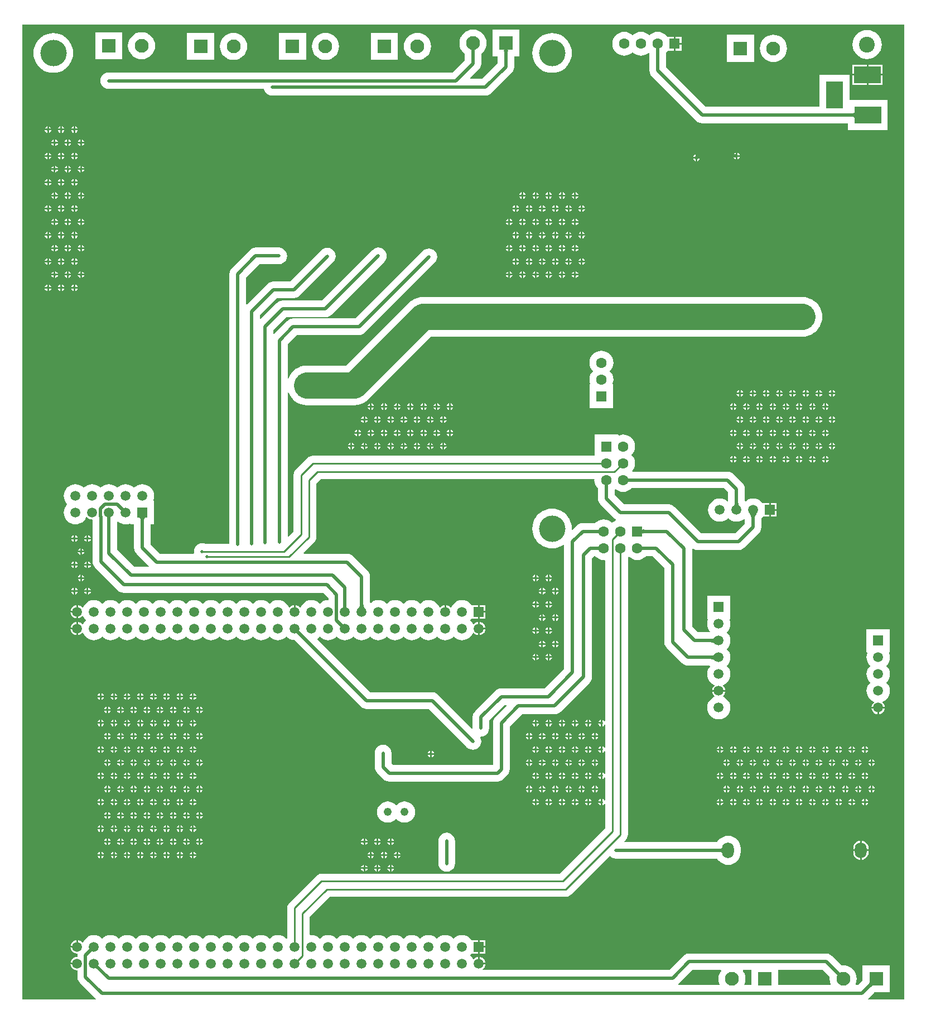
<source format=gbl>
G04 Layer_Physical_Order=2*
G04 Layer_Color=16711680*
%FSTAX24Y24*%
%MOIN*%
G70*
G01*
G75*
%ADD15C,0.1575*%
%ADD16C,0.0100*%
%ADD17C,0.0197*%
%ADD18R,0.0827X0.0827*%
%ADD19C,0.0827*%
%ADD20C,0.0630*%
%ADD21R,0.0630X0.0630*%
%ADD22R,0.0630X0.0630*%
%ADD23C,0.1575*%
%ADD24R,0.1000X0.1600*%
%ADD25R,0.1600X0.1000*%
%ADD26R,0.0598X0.0598*%
%ADD27C,0.0598*%
%ADD28R,0.0598X0.0598*%
%ADD29C,0.0480*%
%ADD30O,0.0709X0.0945*%
%ADD31C,0.0594*%
%ADD32R,0.0594X0.0594*%
%ADD33C,0.0197*%
%ADD34C,0.0500*%
%ADD35C,0.0945*%
G36*
X030651Y074837D02*
X030654Y0748D01*
X030659Y074765D01*
X030667Y074732D01*
X030677Y0747D01*
X030689Y074671D01*
X030703Y074643D01*
X03072Y074617D01*
X030738Y074593D01*
X030759Y07457D01*
X030343D01*
X030364Y074593D01*
X030383Y074617D01*
X030399Y074643D01*
X030413Y074671D01*
X030425Y0747D01*
X030435Y074732D01*
X030443Y074765D01*
X030448Y0748D01*
X030452Y074837D01*
X030453Y074876D01*
X03065D01*
X030651Y074837D01*
D02*
G37*
G36*
X053052Y080916D02*
X053056Y080879D01*
X053061Y080843D01*
X053069Y08081D01*
X053079Y080778D01*
X053091Y080748D01*
X053106Y08072D01*
X053122Y080694D01*
X053141Y080669D01*
X053162Y080647D01*
X052743D01*
X052764Y080669D01*
X052783Y080694D01*
X0528Y08072D01*
X052814Y080748D01*
X052827Y080778D01*
X052837Y08081D01*
X052844Y080843D01*
X05285Y080879D01*
X052853Y080916D01*
X052854Y080955D01*
X053051D01*
X053052Y080916D01*
D02*
G37*
G36*
X054151Y080209D02*
X054129Y080187D01*
X054109Y080164D01*
X054092Y080139D01*
X054077Y080111D01*
X054064Y080082D01*
X054054Y080051D01*
X054046Y080018D01*
X05404Y079983D01*
X054037Y079945D01*
X054035Y079906D01*
X053839Y079917D01*
X053838Y079956D01*
X053834Y079993D01*
X053829Y080028D01*
X053822Y080062D01*
X053812Y080094D01*
X0538Y080125D01*
X053787Y080154D01*
X053771Y080181D01*
X053753Y080207D01*
X053732Y080231D01*
X054151Y080209D01*
D02*
G37*
G36*
X016062Y079697D02*
X016182Y079632D01*
X016313Y079593D01*
X016449Y079579D01*
X016585Y079593D01*
X016706Y079629D01*
X016756Y079606D01*
Y079583D01*
X016952D01*
Y078181D01*
X016969Y078053D01*
X017019Y077933D01*
X017098Y07783D01*
X01785Y077078D01*
X017831Y077032D01*
X016977D01*
X015945Y078064D01*
Y079728D01*
X015995Y079751D01*
X016062Y079697D01*
D02*
G37*
G36*
X052105Y059922D02*
X052103Y05994D01*
X052097Y059957D01*
X052086Y059972D01*
X052072Y059984D01*
X052053Y059995D01*
X05203Y060004D01*
X052003Y060011D01*
X051972Y060016D01*
X051937Y060019D01*
X051897Y06002D01*
Y060217D01*
X051937Y060218D01*
X051972Y06022D01*
X052003Y060225D01*
X05203Y060232D01*
X052053Y060241D01*
X052072Y060252D01*
X052086Y060265D01*
X052097Y060279D01*
X052103Y060296D01*
X052105Y060315D01*
Y059922D01*
D02*
G37*
G36*
X051676Y072428D02*
X051653Y072449D01*
X051629Y072468D01*
X051603Y072485D01*
X051575Y072499D01*
X051545Y072512D01*
X051513Y072522D01*
X051479Y072529D01*
X051444Y072535D01*
X051407Y072538D01*
X051368Y072539D01*
Y072736D01*
X051407Y072737D01*
X051444Y072741D01*
X051479Y072746D01*
X051513Y072754D01*
X051545Y072764D01*
X051575Y072776D01*
X051603Y072791D01*
X051629Y072807D01*
X051653Y072826D01*
X051676Y072847D01*
Y072428D01*
D02*
G37*
G36*
X052456Y081487D02*
Y080981D01*
X052406Y080957D01*
X05234Y081012D01*
X052219Y081076D01*
X052089Y081116D01*
X051953Y081129D01*
X051817Y081116D01*
X051686Y081076D01*
X051566Y081012D01*
X05146Y080925D01*
X051374Y08082D01*
X051309Y0807D01*
X05127Y080569D01*
X051256Y080433D01*
X05127Y080297D01*
X051309Y080167D01*
X051374Y080046D01*
X05146Y079941D01*
X051566Y079854D01*
X051686Y07979D01*
X051817Y07975D01*
X051953Y079737D01*
X052089Y07975D01*
X052219Y07979D01*
X05234Y079854D01*
X052445Y079941D01*
X05246D01*
X052566Y079854D01*
X052686Y07979D01*
X052817Y07975D01*
X052953Y079737D01*
X053089Y07975D01*
X053219Y07979D01*
X05334Y079854D01*
X053391Y079896D01*
X053441Y079872D01*
Y079615D01*
X052865Y07904D01*
X050836D01*
X049249Y080627D01*
X049146Y080705D01*
X049026Y080755D01*
X048898Y080772D01*
X046229D01*
X045666Y081336D01*
Y08166D01*
X045716Y081684D01*
X045774Y081636D01*
X045897Y08157D01*
X04603Y08153D01*
X046169Y081516D01*
X046308Y08153D01*
X046442Y08157D01*
X046565Y081636D01*
X046673Y081725D01*
X046679Y081732D01*
X052212D01*
X052456Y081487D01*
D02*
G37*
G36*
X062969Y051204D02*
X060829D01*
X060809Y051254D01*
X061173Y051619D01*
X061189Y051634D01*
X0621D01*
Y053248D01*
X060486D01*
Y052336D01*
X060221Y052071D01*
X060091D01*
X060065Y052114D01*
X060074Y052131D01*
X06012Y052283D01*
X060136Y052441D01*
X06012Y052599D01*
X060074Y052751D01*
X059999Y052892D01*
X059898Y053014D01*
X059775Y053115D01*
X059635Y05319D01*
X059483Y053236D01*
X059325Y053252D01*
X059225Y053242D01*
X058652Y053816D01*
X058549Y053894D01*
X05843Y053944D01*
X058301Y053961D01*
X050118D01*
X050118Y053961D01*
X04999Y053944D01*
X04987Y053894D01*
X049767Y053816D01*
X049767Y053816D01*
X048928Y052977D01*
X037788D01*
X037771Y053027D01*
X037834Y053075D01*
X037898Y053158D01*
X037938Y053255D01*
X037945Y053308D01*
X037551D01*
Y053358D01*
X037501D01*
Y053752D01*
X037448Y053745D01*
X037351Y053705D01*
X037268Y053641D01*
X037243Y053609D01*
X037194Y053618D01*
X037192Y053624D01*
X037128Y053744D01*
X037042Y053849D01*
Y053868D01*
X037107Y053947D01*
X037154Y053961D01*
X037154Y053961D01*
X037154Y053961D01*
X037501D01*
Y054358D01*
Y054755D01*
X037154D01*
X037154Y054755D01*
Y054755D01*
X037108Y054768D01*
X037042Y054849D01*
X036937Y054935D01*
X036817Y054999D01*
X036687Y055039D01*
X036551Y055052D01*
X036416Y055039D01*
X036286Y054999D01*
X036166Y054935D01*
X036088Y054871D01*
X036051Y054853D01*
X036014Y054871D01*
X035937Y054935D01*
X035817Y054999D01*
X035687Y055039D01*
X035551Y055052D01*
X035416Y055039D01*
X035286Y054999D01*
X035166Y054935D01*
X035088Y054871D01*
X035051Y054853D01*
X035014Y054871D01*
X034937Y054935D01*
X034817Y054999D01*
X034687Y055039D01*
X034551Y055052D01*
X034416Y055039D01*
X034286Y054999D01*
X034166Y054935D01*
X034088Y054871D01*
X034051Y054853D01*
X034014Y054871D01*
X033937Y054935D01*
X033817Y054999D01*
X033687Y055039D01*
X033551Y055052D01*
X033416Y055039D01*
X033286Y054999D01*
X033166Y054935D01*
X033061Y054849D01*
X033042D01*
X032937Y054935D01*
X032817Y054999D01*
X032687Y055039D01*
X032551Y055052D01*
X032416Y055039D01*
X032286Y054999D01*
X032166Y054935D01*
X032088Y054871D01*
X032051Y054853D01*
X032014Y054871D01*
X031937Y054935D01*
X031817Y054999D01*
X031687Y055039D01*
X031551Y055052D01*
X031416Y055039D01*
X031286Y054999D01*
X031166Y054935D01*
X031061Y054849D01*
X031042D01*
X030937Y054935D01*
X030817Y054999D01*
X030687Y055039D01*
X030551Y055052D01*
X030416Y055039D01*
X030286Y054999D01*
X030166Y054935D01*
X030088Y054871D01*
X030051Y054853D01*
X030014Y054871D01*
X029937Y054935D01*
X029817Y054999D01*
X029687Y055039D01*
X029551Y055052D01*
X029416Y055039D01*
X029286Y054999D01*
X029166Y054935D01*
X029061Y054849D01*
X029042D01*
X028937Y054935D01*
X028817Y054999D01*
X028687Y055039D01*
X028551Y055052D01*
X028416Y055039D01*
X028286Y054999D01*
X028166Y054935D01*
X028061Y054849D01*
X028042D01*
X027937Y054935D01*
X027817Y054999D01*
X027687Y055039D01*
X027551Y055052D01*
X027492Y055046D01*
X027455Y05508D01*
Y056153D01*
X02865Y057348D01*
X042756D01*
X042872Y057363D01*
X04298Y057408D01*
X043072Y057479D01*
X045363Y059769D01*
X045397Y059767D01*
X0455Y059688D01*
X04562Y059639D01*
X045748Y059622D01*
X051803D01*
X051824Y059582D01*
X051917Y059468D01*
X052031Y059375D01*
X052161Y059306D01*
X052302Y059263D01*
X052449Y059248D01*
X052595Y059263D01*
X052736Y059306D01*
X052866Y059375D01*
X05298Y059468D01*
X053074Y059582D01*
X053143Y059712D01*
X053186Y059853D01*
X0532Y06D01*
Y060236D01*
X053186Y060383D01*
X053143Y060524D01*
X053074Y060654D01*
X05298Y060768D01*
X052866Y060861D01*
X052736Y060931D01*
X052595Y060973D01*
X052449Y060988D01*
X052302Y060973D01*
X052161Y060931D01*
X052031Y060861D01*
X051917Y060768D01*
X051824Y060654D01*
X051803Y060614D01*
X046273D01*
X046254Y060661D01*
X04634Y060747D01*
X046411Y060839D01*
X046456Y060947D01*
X046471Y061063D01*
Y077612D01*
X046524Y077655D01*
X046628Y077569D01*
X046751Y077504D01*
X046885Y077463D01*
X047024Y077449D01*
X047163Y077463D01*
X047296Y077504D01*
X047419Y077569D01*
X047527Y077658D01*
X047533Y077665D01*
X047932D01*
X048637Y07696D01*
Y072559D01*
X048654Y072431D01*
X048704Y072311D01*
X048783Y072208D01*
X049704Y071287D01*
X049704Y071287D01*
X049807Y071208D01*
X049927Y071158D01*
X050055Y071141D01*
X050055Y071141D01*
X051342D01*
X051366Y071091D01*
X051311Y071025D01*
X051247Y070904D01*
X051207Y070774D01*
X051193Y070638D01*
X051207Y070502D01*
X051247Y070371D01*
X051311Y070251D01*
X051397Y070145D01*
X051503Y070059D01*
X051619Y069997D01*
X05163Y069965D01*
X051634Y069945D01*
X051605Y069923D01*
X051541Y069839D01*
X051501Y069742D01*
X051494Y069688D01*
X05189D01*
X052286D01*
X052279Y069742D01*
X052238Y069839D01*
X052174Y069923D01*
X052145Y069945D01*
X052149Y069965D01*
X05216Y069997D01*
X052277Y070059D01*
X052382Y070145D01*
X052469Y070251D01*
X052533Y070371D01*
X052573Y070502D01*
X052586Y070638D01*
X052573Y070774D01*
X052533Y070904D01*
X052469Y071025D01*
X052382Y07113D01*
Y071145D01*
X052469Y071251D01*
X052533Y071371D01*
X052573Y071502D01*
X052586Y071638D01*
X052573Y071774D01*
X052533Y071904D01*
X052469Y072025D01*
X052382Y07213D01*
Y072145D01*
X052469Y072251D01*
X052533Y072371D01*
X052573Y072502D01*
X052586Y072638D01*
X052573Y072774D01*
X052533Y072904D01*
X052469Y073025D01*
X052382Y07313D01*
Y073145D01*
X052469Y073251D01*
X052533Y073371D01*
X052573Y073502D01*
X052586Y073638D01*
X052573Y073774D01*
X052536Y073895D01*
X052559Y073945D01*
X052583D01*
Y075331D01*
X051197D01*
Y073945D01*
X05122D01*
X051244Y073895D01*
X051207Y073774D01*
X051193Y073638D01*
X051207Y073502D01*
X051247Y073371D01*
X051311Y073251D01*
X051366Y073184D01*
X051342Y073134D01*
X050639D01*
X0503Y073473D01*
Y078113D01*
X05035Y078138D01*
X050382Y078113D01*
X050501Y078064D01*
X05063Y078047D01*
X053071D01*
X053199Y078064D01*
X053319Y078113D01*
X053422Y078192D01*
X054288Y079058D01*
X054288Y079058D01*
X054367Y079161D01*
X054416Y079281D01*
X054433Y079409D01*
Y079924D01*
X054434Y079932D01*
X054445Y079941D01*
X054508Y080018D01*
X054554Y080034D01*
X054554Y080034D01*
X054554Y080034D01*
X054903D01*
Y080433D01*
Y080832D01*
X054554D01*
X054554Y080832D01*
Y080832D01*
X054509Y080848D01*
X054445Y080925D01*
X05434Y081012D01*
X054219Y081076D01*
X054089Y081116D01*
X053953Y081129D01*
X053817Y081116D01*
X053686Y081076D01*
X053566Y081012D01*
X053499Y080957D01*
X053449Y080981D01*
Y081693D01*
X053449Y081693D01*
X053432Y081821D01*
X053383Y081941D01*
X053304Y082044D01*
X053304Y082044D01*
X052768Y082579D01*
X052666Y082658D01*
X052546Y082708D01*
X052417Y082725D01*
X046737D01*
X046714Y082775D01*
X046761Y082833D01*
X046827Y082956D01*
X046868Y083089D01*
X046881Y083228D01*
X046868Y083367D01*
X046827Y083501D01*
X046761Y083624D01*
X046676Y083728D01*
X046761Y083833D01*
X046827Y083956D01*
X046868Y084089D01*
X046881Y084228D01*
X046868Y084367D01*
X046827Y084501D01*
X046761Y084624D01*
X046673Y084732D01*
X046565Y08482D01*
X046442Y084886D01*
X046308Y084927D01*
X046169Y08494D01*
X04603Y084927D01*
X045928Y084896D01*
X045878Y084931D01*
Y084937D01*
X044461D01*
Y083676D01*
X027638D01*
X027522Y083661D01*
X027414Y083616D01*
X027321Y083545D01*
X026613Y082836D01*
X026542Y082743D01*
X026497Y082636D01*
X026482Y08252D01*
Y079162D01*
X026172Y078853D01*
X026126Y078872D01*
Y087451D01*
X026176Y087461D01*
X026228Y087336D01*
X026325Y087178D01*
X026446Y087036D01*
X026587Y086916D01*
X026746Y086818D01*
X026917Y086747D01*
X027098Y086704D01*
X027283Y086689D01*
X030118D01*
X030118Y086689D01*
X030303Y086704D01*
X030484Y086747D01*
X030656Y086818D01*
X030814Y086916D01*
X030956Y087036D01*
X034703Y090784D01*
X05689D01*
X057075Y090798D01*
X057256Y090842D01*
X057428Y090913D01*
X057586Y09101D01*
X057728Y091131D01*
X057848Y091272D01*
X057945Y091431D01*
X058017Y091602D01*
X05806Y091783D01*
X058075Y091968D01*
X05806Y092154D01*
X058017Y092335D01*
X057945Y092506D01*
X057848Y092665D01*
X057728Y092806D01*
X057586Y092927D01*
X057428Y093024D01*
X057256Y093095D01*
X057075Y093139D01*
X05689Y093153D01*
X034213D01*
X034027Y093139D01*
X033846Y093095D01*
X033675Y093024D01*
X033516Y092927D01*
X033375Y092806D01*
X033375Y092806D01*
X029627Y089059D01*
X027283D01*
X027098Y089044D01*
X026917Y089001D01*
X026746Y08893D01*
X026587Y088833D01*
X026446Y088712D01*
X026325Y08857D01*
X026228Y088412D01*
X026176Y088287D01*
X026126Y088297D01*
Y090346D01*
X026662Y090882D01*
X030394D01*
X030522Y090898D01*
X030642Y090948D01*
X030745Y091027D01*
X034918Y0952D01*
X034997Y095303D01*
X035046Y095423D01*
X035063Y095551D01*
X035046Y09568D01*
X034997Y095799D01*
X034918Y095902D01*
X034815Y095981D01*
X034695Y096031D01*
X034567Y096048D01*
X034438Y096031D01*
X034319Y095981D01*
X034216Y095902D01*
X030188Y091874D01*
X026457D01*
X026457Y091874D01*
X026328Y091857D01*
X026209Y091808D01*
X026106Y091729D01*
X02531Y090933D01*
X02526Y090954D01*
Y091172D01*
X026032Y091945D01*
X028386D01*
X028514Y091961D01*
X028634Y092011D01*
X028737Y09209D01*
X031898Y095251D01*
X031977Y095354D01*
X032027Y095474D01*
X032044Y095602D01*
X032027Y095731D01*
X031977Y095851D01*
X031898Y095953D01*
X031795Y096032D01*
X031676Y096082D01*
X031547Y096099D01*
X031419Y096082D01*
X031299Y096032D01*
X031196Y095953D01*
X02818Y092937D01*
X025827D01*
X025698Y09292D01*
X025579Y092871D01*
X025476Y092792D01*
X024519Y091835D01*
X024473Y091854D01*
Y092078D01*
X025481Y093086D01*
X026496D01*
X026625Y093103D01*
X026744Y093153D01*
X026847Y093232D01*
X028855Y09524D01*
X028855Y09524D01*
X028934Y095342D01*
X028983Y095462D01*
X029Y095591D01*
X028983Y095719D01*
X028934Y095839D01*
X028855Y095942D01*
X028752Y09602D01*
X028632Y09607D01*
X028504Y096087D01*
X028375Y09607D01*
X028256Y09602D01*
X028153Y095942D01*
X028153Y095942D01*
X02629Y094079D01*
X025276D01*
X025276Y094079D01*
X025147Y094062D01*
X025027Y094013D01*
X024925Y093934D01*
X024925Y093934D01*
X023692Y092701D01*
X023646Y09272D01*
Y094322D01*
X02443Y095106D01*
X025602D01*
X025731Y095123D01*
X025851Y095172D01*
X025953Y095251D01*
X026032Y095354D01*
X026082Y095474D01*
X026099Y095602D01*
X026082Y095731D01*
X026032Y095851D01*
X025953Y095953D01*
X025851Y096032D01*
X025731Y096082D01*
X025602Y096099D01*
X024224D01*
X024224Y096099D01*
X024096Y096082D01*
X023976Y096032D01*
X023873Y095953D01*
X022799Y094879D01*
X02272Y094776D01*
X02267Y094656D01*
X022653Y094528D01*
Y0784D01*
X021229D01*
X021152Y078432D01*
X021024Y078449D01*
X020895Y078432D01*
X020775Y078383D01*
X020673Y078304D01*
X020594Y078201D01*
X020544Y078081D01*
X020527Y077953D01*
X020538Y077869D01*
X020494Y077819D01*
X018513D01*
X017945Y078387D01*
Y079583D01*
X018142D01*
Y080969D01*
X018118D01*
X018095Y081018D01*
X018132Y08114D01*
X018145Y081276D01*
X018132Y081411D01*
X018092Y081542D01*
X018028Y081662D01*
X017941Y081768D01*
X017836Y081855D01*
X017715Y081919D01*
X017585Y081958D01*
X017449Y081972D01*
X017313Y081958D01*
X017182Y081919D01*
X017062Y081855D01*
X016956Y081768D01*
X016941D01*
X016836Y081855D01*
X016715Y081919D01*
X016585Y081958D01*
X016449Y081972D01*
X016313Y081958D01*
X016182Y081919D01*
X016062Y081855D01*
X015956Y081768D01*
X015941D01*
X015836Y081855D01*
X015715Y081919D01*
X015585Y081958D01*
X015449Y081972D01*
X015313Y081958D01*
X015182Y081919D01*
X015062Y081855D01*
X014956Y081768D01*
X014941D01*
X014836Y081855D01*
X014715Y081919D01*
X014585Y081958D01*
X014449Y081972D01*
X014313Y081958D01*
X014182Y081919D01*
X014062Y081855D01*
X013956Y081768D01*
X013941D01*
X013836Y081855D01*
X013715Y081919D01*
X013585Y081958D01*
X013449Y081972D01*
X013313Y081958D01*
X013182Y081919D01*
X013062Y081855D01*
X012956Y081768D01*
X01287Y081662D01*
X012806Y081542D01*
X012766Y081411D01*
X012753Y081276D01*
X012766Y08114D01*
X012806Y081009D01*
X01287Y080889D01*
X012956Y080783D01*
Y080768D01*
X01287Y080662D01*
X012806Y080542D01*
X012766Y080411D01*
X012753Y080276D01*
X012766Y08014D01*
X012806Y080009D01*
X01287Y079889D01*
X012956Y079783D01*
X013062Y079697D01*
X013182Y079632D01*
X013313Y079593D01*
X013449Y079579D01*
X013585Y079593D01*
X013715Y079632D01*
X013836Y079697D01*
X013941Y079783D01*
X014028Y079889D01*
X01409Y080005D01*
X014122Y080016D01*
X014142Y08002D01*
X014164Y079991D01*
X014247Y079927D01*
X014345Y079887D01*
X014449Y079873D01*
X014464Y079859D01*
Y077362D01*
X014481Y077234D01*
X014531Y077114D01*
X01461Y077011D01*
X015988Y075633D01*
X01609Y075554D01*
X01621Y075505D01*
X016339Y075488D01*
X016339Y075488D01*
X028259D01*
X028559Y075188D01*
Y075059D01*
X028551Y075052D01*
X028416Y075039D01*
X028286Y074999D01*
X028166Y074935D01*
X028061Y074849D01*
X028042D01*
X027937Y074935D01*
X027817Y074999D01*
X027687Y075039D01*
X027551Y075052D01*
X027416Y075039D01*
X027286Y074999D01*
X027166Y074935D01*
X027061Y074849D01*
X026974Y074744D01*
X02691Y074624D01*
X026908Y074618D01*
X026859Y074609D01*
X026834Y074641D01*
X026751Y074705D01*
X026655Y074745D01*
X026601Y074752D01*
Y074358D01*
X026501D01*
Y074752D01*
X026448Y074745D01*
X026351Y074705D01*
X026268Y074641D01*
X026243Y074609D01*
X026194Y074618D01*
X026192Y074624D01*
X026128Y074744D01*
X026042Y074849D01*
X025937Y074935D01*
X025817Y074999D01*
X025687Y075039D01*
X025551Y075052D01*
X025416Y075039D01*
X025286Y074999D01*
X025166Y074935D01*
X025061Y074849D01*
X025042D01*
X024937Y074935D01*
X024817Y074999D01*
X024687Y075039D01*
X024551Y075052D01*
X024416Y075039D01*
X024286Y074999D01*
X024166Y074935D01*
X024061Y074849D01*
X024042D01*
X023937Y074935D01*
X023817Y074999D01*
X023687Y075039D01*
X023551Y075052D01*
X023416Y075039D01*
X023286Y074999D01*
X023166Y074935D01*
X023061Y074849D01*
X023042D01*
X022937Y074935D01*
X022817Y074999D01*
X022687Y075039D01*
X022551Y075052D01*
X022416Y075039D01*
X022286Y074999D01*
X022166Y074935D01*
X022061Y074849D01*
X022042D01*
X021937Y074935D01*
X021817Y074999D01*
X021687Y075039D01*
X021551Y075052D01*
X021416Y075039D01*
X021286Y074999D01*
X021166Y074935D01*
X021061Y074849D01*
X021042D01*
X020937Y074935D01*
X020817Y074999D01*
X020687Y075039D01*
X020551Y075052D01*
X020416Y075039D01*
X020286Y074999D01*
X020166Y074935D01*
X020061Y074849D01*
X020042D01*
X019937Y074935D01*
X019817Y074999D01*
X019687Y075039D01*
X019551Y075052D01*
X019416Y075039D01*
X019286Y074999D01*
X019166Y074935D01*
X019061Y074849D01*
X019042D01*
X018937Y074935D01*
X018817Y074999D01*
X018687Y075039D01*
X018551Y075052D01*
X018416Y075039D01*
X018286Y074999D01*
X018166Y074935D01*
X018061Y074849D01*
X018042D01*
X017937Y074935D01*
X017817Y074999D01*
X017687Y075039D01*
X017551Y075052D01*
X017416Y075039D01*
X017286Y074999D01*
X017166Y074935D01*
X017061Y074849D01*
X017042D01*
X016937Y074935D01*
X016817Y074999D01*
X016687Y075039D01*
X016551Y075052D01*
X016416Y075039D01*
X016286Y074999D01*
X016166Y074935D01*
X016061Y074849D01*
X016042D01*
X015937Y074935D01*
X015817Y074999D01*
X015687Y075039D01*
X015551Y075052D01*
X015416Y075039D01*
X015286Y074999D01*
X015166Y074935D01*
X015061Y074849D01*
X015042D01*
X014937Y074935D01*
X014817Y074999D01*
X014687Y075039D01*
X014551Y075052D01*
X014416Y075039D01*
X014286Y074999D01*
X014166Y074935D01*
X014061Y074849D01*
X013974Y074744D01*
X01391Y074624D01*
X013908Y074618D01*
X013859Y074609D01*
X013834Y074641D01*
X013751Y074705D01*
X013655Y074745D01*
X013601Y074752D01*
Y074358D01*
Y073965D01*
X013655Y073972D01*
X013751Y074012D01*
X013834Y074075D01*
X013859Y074108D01*
X013908Y074099D01*
X01391Y074093D01*
X013974Y073973D01*
X014061Y073868D01*
Y073849D01*
X013974Y073744D01*
X01391Y073624D01*
X013908Y073618D01*
X013859Y073609D01*
X013834Y073641D01*
X013751Y073705D01*
X013655Y073745D01*
X013601Y073752D01*
Y073358D01*
Y072965D01*
X013655Y072972D01*
X013751Y073012D01*
X013834Y073075D01*
X013859Y073108D01*
X013908Y073099D01*
X01391Y073093D01*
X013974Y072973D01*
X014061Y072868D01*
X014166Y072781D01*
X014286Y072717D01*
X014416Y072678D01*
X014551Y072664D01*
X014687Y072678D01*
X014817Y072717D01*
X014937Y072781D01*
X015042Y072868D01*
X015061D01*
X015166Y072781D01*
X015286Y072717D01*
X015416Y072678D01*
X015551Y072664D01*
X015687Y072678D01*
X015817Y072717D01*
X015937Y072781D01*
X016042Y072868D01*
X016061D01*
X016166Y072781D01*
X016286Y072717D01*
X016416Y072678D01*
X016551Y072664D01*
X016687Y072678D01*
X016817Y072717D01*
X016937Y072781D01*
X017042Y072868D01*
X017061D01*
X017166Y072781D01*
X017286Y072717D01*
X017416Y072678D01*
X017551Y072664D01*
X017687Y072678D01*
X017817Y072717D01*
X017937Y072781D01*
X018042Y072868D01*
X018061D01*
X018166Y072781D01*
X018286Y072717D01*
X018416Y072678D01*
X018551Y072664D01*
X018687Y072678D01*
X018817Y072717D01*
X018937Y072781D01*
X019042Y072868D01*
X019061D01*
X019166Y072781D01*
X019286Y072717D01*
X019416Y072678D01*
X019551Y072664D01*
X019687Y072678D01*
X019817Y072717D01*
X019937Y072781D01*
X020042Y072868D01*
X020061D01*
X020166Y072781D01*
X020286Y072717D01*
X020416Y072678D01*
X020551Y072664D01*
X020687Y072678D01*
X020817Y072717D01*
X020937Y072781D01*
X021042Y072868D01*
X021061D01*
X021166Y072781D01*
X021286Y072717D01*
X021416Y072678D01*
X021551Y072664D01*
X021687Y072678D01*
X021817Y072717D01*
X021937Y072781D01*
X022042Y072868D01*
X022061D01*
X022166Y072781D01*
X022286Y072717D01*
X022416Y072678D01*
X022551Y072664D01*
X022687Y072678D01*
X022817Y072717D01*
X022937Y072781D01*
X023042Y072868D01*
X023061D01*
X023166Y072781D01*
X023286Y072717D01*
X023416Y072678D01*
X023551Y072664D01*
X023687Y072678D01*
X023817Y072717D01*
X023937Y072781D01*
X024042Y072868D01*
X024061D01*
X024166Y072781D01*
X024286Y072717D01*
X024416Y072678D01*
X024551Y072664D01*
X024687Y072678D01*
X024817Y072717D01*
X024937Y072781D01*
X025042Y072868D01*
X025061D01*
X025166Y072781D01*
X025286Y072717D01*
X025416Y072678D01*
X025551Y072664D01*
X025687Y072678D01*
X025817Y072717D01*
X025937Y072781D01*
X026042Y072868D01*
X026061D01*
X026166Y072781D01*
X026286Y072717D01*
X026416Y072678D01*
X026542Y072665D01*
X030503Y068704D01*
X030503Y068704D01*
X030606Y068625D01*
X030726Y068576D01*
X030854Y068559D01*
X030854Y068559D01*
X034558D01*
X036854Y066263D01*
X036854Y066263D01*
X036957Y066184D01*
X037076Y066135D01*
X037205Y066118D01*
X037333Y066135D01*
X037453Y066184D01*
X037556Y066263D01*
X037635Y066366D01*
X037684Y066486D01*
X037701Y066614D01*
X037684Y066743D01*
X037635Y06686D01*
X037645Y066886D01*
X037658Y066908D01*
X037677Y066905D01*
X037806Y066922D01*
X037925Y066972D01*
X038028Y067051D01*
X038107Y067153D01*
X038157Y067273D01*
X038174Y067402D01*
Y067865D01*
X039103Y068795D01*
X039209D01*
X039228Y068749D01*
X038547Y068068D01*
X038468Y067965D01*
X038418Y067845D01*
X038401Y067717D01*
Y065221D01*
X03241D01*
X032329Y065302D01*
Y065927D01*
X032312Y066055D01*
X032262Y066175D01*
X032183Y066278D01*
X032081Y066357D01*
X031961Y066406D01*
X031832Y066423D01*
X031704Y066406D01*
X031584Y066357D01*
X031481Y066278D01*
X031403Y066175D01*
X031353Y066055D01*
X031336Y065927D01*
Y065097D01*
X031353Y064968D01*
X031403Y064849D01*
X031481Y064746D01*
X031854Y064373D01*
X031957Y064295D01*
X032076Y064245D01*
X032205Y064228D01*
X038661D01*
X03879Y064245D01*
X03891Y064295D01*
X039012Y064373D01*
X039249Y06461D01*
X039249Y06461D01*
X039328Y064712D01*
X039377Y064832D01*
X039394Y064961D01*
X039394Y064961D01*
Y067511D01*
X040127Y068244D01*
X042087D01*
X042215Y068261D01*
X042335Y06831D01*
X042438Y068389D01*
X04417Y070121D01*
X04417Y070121D01*
X044249Y070224D01*
X044298Y070344D01*
X044315Y070472D01*
X044315Y070472D01*
Y07755D01*
X04443Y077665D01*
X044514D01*
X04452Y077658D01*
X044628Y077569D01*
X044751Y077504D01*
X044885Y077463D01*
X045024Y077449D01*
X045067Y077454D01*
X045104Y07742D01*
Y067832D01*
X045054Y067817D01*
X045025Y06786D01*
X044959Y067903D01*
X044932Y067909D01*
Y067717D01*
Y067524D01*
X044959Y06753D01*
X045025Y067574D01*
X045054Y067616D01*
X045104Y067601D01*
Y066257D01*
X045054Y066242D01*
X045025Y066285D01*
X044959Y066329D01*
X044932Y066334D01*
Y066142D01*
Y065949D01*
X044959Y065955D01*
X045025Y065999D01*
X045054Y066042D01*
X045104Y066026D01*
Y064682D01*
X045054Y064667D01*
X045025Y06471D01*
X044959Y064754D01*
X044932Y064759D01*
Y064567D01*
Y064375D01*
X044959Y06438D01*
X045025Y064424D01*
X045054Y064467D01*
X045104Y064452D01*
Y063107D01*
X045054Y063092D01*
X045025Y063135D01*
X044959Y063179D01*
X044932Y063185D01*
Y062992D01*
Y0628D01*
X044959Y062805D01*
X045025Y062849D01*
X045054Y062892D01*
X045104Y062877D01*
Y061445D01*
X042374Y058715D01*
X02815D01*
X028034Y0587D01*
X027926Y058655D01*
X027833Y058584D01*
X026235Y056986D01*
X026164Y056893D01*
X026119Y056785D01*
X026104Y056669D01*
Y054884D01*
X026061Y054849D01*
X026042D01*
X025937Y054935D01*
X025817Y054999D01*
X025687Y055039D01*
X025551Y055052D01*
X025416Y055039D01*
X025286Y054999D01*
X025166Y054935D01*
X025061Y054849D01*
X025042D01*
X024937Y054935D01*
X024817Y054999D01*
X024687Y055039D01*
X024551Y055052D01*
X024416Y055039D01*
X024286Y054999D01*
X024166Y054935D01*
X024088Y054871D01*
X024051Y054853D01*
X024014Y054871D01*
X023937Y054935D01*
X023817Y054999D01*
X023687Y055039D01*
X023551Y055052D01*
X023416Y055039D01*
X023286Y054999D01*
X023166Y054935D01*
X023061Y054849D01*
X023042D01*
X022937Y054935D01*
X022817Y054999D01*
X022687Y055039D01*
X022551Y055052D01*
X022416Y055039D01*
X022286Y054999D01*
X022166Y054935D01*
X022088Y054871D01*
X022051Y054853D01*
X022014Y054871D01*
X021937Y054935D01*
X021817Y054999D01*
X021687Y055039D01*
X021551Y055052D01*
X021416Y055039D01*
X021286Y054999D01*
X021166Y054935D01*
X021061Y054849D01*
X021042D01*
X020937Y054935D01*
X020817Y054999D01*
X020687Y055039D01*
X020551Y055052D01*
X020416Y055039D01*
X020286Y054999D01*
X020166Y054935D01*
X020061Y054849D01*
X020042D01*
X019937Y054935D01*
X019817Y054999D01*
X019687Y055039D01*
X019551Y055052D01*
X019416Y055039D01*
X019286Y054999D01*
X019166Y054935D01*
X019061Y054849D01*
X019042D01*
X018937Y054935D01*
X018817Y054999D01*
X018687Y055039D01*
X018551Y055052D01*
X018416Y055039D01*
X018286Y054999D01*
X018166Y054935D01*
X018088Y054871D01*
X018051Y054853D01*
X018014Y054871D01*
X017937Y054935D01*
X017817Y054999D01*
X017687Y055039D01*
X017551Y055052D01*
X017416Y055039D01*
X017286Y054999D01*
X017166Y054935D01*
X017061Y054849D01*
X017042D01*
X016937Y054935D01*
X016817Y054999D01*
X016687Y055039D01*
X016551Y055052D01*
X016416Y055039D01*
X016286Y054999D01*
X016166Y054935D01*
X016088Y054871D01*
X016051Y054853D01*
X016014Y054871D01*
X015937Y054935D01*
X015817Y054999D01*
X015687Y055039D01*
X015551Y055052D01*
X015416Y055039D01*
X015286Y054999D01*
X015166Y054935D01*
X015088Y054871D01*
X015051Y054853D01*
X015014Y054871D01*
X014937Y054935D01*
X014817Y054999D01*
X014687Y055039D01*
X014551Y055052D01*
X014416Y055039D01*
X014286Y054999D01*
X014166Y054935D01*
X014061Y054849D01*
X013974Y054744D01*
X01391Y054624D01*
X013908Y054618D01*
X013859Y054609D01*
X013834Y054641D01*
X013751Y054705D01*
X013655Y054745D01*
X013601Y054752D01*
Y054358D01*
X013551D01*
Y054308D01*
X013157D01*
X013165Y054255D01*
X013205Y054158D01*
X013268Y054075D01*
X013351Y054012D01*
X013448Y053972D01*
X013551Y053958D01*
X013569Y05394D01*
X013559Y053862D01*
Y053765D01*
X013551Y053759D01*
X013448Y053745D01*
X013351Y053705D01*
X013268Y053641D01*
X013205Y053558D01*
X013165Y053462D01*
X013157Y053408D01*
X013551D01*
Y053308D01*
X013157D01*
X013165Y053255D01*
X013205Y053158D01*
X013268Y053075D01*
X013351Y053012D01*
X013448Y052972D01*
X013551Y052958D01*
X013559Y052951D01*
Y052559D01*
X013576Y052431D01*
X013625Y052311D01*
X013704Y052208D01*
X014658Y051254D01*
X014637Y051204D01*
X010259D01*
Y109426D01*
X062969D01*
Y051204D01*
D02*
G37*
G36*
X017627Y079976D02*
X01761Y07997D01*
X017595Y07996D01*
X017583Y079946D01*
X017572Y079928D01*
X017563Y079907D01*
X017556Y079881D01*
X017551Y079852D01*
X017548Y079818D01*
X017547Y079781D01*
X01735D01*
X017349Y079818D01*
X017346Y079852D01*
X017342Y079881D01*
X017335Y079907D01*
X017326Y079928D01*
X017315Y079946D01*
X017302Y07996D01*
X017287Y07997D01*
X017271Y079976D01*
X017252Y079978D01*
X017646D01*
X017627Y079976D01*
D02*
G37*
G36*
X053839Y052071D02*
X053443D01*
X053418Y052114D01*
X053426Y052131D01*
X053473Y052283D01*
X053488Y052441D01*
X053473Y052599D01*
X053426Y052751D01*
X053351Y052892D01*
X053326Y052923D01*
X053347Y052968D01*
X053839D01*
Y052071D01*
D02*
G37*
G36*
X058524Y05254D02*
X058514Y052441D01*
X058529Y052283D01*
X058575Y052131D01*
X058584Y052114D01*
X058559Y052071D01*
X055453D01*
Y052968D01*
X058095D01*
X058524Y05254D01*
D02*
G37*
G36*
X061159Y052029D02*
X061144Y05204D01*
X061126Y052045D01*
X061105D01*
X061081Y05204D01*
X061055Y052029D01*
X061026Y052012D01*
X060994Y05199D01*
X060959Y051962D01*
X060881Y05189D01*
X060742Y052029D01*
X060781Y052069D01*
X060842Y052142D01*
X060864Y052174D01*
X060881Y052203D01*
X060892Y052229D01*
X060898Y052253D01*
Y052274D01*
X060892Y052292D01*
X060881Y052307D01*
X061159Y052029D01*
D02*
G37*
G36*
X052029Y052923D02*
X052003Y052892D01*
X051928Y052751D01*
X051882Y052599D01*
X051866Y052441D01*
X051882Y052283D01*
X051928Y052131D01*
X051937Y052114D01*
X051911Y052071D01*
X049487D01*
X049471Y052119D01*
X049485Y052129D01*
X050324Y052968D01*
X052007D01*
X052029Y052923D01*
D02*
G37*
G36*
X047338Y07934D02*
X047344Y079323D01*
X047354Y079308D01*
X047368Y079295D01*
X047386Y079284D01*
X047407Y079276D01*
X047433Y079269D01*
X047463Y079264D01*
X047497Y079261D01*
X047534Y07926D01*
Y079063D01*
X047497Y079062D01*
X047463Y079059D01*
X047433Y079054D01*
X047407Y079047D01*
X047386Y079038D01*
X047368Y079028D01*
X047354Y079015D01*
X047344Y079D01*
X047338Y078983D01*
X047336Y078965D01*
Y079358D01*
X047338Y07934D01*
D02*
G37*
G36*
X044458Y082232D02*
X044457Y082228D01*
X044471Y082089D01*
X044511Y081956D01*
X044577Y081833D01*
X044666Y081725D01*
X044673Y081719D01*
Y08113D01*
X04469Y081001D01*
X044739Y080882D01*
X044818Y080779D01*
X045673Y079925D01*
X045673Y079925D01*
X045744Y07987D01*
X045747Y079853D01*
X045737Y079812D01*
X045628Y079753D01*
X045524Y079668D01*
X045419Y079753D01*
X045296Y079819D01*
X045163Y07986D01*
X045024Y079874D01*
X044885Y07986D01*
X044751Y079819D01*
X044628Y079753D01*
X04452Y079665D01*
X044514Y079658D01*
X043768D01*
X043768Y079658D01*
X043639Y079641D01*
X04352Y079591D01*
X043417Y079512D01*
X043417Y079512D01*
X043155Y07925D01*
X043109Y079271D01*
X043114Y079331D01*
X043099Y079516D01*
X043056Y079697D01*
X042985Y079869D01*
X042888Y080027D01*
X042767Y080168D01*
X042626Y080289D01*
X042467Y080386D01*
X042295Y080457D01*
X042114Y080501D01*
X041929Y080515D01*
X041744Y080501D01*
X041563Y080457D01*
X041391Y080386D01*
X041233Y080289D01*
X041091Y080168D01*
X040971Y080027D01*
X040874Y079869D01*
X040802Y079697D01*
X040759Y079516D01*
X040744Y079331D01*
X040759Y079145D01*
X040802Y078965D01*
X040874Y078793D01*
X040971Y078634D01*
X041091Y078493D01*
X041233Y078372D01*
X041391Y078275D01*
X041563Y078204D01*
X041744Y078161D01*
X041929Y078146D01*
X042114Y078161D01*
X042295Y078204D01*
X042467Y078275D01*
X042603Y078359D01*
X042653Y078332D01*
Y070954D01*
X041487Y069788D01*
X038898D01*
X038769Y069771D01*
X038649Y069721D01*
X038547Y069642D01*
X037326Y068422D01*
X037247Y068319D01*
X037198Y068199D01*
X037181Y068071D01*
Y067411D01*
X037139Y067382D01*
X035115Y069406D01*
X035012Y069485D01*
X034892Y069535D01*
X034764Y069551D01*
X03106D01*
X027897Y072715D01*
X027904Y072764D01*
X027937Y072781D01*
X028042Y072868D01*
X028061D01*
X028166Y072781D01*
X028286Y072717D01*
X028416Y072678D01*
X028551Y072664D01*
X028687Y072678D01*
X028817Y072717D01*
X028937Y072781D01*
X029042Y072868D01*
X029061D01*
X029166Y072781D01*
X029286Y072717D01*
X029416Y072678D01*
X029551Y072664D01*
X029687Y072678D01*
X029817Y072717D01*
X029937Y072781D01*
X030042Y072868D01*
X030061D01*
X030166Y072781D01*
X030286Y072717D01*
X030416Y072678D01*
X030551Y072664D01*
X030687Y072678D01*
X030817Y072717D01*
X030937Y072781D01*
X031042Y072868D01*
X031061D01*
X031166Y072781D01*
X031286Y072717D01*
X031416Y072678D01*
X031551Y072664D01*
X031687Y072678D01*
X031817Y072717D01*
X031937Y072781D01*
X032042Y072868D01*
X032061D01*
X032166Y072781D01*
X032286Y072717D01*
X032416Y072678D01*
X032551Y072664D01*
X032687Y072678D01*
X032817Y072717D01*
X032937Y072781D01*
X033042Y072868D01*
X033061D01*
X033166Y072781D01*
X033286Y072717D01*
X033416Y072678D01*
X033551Y072664D01*
X033687Y072678D01*
X033817Y072717D01*
X033937Y072781D01*
X034042Y072868D01*
X034061D01*
X034166Y072781D01*
X034286Y072717D01*
X034416Y072678D01*
X034551Y072664D01*
X034687Y072678D01*
X034817Y072717D01*
X034937Y072781D01*
X035042Y072868D01*
X035061D01*
X035166Y072781D01*
X035286Y072717D01*
X035416Y072678D01*
X035551Y072664D01*
X035687Y072678D01*
X035817Y072717D01*
X035937Y072781D01*
X036042Y072868D01*
X036061D01*
X036166Y072781D01*
X036286Y072717D01*
X036416Y072678D01*
X036551Y072664D01*
X036687Y072678D01*
X036817Y072717D01*
X036937Y072781D01*
X037042Y072868D01*
X037128Y072973D01*
X037192Y073093D01*
X037194Y073099D01*
X037243Y073108D01*
X037268Y073075D01*
X037351Y073012D01*
X037448Y072972D01*
X037501Y072965D01*
Y073358D01*
Y073752D01*
X037448Y073745D01*
X037351Y073705D01*
X037268Y073641D01*
X037243Y073609D01*
X037194Y073618D01*
X037192Y073624D01*
X037128Y073744D01*
X037042Y073849D01*
Y073868D01*
X037107Y073947D01*
X037154Y073961D01*
X037154Y073961D01*
X037154Y073961D01*
X037501D01*
Y074358D01*
Y074755D01*
X037154D01*
X037154Y074755D01*
Y074755D01*
X037108Y074768D01*
X037042Y074849D01*
X036937Y074935D01*
X036817Y074999D01*
X036687Y075039D01*
X036551Y075052D01*
X036416Y075039D01*
X036286Y074999D01*
X036166Y074935D01*
X036061Y074849D01*
X035974Y074744D01*
X03591Y074624D01*
X035908Y074618D01*
X035859Y074609D01*
X035834Y074641D01*
X035751Y074705D01*
X035655Y074745D01*
X035601Y074752D01*
Y074358D01*
X035501D01*
Y074752D01*
X035448Y074745D01*
X035351Y074705D01*
X035268Y074641D01*
X035243Y074609D01*
X035194Y074618D01*
X035192Y074624D01*
X035128Y074744D01*
X035042Y074849D01*
X034937Y074935D01*
X034817Y074999D01*
X034687Y075039D01*
X034551Y075052D01*
X034416Y075039D01*
X034286Y074999D01*
X034166Y074935D01*
X034061Y074849D01*
X034042D01*
X033937Y074935D01*
X033817Y074999D01*
X033687Y075039D01*
X033551Y075052D01*
X033416Y075039D01*
X033286Y074999D01*
X033166Y074935D01*
X033061Y074849D01*
X033042D01*
X032937Y074935D01*
X032817Y074999D01*
X032687Y075039D01*
X032551Y075052D01*
X032416Y075039D01*
X032286Y074999D01*
X032166Y074935D01*
X032061Y074849D01*
X032042D01*
X031937Y074935D01*
X031817Y074999D01*
X031687Y075039D01*
X031551Y075052D01*
X031416Y075039D01*
X031286Y074999D01*
X031166Y074935D01*
X031098Y074879D01*
X031048Y074903D01*
Y076457D01*
X031031Y076585D01*
X030981Y076705D01*
X030902Y076808D01*
X030036Y077674D01*
X029933Y077753D01*
X029814Y077802D01*
X029685Y077819D01*
X0271D01*
X027081Y077865D01*
X027718Y078502D01*
X027789Y078595D01*
X027834Y078703D01*
X027849Y078819D01*
Y082019D01*
X028099Y082269D01*
X044424D01*
X044458Y082232D01*
D02*
G37*
G36*
X051676Y071428D02*
X051653Y071449D01*
X051629Y071468D01*
X051603Y071485D01*
X051575Y071499D01*
X051545Y071512D01*
X051513Y071522D01*
X051479Y071529D01*
X051444Y071535D01*
X051407Y071538D01*
X051368Y071539D01*
Y071736D01*
X051407Y071737D01*
X051444Y071741D01*
X051479Y071746D01*
X051513Y071754D01*
X051545Y071764D01*
X051575Y071776D01*
X051603Y071791D01*
X051629Y071807D01*
X051653Y071826D01*
X051676Y071847D01*
Y071428D01*
D02*
G37*
%LPC*%
G36*
X020916Y065547D02*
Y065404D01*
X021059D01*
X021053Y065432D01*
X021009Y065497D01*
X020944Y065541D01*
X020916Y065547D01*
D02*
G37*
G36*
X040501D02*
X040474Y065541D01*
X040408Y065497D01*
X040364Y065432D01*
X040359Y065404D01*
X040501D01*
Y065547D01*
D02*
G37*
G36*
X040601D02*
Y065404D01*
X040744D01*
X040738Y065432D01*
X040694Y065497D01*
X040629Y065541D01*
X040601Y065547D01*
D02*
G37*
G36*
X020129D02*
Y065404D01*
X020271D01*
X020266Y065432D01*
X020222Y065497D01*
X020156Y065541D01*
X020129Y065547D01*
D02*
G37*
G36*
X019341D02*
Y065404D01*
X019484D01*
X019478Y065432D01*
X019434Y065497D01*
X019369Y065541D01*
X019341Y065547D01*
D02*
G37*
G36*
X020816D02*
X020789Y065541D01*
X020723Y065497D01*
X020679Y065432D01*
X020674Y065404D01*
X020816D01*
Y065547D01*
D02*
G37*
G36*
X020029D02*
X020001Y065541D01*
X019936Y065497D01*
X019892Y065432D01*
X019886Y065404D01*
X020029D01*
Y065547D01*
D02*
G37*
G36*
X043651D02*
X043623Y065541D01*
X043558Y065497D01*
X043514Y065432D01*
X043508Y065404D01*
X043651D01*
Y065547D01*
D02*
G37*
G36*
X042963D02*
Y065404D01*
X043106D01*
X0431Y065432D01*
X043056Y065497D01*
X042991Y065541D01*
X042963Y065547D01*
D02*
G37*
G36*
X043751D02*
Y065404D01*
X043893D01*
X043888Y065432D01*
X043844Y065497D01*
X043778Y065541D01*
X043751Y065547D01*
D02*
G37*
G36*
X044538D02*
Y065404D01*
X044681D01*
X044675Y065432D01*
X044631Y065497D01*
X044566Y065541D01*
X044538Y065547D01*
D02*
G37*
G36*
X044438D02*
X044411Y065541D01*
X044345Y065497D01*
X044301Y065432D01*
X044296Y065404D01*
X044438D01*
Y065547D01*
D02*
G37*
G36*
X041389D02*
Y065404D01*
X041531D01*
X041526Y065432D01*
X041482Y065497D01*
X041416Y065541D01*
X041389Y065547D01*
D02*
G37*
G36*
X041289D02*
X041261Y065541D01*
X041196Y065497D01*
X041152Y065432D01*
X041146Y065404D01*
X041289D01*
Y065547D01*
D02*
G37*
G36*
X042076D02*
X042049Y065541D01*
X041983Y065497D01*
X041939Y065432D01*
X041934Y065404D01*
X042076D01*
Y065547D01*
D02*
G37*
G36*
X042863D02*
X042836Y065541D01*
X04277Y065497D01*
X042726Y065432D01*
X042721Y065404D01*
X042863D01*
Y065547D01*
D02*
G37*
G36*
X042176D02*
Y065404D01*
X042318D01*
X042313Y065432D01*
X042269Y065497D01*
X042203Y065541D01*
X042176Y065547D01*
D02*
G37*
G36*
X019241D02*
X019214Y065541D01*
X019148Y065497D01*
X019104Y065432D01*
X019099Y065404D01*
X019241D01*
Y065547D01*
D02*
G37*
G36*
X058066Y065304D02*
X057924D01*
Y065162D01*
X057951Y065167D01*
X058017Y065211D01*
X058061Y065277D01*
X058066Y065304D01*
D02*
G37*
G36*
X057824D02*
X057682D01*
X057687Y065277D01*
X057731Y065211D01*
X057797Y065167D01*
X057824Y065162D01*
Y065304D01*
D02*
G37*
G36*
X057279D02*
X057137D01*
Y065162D01*
X057164Y065167D01*
X05723Y065211D01*
X057274Y065277D01*
X057279Y065304D01*
D02*
G37*
G36*
X058611D02*
X058469D01*
X058475Y065277D01*
X058518Y065211D01*
X058584Y065167D01*
X058611Y065162D01*
Y065304D01*
D02*
G37*
G36*
X059641D02*
X059499D01*
Y065162D01*
X059526Y065167D01*
X059592Y065211D01*
X059636Y065277D01*
X059641Y065304D01*
D02*
G37*
G36*
X059399D02*
X059256D01*
X059262Y065277D01*
X059306Y065211D01*
X059371Y065167D01*
X059399Y065162D01*
Y065304D01*
D02*
G37*
G36*
X058854D02*
X058711D01*
Y065162D01*
X058739Y065167D01*
X058804Y065211D01*
X058848Y065277D01*
X058854Y065304D01*
D02*
G37*
G36*
X055462D02*
X055319D01*
X055325Y065277D01*
X055369Y065211D01*
X055434Y065167D01*
X055462Y065162D01*
Y065304D01*
D02*
G37*
G36*
X054917D02*
X054774D01*
Y065162D01*
X054802Y065167D01*
X054867Y065211D01*
X054911Y065277D01*
X054917Y065304D01*
D02*
G37*
G36*
X054674D02*
X054532D01*
X054538Y065277D01*
X054581Y065211D01*
X054647Y065167D01*
X054674Y065162D01*
Y065304D01*
D02*
G37*
G36*
X055704D02*
X055562D01*
Y065162D01*
X055589Y065167D01*
X055655Y065211D01*
X055699Y065277D01*
X055704Y065304D01*
D02*
G37*
G36*
X057037D02*
X056894D01*
X0569Y065277D01*
X056944Y065211D01*
X057009Y065167D01*
X057037Y065162D01*
Y065304D01*
D02*
G37*
G36*
X056492D02*
X056349D01*
Y065162D01*
X056377Y065167D01*
X056442Y065211D01*
X056486Y065277D01*
X056492Y065304D01*
D02*
G37*
G36*
X056249D02*
X056107D01*
X056112Y065277D01*
X056156Y065211D01*
X056222Y065167D01*
X056249Y065162D01*
Y065304D01*
D02*
G37*
G36*
X016979Y065547D02*
Y065404D01*
X017122D01*
X017116Y065432D01*
X017072Y065497D01*
X017007Y065541D01*
X016979Y065547D01*
D02*
G37*
G36*
X016879D02*
X016852Y065541D01*
X016786Y065497D01*
X016742Y065432D01*
X016737Y065404D01*
X016879D01*
Y065547D01*
D02*
G37*
G36*
X016192D02*
Y065404D01*
X016334D01*
X016329Y065432D01*
X016285Y065497D01*
X016219Y065541D01*
X016192Y065547D01*
D02*
G37*
G36*
X017667D02*
X017639Y065541D01*
X017573Y065497D01*
X01753Y065432D01*
X017524Y065404D01*
X017667D01*
Y065547D01*
D02*
G37*
G36*
X018554D02*
Y065404D01*
X018696D01*
X018691Y065432D01*
X018647Y065497D01*
X018581Y065541D01*
X018554Y065547D01*
D02*
G37*
G36*
X018454D02*
X018427Y065541D01*
X018361Y065497D01*
X018317Y065432D01*
X018312Y065404D01*
X018454D01*
Y065547D01*
D02*
G37*
G36*
X017767D02*
Y065404D01*
X017909D01*
X017903Y065432D01*
X01786Y065497D01*
X017794Y065541D01*
X017767Y065547D01*
D02*
G37*
G36*
X060974Y065304D02*
X060831D01*
X060837Y065277D01*
X060881Y065211D01*
X060946Y065167D01*
X060974Y065162D01*
Y065304D01*
D02*
G37*
G36*
X060429D02*
X060286D01*
Y065162D01*
X060314Y065167D01*
X060379Y065211D01*
X060423Y065277D01*
X060429Y065304D01*
D02*
G37*
G36*
X060186D02*
X060044D01*
X060049Y065277D01*
X060093Y065211D01*
X060159Y065167D01*
X060186Y065162D01*
Y065304D01*
D02*
G37*
G36*
X061216D02*
X061074D01*
Y065162D01*
X061101Y065167D01*
X061167Y065211D01*
X061211Y065277D01*
X061216Y065304D01*
D02*
G37*
G36*
X016092Y065547D02*
X016064Y065541D01*
X015999Y065497D01*
X015955Y065432D01*
X015949Y065404D01*
X016092D01*
Y065547D01*
D02*
G37*
G36*
X015404D02*
Y065404D01*
X015547D01*
X015541Y065432D01*
X015497Y065497D01*
X015432Y065541D01*
X015404Y065547D01*
D02*
G37*
G36*
X015304D02*
X015277Y065541D01*
X015211Y065497D01*
X015167Y065432D01*
X015162Y065404D01*
X015304D01*
Y065547D01*
D02*
G37*
G36*
X016728Y066092D02*
X016585D01*
Y065949D01*
X016613Y065955D01*
X016679Y065999D01*
X016722Y066064D01*
X016728Y066092D01*
D02*
G37*
G36*
X016485D02*
X016343D01*
X016349Y066064D01*
X016392Y065999D01*
X016458Y065955D01*
X016485Y065949D01*
Y066092D01*
D02*
G37*
G36*
X01594D02*
X015798D01*
Y065949D01*
X015825Y065955D01*
X015891Y065999D01*
X015935Y066064D01*
X01594Y066092D01*
D02*
G37*
G36*
X01806D02*
X017918D01*
X017923Y066064D01*
X017967Y065999D01*
X018033Y065955D01*
X01806Y065949D01*
Y066092D01*
D02*
G37*
G36*
X017515D02*
X017373D01*
Y065949D01*
X0174Y065955D01*
X017466Y065999D01*
X01751Y066064D01*
X017515Y066092D01*
D02*
G37*
G36*
X017273D02*
X01713D01*
X017136Y066064D01*
X01718Y065999D01*
X017245Y065955D01*
X017273Y065949D01*
Y066092D01*
D02*
G37*
G36*
X034735Y066059D02*
Y065916D01*
X034877D01*
X034872Y065944D01*
X034828Y066009D01*
X034762Y066053D01*
X034735Y066059D01*
D02*
G37*
G36*
X034635D02*
X034608Y066053D01*
X034542Y066009D01*
X034498Y065944D01*
X034493Y065916D01*
X034635D01*
Y066059D01*
D02*
G37*
G36*
X034877Y065816D02*
X034735D01*
Y065674D01*
X034762Y065679D01*
X034828Y065723D01*
X034872Y065789D01*
X034877Y065816D01*
D02*
G37*
G36*
X015698Y066092D02*
X015556D01*
X015561Y066064D01*
X015605Y065999D01*
X015671Y065955D01*
X015698Y065949D01*
Y066092D01*
D02*
G37*
G36*
X015153D02*
X015011D01*
Y065949D01*
X015038Y065955D01*
X015104Y065999D01*
X015148Y066064D01*
X015153Y066092D01*
D02*
G37*
G36*
X014911D02*
X014768D01*
X014774Y066064D01*
X014818Y065999D01*
X014883Y065955D01*
X014911Y065949D01*
Y066092D01*
D02*
G37*
G36*
X018303D02*
X01816D01*
Y065949D01*
X018188Y065955D01*
X018253Y065999D01*
X018297Y066064D01*
X018303Y066092D01*
D02*
G37*
G36*
X041682D02*
X04154D01*
X041545Y066064D01*
X041589Y065999D01*
X041655Y065955D01*
X041682Y065949D01*
Y066092D01*
D02*
G37*
G36*
X041137D02*
X040995D01*
Y065949D01*
X041022Y065955D01*
X041088Y065999D01*
X041132Y066064D01*
X041137Y066092D01*
D02*
G37*
G36*
X040895D02*
X040753D01*
X040758Y066064D01*
X040802Y065999D01*
X040867Y065955D01*
X040895Y065949D01*
Y066092D01*
D02*
G37*
G36*
X042712D02*
X04257D01*
Y065949D01*
X042597Y065955D01*
X042663Y065999D01*
X042707Y066064D01*
X042712Y066092D01*
D02*
G37*
G36*
X04247D02*
X042327D01*
X042333Y066064D01*
X042377Y065999D01*
X042442Y065955D01*
X04247Y065949D01*
Y066092D01*
D02*
G37*
G36*
X041925D02*
X041782D01*
Y065949D01*
X04181Y065955D01*
X041875Y065999D01*
X041919Y066064D01*
X041925Y066092D01*
D02*
G37*
G36*
X019635D02*
X019493D01*
X019498Y066064D01*
X019542Y065999D01*
X019608Y065955D01*
X019635Y065949D01*
Y066092D01*
D02*
G37*
G36*
X01909D02*
X018948D01*
Y065949D01*
X018975Y065955D01*
X019041Y065999D01*
X019085Y066064D01*
X01909Y066092D01*
D02*
G37*
G36*
X018848D02*
X018705D01*
X018711Y066064D01*
X018755Y065999D01*
X01882Y065955D01*
X018848Y065949D01*
Y066092D01*
D02*
G37*
G36*
X020665D02*
X020522D01*
Y065949D01*
X02055Y065955D01*
X020616Y065999D01*
X020659Y066064D01*
X020665Y066092D01*
D02*
G37*
G36*
X020422D02*
X02028D01*
X020286Y066064D01*
X020329Y065999D01*
X020395Y065955D01*
X020422Y065949D01*
Y066092D01*
D02*
G37*
G36*
X019877D02*
X019735D01*
Y065949D01*
X019762Y065955D01*
X019828Y065999D01*
X019872Y066064D01*
X019877Y066092D01*
D02*
G37*
G36*
X055462Y065547D02*
X055434Y065541D01*
X055369Y065497D01*
X055325Y065432D01*
X055319Y065404D01*
X055462D01*
Y065547D01*
D02*
G37*
G36*
X054774D02*
Y065404D01*
X054917D01*
X054911Y065432D01*
X054867Y065497D01*
X054802Y065541D01*
X054774Y065547D01*
D02*
G37*
G36*
X054674D02*
X054647Y065541D01*
X054581Y065497D01*
X054538Y065432D01*
X054532Y065404D01*
X054674D01*
Y065547D01*
D02*
G37*
G36*
X056349D02*
Y065404D01*
X056492D01*
X056486Y065432D01*
X056442Y065497D01*
X056377Y065541D01*
X056349Y065547D01*
D02*
G37*
G36*
X056249D02*
X056222Y065541D01*
X056156Y065497D01*
X056112Y065432D01*
X056107Y065404D01*
X056249D01*
Y065547D01*
D02*
G37*
G36*
X055562D02*
Y065404D01*
X055704D01*
X055699Y065432D01*
X055655Y065497D01*
X055589Y065541D01*
X055562Y065547D01*
D02*
G37*
G36*
X0531D02*
X053072Y065541D01*
X053007Y065497D01*
X052963Y065432D01*
X052957Y065404D01*
X0531D01*
Y065547D01*
D02*
G37*
G36*
X052412D02*
Y065404D01*
X052555D01*
X052549Y065432D01*
X052505Y065497D01*
X05244Y065541D01*
X052412Y065547D01*
D02*
G37*
G36*
X052312D02*
X052285Y065541D01*
X052219Y065497D01*
X052175Y065432D01*
X05217Y065404D01*
X052312D01*
Y065547D01*
D02*
G37*
G36*
X053987D02*
Y065404D01*
X054129D01*
X054124Y065432D01*
X05408Y065497D01*
X054014Y065541D01*
X053987Y065547D01*
D02*
G37*
G36*
X053887D02*
X05386Y065541D01*
X053794Y065497D01*
X05375Y065432D01*
X053745Y065404D01*
X053887D01*
Y065547D01*
D02*
G37*
G36*
X0532D02*
Y065404D01*
X053342D01*
X053337Y065432D01*
X053293Y065497D01*
X053227Y065541D01*
X0532Y065547D01*
D02*
G37*
G36*
X057037D02*
X057009Y065541D01*
X056944Y065497D01*
X0569Y065432D01*
X056894Y065404D01*
X057037D01*
Y065547D01*
D02*
G37*
G36*
X060286D02*
Y065404D01*
X060429D01*
X060423Y065432D01*
X060379Y065497D01*
X060314Y065541D01*
X060286Y065547D01*
D02*
G37*
G36*
X060186D02*
X060159Y065541D01*
X060093Y065497D01*
X060049Y065432D01*
X060044Y065404D01*
X060186D01*
Y065547D01*
D02*
G37*
G36*
X059499D02*
Y065404D01*
X059641D01*
X059636Y065432D01*
X059592Y065497D01*
X059526Y065541D01*
X059499Y065547D01*
D02*
G37*
G36*
X034635Y065816D02*
X034493D01*
X034498Y065789D01*
X034542Y065723D01*
X034608Y065679D01*
X034635Y065674D01*
Y065816D01*
D02*
G37*
G36*
X061074Y065547D02*
Y065404D01*
X061216D01*
X061211Y065432D01*
X061167Y065497D01*
X061101Y065541D01*
X061074Y065547D01*
D02*
G37*
G36*
X060974D02*
X060946Y065541D01*
X060881Y065497D01*
X060837Y065432D01*
X060831Y065404D01*
X060974D01*
Y065547D01*
D02*
G37*
G36*
X057924D02*
Y065404D01*
X058066D01*
X058061Y065432D01*
X058017Y065497D01*
X057951Y065541D01*
X057924Y065547D01*
D02*
G37*
G36*
X057824D02*
X057797Y065541D01*
X057731Y065497D01*
X057687Y065432D01*
X057682Y065404D01*
X057824D01*
Y065547D01*
D02*
G37*
G36*
X057137D02*
Y065404D01*
X057279D01*
X057274Y065432D01*
X05723Y065497D01*
X057164Y065541D01*
X057137Y065547D01*
D02*
G37*
G36*
X059399D02*
X059371Y065541D01*
X059306Y065497D01*
X059262Y065432D01*
X059256Y065404D01*
X059399D01*
Y065547D01*
D02*
G37*
G36*
X058711D02*
Y065404D01*
X058854D01*
X058848Y065432D01*
X058804Y065497D01*
X058739Y065541D01*
X058711Y065547D01*
D02*
G37*
G36*
X058611D02*
X058584Y065541D01*
X058518Y065497D01*
X058475Y065432D01*
X058469Y065404D01*
X058611D01*
Y065547D01*
D02*
G37*
G36*
X054129Y065304D02*
X053987D01*
Y065162D01*
X054014Y065167D01*
X05408Y065211D01*
X054124Y065277D01*
X054129Y065304D01*
D02*
G37*
G36*
X020522Y064759D02*
Y064617D01*
X020665D01*
X020659Y064644D01*
X020616Y06471D01*
X02055Y064754D01*
X020522Y064759D01*
D02*
G37*
G36*
X020422D02*
X020395Y064754D01*
X020329Y06471D01*
X020286Y064644D01*
X02028Y064617D01*
X020422D01*
Y064759D01*
D02*
G37*
G36*
X019735D02*
Y064617D01*
X019877D01*
X019872Y064644D01*
X019828Y06471D01*
X019762Y064754D01*
X019735Y064759D01*
D02*
G37*
G36*
X041682D02*
X041655Y064754D01*
X041589Y06471D01*
X041545Y064644D01*
X04154Y064617D01*
X041682D01*
Y064759D01*
D02*
G37*
G36*
X040995D02*
Y064617D01*
X041137D01*
X041132Y064644D01*
X041088Y06471D01*
X041022Y064754D01*
X040995Y064759D01*
D02*
G37*
G36*
X040895D02*
X040867Y064754D01*
X040802Y06471D01*
X040758Y064644D01*
X040753Y064617D01*
X040895D01*
Y064759D01*
D02*
G37*
G36*
X01816D02*
Y064617D01*
X018303D01*
X018297Y064644D01*
X018253Y06471D01*
X018188Y064754D01*
X01816Y064759D01*
D02*
G37*
G36*
X01806D02*
X018033Y064754D01*
X017967Y06471D01*
X017923Y064644D01*
X017918Y064617D01*
X01806D01*
Y064759D01*
D02*
G37*
G36*
X017373D02*
Y064617D01*
X017515D01*
X01751Y064644D01*
X017466Y06471D01*
X0174Y064754D01*
X017373Y064759D01*
D02*
G37*
G36*
X019635D02*
X019608Y064754D01*
X019542Y06471D01*
X019498Y064644D01*
X019493Y064617D01*
X019635D01*
Y064759D01*
D02*
G37*
G36*
X018948D02*
Y064617D01*
X01909D01*
X019085Y064644D01*
X019041Y06471D01*
X018975Y064754D01*
X018948Y064759D01*
D02*
G37*
G36*
X018848D02*
X01882Y064754D01*
X018755Y06471D01*
X018711Y064644D01*
X018705Y064617D01*
X018848D01*
Y064759D01*
D02*
G37*
G36*
X041782D02*
Y064617D01*
X041925D01*
X041919Y064644D01*
X041875Y06471D01*
X04181Y064754D01*
X041782Y064759D01*
D02*
G37*
G36*
X052019D02*
Y064617D01*
X052161D01*
X052155Y064644D01*
X052112Y06471D01*
X052046Y064754D01*
X052019Y064759D01*
D02*
G37*
G36*
X051919D02*
X051891Y064754D01*
X051825Y06471D01*
X051782Y064644D01*
X051776Y064617D01*
X051919D01*
Y064759D01*
D02*
G37*
G36*
X044832D02*
X044804Y064754D01*
X044739Y06471D01*
X044695Y064644D01*
X04469Y064617D01*
X044832D01*
Y064759D01*
D02*
G37*
G36*
X053493D02*
X053466Y064754D01*
X0534Y06471D01*
X053356Y064644D01*
X053351Y064617D01*
X053493D01*
Y064759D01*
D02*
G37*
G36*
X052806D02*
Y064617D01*
X052948D01*
X052943Y064644D01*
X052899Y06471D01*
X052833Y064754D01*
X052806Y064759D01*
D02*
G37*
G36*
X052706D02*
X052679Y064754D01*
X052613Y06471D01*
X052569Y064644D01*
X052564Y064617D01*
X052706D01*
Y064759D01*
D02*
G37*
G36*
X043257D02*
X04323Y064754D01*
X043164Y06471D01*
X04312Y064644D01*
X043115Y064617D01*
X043257D01*
Y064759D01*
D02*
G37*
G36*
X04257D02*
Y064617D01*
X042712D01*
X042707Y064644D01*
X042663Y06471D01*
X042597Y064754D01*
X04257Y064759D01*
D02*
G37*
G36*
X04247D02*
X042442Y064754D01*
X042377Y06471D01*
X042333Y064644D01*
X042327Y064617D01*
X04247D01*
Y064759D01*
D02*
G37*
G36*
X044145D02*
Y064617D01*
X044287D01*
X044281Y064644D01*
X044238Y06471D01*
X044172Y064754D01*
X044145Y064759D01*
D02*
G37*
G36*
X044045D02*
X044017Y064754D01*
X043951Y06471D01*
X043908Y064644D01*
X043902Y064617D01*
X044045D01*
Y064759D01*
D02*
G37*
G36*
X043357D02*
Y064617D01*
X043499D01*
X043494Y064644D01*
X04345Y06471D01*
X043385Y064754D01*
X043357Y064759D01*
D02*
G37*
G36*
X017273D02*
X017245Y064754D01*
X01718Y06471D01*
X017136Y064644D01*
X01713Y064617D01*
X017273D01*
Y064759D01*
D02*
G37*
G36*
X056885Y064517D02*
X056743D01*
Y064375D01*
X05677Y06438D01*
X056836Y064424D01*
X05688Y06449D01*
X056885Y064517D01*
D02*
G37*
G36*
X056643D02*
X056501D01*
X056506Y06449D01*
X05655Y064424D01*
X056616Y06438D01*
X056643Y064375D01*
Y064517D01*
D02*
G37*
G36*
X056098D02*
X055956D01*
Y064375D01*
X055983Y06438D01*
X056049Y064424D01*
X056092Y06449D01*
X056098Y064517D01*
D02*
G37*
G36*
X058218D02*
X058075D01*
X058081Y06449D01*
X058125Y064424D01*
X05819Y06438D01*
X058218Y064375D01*
Y064517D01*
D02*
G37*
G36*
X057673D02*
X05753D01*
Y064375D01*
X057558Y06438D01*
X057623Y064424D01*
X057667Y06449D01*
X057673Y064517D01*
D02*
G37*
G36*
X05743D02*
X057288D01*
X057293Y06449D01*
X057337Y064424D01*
X057403Y06438D01*
X05743Y064375D01*
Y064517D01*
D02*
G37*
G36*
X054523D02*
X054381D01*
Y064375D01*
X054408Y06438D01*
X054474Y064424D01*
X054518Y06449D01*
X054523Y064517D01*
D02*
G37*
G36*
X054281D02*
X054138D01*
X054144Y06449D01*
X054188Y064424D01*
X054253Y06438D01*
X054281Y064375D01*
Y064517D01*
D02*
G37*
G36*
X053736D02*
X053593D01*
Y064375D01*
X053621Y06438D01*
X053686Y064424D01*
X05373Y06449D01*
X053736Y064517D01*
D02*
G37*
G36*
X055856D02*
X055713D01*
X055719Y06449D01*
X055762Y064424D01*
X055828Y06438D01*
X055856Y064375D01*
Y064517D01*
D02*
G37*
G36*
X055311D02*
X055168D01*
Y064375D01*
X055196Y06438D01*
X055261Y064424D01*
X055305Y06449D01*
X055311Y064517D01*
D02*
G37*
G36*
X055068D02*
X054926D01*
X054931Y06449D01*
X054975Y064424D01*
X055041Y06438D01*
X055068Y064375D01*
Y064517D01*
D02*
G37*
G36*
X05846D02*
X058318D01*
Y064375D01*
X058345Y06438D01*
X058411Y064424D01*
X058455Y06449D01*
X05846Y064517D01*
D02*
G37*
G36*
X015698Y064759D02*
X015671Y064754D01*
X015605Y06471D01*
X015561Y064644D01*
X015556Y064617D01*
X015698D01*
Y064759D01*
D02*
G37*
G36*
X015011D02*
Y064617D01*
X015153D01*
X015148Y064644D01*
X015104Y06471D01*
X015038Y064754D01*
X015011Y064759D01*
D02*
G37*
G36*
X014911D02*
X014883Y064754D01*
X014818Y06471D01*
X014774Y064644D01*
X014768Y064617D01*
X014911D01*
Y064759D01*
D02*
G37*
G36*
X016585D02*
Y064617D01*
X016728D01*
X016722Y064644D01*
X016679Y06471D01*
X016613Y064754D01*
X016585Y064759D01*
D02*
G37*
G36*
X016485D02*
X016458Y064754D01*
X016392Y06471D01*
X016349Y064644D01*
X016343Y064617D01*
X016485D01*
Y064759D01*
D02*
G37*
G36*
X015798D02*
Y064617D01*
X01594D01*
X015935Y064644D01*
X015891Y06471D01*
X015825Y064754D01*
X015798Y064759D01*
D02*
G37*
G36*
X059793Y064517D02*
X05965D01*
X059656Y06449D01*
X0597Y064424D01*
X059765Y06438D01*
X059793Y064375D01*
Y064517D01*
D02*
G37*
G36*
X059248D02*
X059105D01*
Y064375D01*
X059133Y06438D01*
X059198Y064424D01*
X059242Y06449D01*
X059248Y064517D01*
D02*
G37*
G36*
X059005D02*
X058863D01*
X058868Y06449D01*
X058912Y064424D01*
X058978Y06438D01*
X059005Y064375D01*
Y064517D01*
D02*
G37*
G36*
X060822D02*
X06068D01*
Y064375D01*
X060707Y06438D01*
X060773Y064424D01*
X060817Y06449D01*
X060822Y064517D01*
D02*
G37*
G36*
X06058D02*
X060438D01*
X060443Y06449D01*
X060487Y064424D01*
X060553Y06438D01*
X06058Y064375D01*
Y064517D01*
D02*
G37*
G36*
X060035D02*
X059893D01*
Y064375D01*
X05992Y06438D01*
X059986Y064424D01*
X060029Y06449D01*
X060035Y064517D01*
D02*
G37*
G36*
X053593Y064759D02*
Y064617D01*
X053736D01*
X05373Y064644D01*
X053686Y06471D01*
X053621Y064754D01*
X053593Y064759D01*
D02*
G37*
G36*
X040501Y065304D02*
X040359D01*
X040364Y065277D01*
X040408Y065211D01*
X040474Y065167D01*
X040501Y065162D01*
Y065304D01*
D02*
G37*
G36*
X021059D02*
X020916D01*
Y065162D01*
X020944Y065167D01*
X021009Y065211D01*
X021053Y065277D01*
X021059Y065304D01*
D02*
G37*
G36*
X020816D02*
X020674D01*
X020679Y065277D01*
X020723Y065211D01*
X020789Y065167D01*
X020816Y065162D01*
Y065304D01*
D02*
G37*
G36*
X041531D02*
X041389D01*
Y065162D01*
X041416Y065167D01*
X041482Y065211D01*
X041526Y065277D01*
X041531Y065304D01*
D02*
G37*
G36*
X041289D02*
X041146D01*
X041152Y065277D01*
X041196Y065211D01*
X041261Y065167D01*
X041289Y065162D01*
Y065304D01*
D02*
G37*
G36*
X040744D02*
X040601D01*
Y065162D01*
X040629Y065167D01*
X040694Y065211D01*
X040738Y065277D01*
X040744Y065304D01*
D02*
G37*
G36*
X019241D02*
X019099D01*
X019104Y065277D01*
X019148Y065211D01*
X019214Y065167D01*
X019241Y065162D01*
Y065304D01*
D02*
G37*
G36*
X018696D02*
X018554D01*
Y065162D01*
X018581Y065167D01*
X018647Y065211D01*
X018691Y065277D01*
X018696Y065304D01*
D02*
G37*
G36*
X018454D02*
X018312D01*
X018317Y065277D01*
X018361Y065211D01*
X018427Y065167D01*
X018454Y065162D01*
Y065304D01*
D02*
G37*
G36*
X020271D02*
X020129D01*
Y065162D01*
X020156Y065167D01*
X020222Y065211D01*
X020266Y065277D01*
X020271Y065304D01*
D02*
G37*
G36*
X020029D02*
X019886D01*
X019892Y065277D01*
X019936Y065211D01*
X020001Y065167D01*
X020029Y065162D01*
Y065304D01*
D02*
G37*
G36*
X019484D02*
X019341D01*
Y065162D01*
X019369Y065167D01*
X019434Y065211D01*
X019478Y065277D01*
X019484Y065304D01*
D02*
G37*
G36*
X042076D02*
X041934D01*
X041939Y065277D01*
X041983Y065211D01*
X042049Y065167D01*
X042076Y065162D01*
Y065304D01*
D02*
G37*
G36*
X052555D02*
X052412D01*
Y065162D01*
X05244Y065167D01*
X052505Y065211D01*
X052549Y065277D01*
X052555Y065304D01*
D02*
G37*
G36*
X052312D02*
X05217D01*
X052175Y065277D01*
X052219Y065211D01*
X052285Y065167D01*
X052312Y065162D01*
Y065304D01*
D02*
G37*
G36*
X044681D02*
X044538D01*
Y065162D01*
X044566Y065167D01*
X044631Y065211D01*
X044675Y065277D01*
X044681Y065304D01*
D02*
G37*
G36*
X053887D02*
X053745D01*
X05375Y065277D01*
X053794Y065211D01*
X05386Y065167D01*
X053887Y065162D01*
Y065304D01*
D02*
G37*
G36*
X053342D02*
X0532D01*
Y065162D01*
X053227Y065167D01*
X053293Y065211D01*
X053337Y065277D01*
X053342Y065304D01*
D02*
G37*
G36*
X0531D02*
X052957D01*
X052963Y065277D01*
X053007Y065211D01*
X053072Y065167D01*
X0531Y065162D01*
Y065304D01*
D02*
G37*
G36*
X043106D02*
X042963D01*
Y065162D01*
X042991Y065167D01*
X043056Y065211D01*
X0431Y065277D01*
X043106Y065304D01*
D02*
G37*
G36*
X042863D02*
X042721D01*
X042726Y065277D01*
X04277Y065211D01*
X042836Y065167D01*
X042863Y065162D01*
Y065304D01*
D02*
G37*
G36*
X042318D02*
X042176D01*
Y065162D01*
X042203Y065167D01*
X042269Y065211D01*
X042313Y065277D01*
X042318Y065304D01*
D02*
G37*
G36*
X044438D02*
X044296D01*
X044301Y065277D01*
X044345Y065211D01*
X044411Y065167D01*
X044438Y065162D01*
Y065304D01*
D02*
G37*
G36*
X043893D02*
X043751D01*
Y065162D01*
X043778Y065167D01*
X043844Y065211D01*
X043888Y065277D01*
X043893Y065304D01*
D02*
G37*
G36*
X043651D02*
X043508D01*
X043514Y065277D01*
X043558Y065211D01*
X043623Y065167D01*
X043651Y065162D01*
Y065304D01*
D02*
G37*
G36*
X017909D02*
X017767D01*
Y065162D01*
X017794Y065167D01*
X01786Y065211D01*
X017903Y065277D01*
X017909Y065304D01*
D02*
G37*
G36*
X05743Y064759D02*
X057403Y064754D01*
X057337Y06471D01*
X057293Y064644D01*
X057288Y064617D01*
X05743D01*
Y064759D01*
D02*
G37*
G36*
X056743D02*
Y064617D01*
X056885D01*
X05688Y064644D01*
X056836Y06471D01*
X05677Y064754D01*
X056743Y064759D01*
D02*
G37*
G36*
X056643D02*
X056616Y064754D01*
X05655Y06471D01*
X056506Y064644D01*
X056501Y064617D01*
X056643D01*
Y064759D01*
D02*
G37*
G36*
X058318D02*
Y064617D01*
X05846D01*
X058455Y064644D01*
X058411Y06471D01*
X058345Y064754D01*
X058318Y064759D01*
D02*
G37*
G36*
X058218D02*
X05819Y064754D01*
X058125Y06471D01*
X058081Y064644D01*
X058075Y064617D01*
X058218D01*
Y064759D01*
D02*
G37*
G36*
X05753D02*
Y064617D01*
X057673D01*
X057667Y064644D01*
X057623Y06471D01*
X057558Y064754D01*
X05753Y064759D01*
D02*
G37*
G36*
X055068D02*
X055041Y064754D01*
X054975Y06471D01*
X054931Y064644D01*
X054926Y064617D01*
X055068D01*
Y064759D01*
D02*
G37*
G36*
X054381D02*
Y064617D01*
X054523D01*
X054518Y064644D01*
X054474Y06471D01*
X054408Y064754D01*
X054381Y064759D01*
D02*
G37*
G36*
X054281D02*
X054253Y064754D01*
X054188Y06471D01*
X054144Y064644D01*
X054138Y064617D01*
X054281D01*
Y064759D01*
D02*
G37*
G36*
X055956D02*
Y064617D01*
X056098D01*
X056092Y064644D01*
X056049Y06471D01*
X055983Y064754D01*
X055956Y064759D01*
D02*
G37*
G36*
X055856D02*
X055828Y064754D01*
X055762Y06471D01*
X055719Y064644D01*
X055713Y064617D01*
X055856D01*
Y064759D01*
D02*
G37*
G36*
X055168D02*
Y064617D01*
X055311D01*
X055305Y064644D01*
X055261Y06471D01*
X055196Y064754D01*
X055168Y064759D01*
D02*
G37*
G36*
X059005D02*
X058978Y064754D01*
X058912Y06471D01*
X058868Y064644D01*
X058863Y064617D01*
X059005D01*
Y064759D01*
D02*
G37*
G36*
X016334Y065304D02*
X016192D01*
Y065162D01*
X016219Y065167D01*
X016285Y065211D01*
X016329Y065277D01*
X016334Y065304D01*
D02*
G37*
G36*
X016092D02*
X015949D01*
X015955Y065277D01*
X015999Y065211D01*
X016064Y065167D01*
X016092Y065162D01*
Y065304D01*
D02*
G37*
G36*
X015547D02*
X015404D01*
Y065162D01*
X015432Y065167D01*
X015497Y065211D01*
X015541Y065277D01*
X015547Y065304D01*
D02*
G37*
G36*
X017667D02*
X017524D01*
X01753Y065277D01*
X017573Y065211D01*
X017639Y065167D01*
X017667Y065162D01*
Y065304D01*
D02*
G37*
G36*
X017122D02*
X016979D01*
Y065162D01*
X017007Y065167D01*
X017072Y065211D01*
X017116Y065277D01*
X017122Y065304D01*
D02*
G37*
G36*
X016879D02*
X016737D01*
X016742Y065277D01*
X016786Y065211D01*
X016852Y065167D01*
X016879Y065162D01*
Y065304D01*
D02*
G37*
G36*
X059893Y064759D02*
Y064617D01*
X060035D01*
X060029Y064644D01*
X059986Y06471D01*
X05992Y064754D01*
X059893Y064759D01*
D02*
G37*
G36*
X059793D02*
X059765Y064754D01*
X0597Y06471D01*
X059656Y064644D01*
X05965Y064617D01*
X059793D01*
Y064759D01*
D02*
G37*
G36*
X059105D02*
Y064617D01*
X059248D01*
X059242Y064644D01*
X059198Y06471D01*
X059133Y064754D01*
X059105Y064759D01*
D02*
G37*
G36*
X015304Y065304D02*
X015162D01*
X015167Y065277D01*
X015211Y065211D01*
X015277Y065167D01*
X015304Y065162D01*
Y065304D01*
D02*
G37*
G36*
X06068Y064759D02*
Y064617D01*
X060822D01*
X060817Y064644D01*
X060773Y06471D01*
X060707Y064754D01*
X06068Y064759D01*
D02*
G37*
G36*
X06058D02*
X060553Y064754D01*
X060487Y06471D01*
X060443Y064644D01*
X060438Y064617D01*
X06058D01*
Y064759D01*
D02*
G37*
G36*
X044438Y067122D02*
X044411Y067116D01*
X044345Y067072D01*
X044301Y067007D01*
X044296Y066979D01*
X044438D01*
Y067122D01*
D02*
G37*
G36*
X043751D02*
Y066979D01*
X043893D01*
X043888Y067007D01*
X043844Y067072D01*
X043778Y067116D01*
X043751Y067122D01*
D02*
G37*
G36*
X043651D02*
X043623Y067116D01*
X043558Y067072D01*
X043514Y067007D01*
X043508Y066979D01*
X043651D01*
Y067122D01*
D02*
G37*
G36*
X015153Y067667D02*
X015011D01*
Y067524D01*
X015038Y06753D01*
X015104Y067574D01*
X015148Y067639D01*
X015153Y067667D01*
D02*
G37*
G36*
X014911D02*
X014768D01*
X014774Y067639D01*
X014818Y067574D01*
X014883Y06753D01*
X014911Y067524D01*
Y067667D01*
D02*
G37*
G36*
X044538Y067122D02*
Y066979D01*
X044681D01*
X044675Y067007D01*
X044631Y067072D01*
X044566Y067116D01*
X044538Y067122D01*
D02*
G37*
G36*
X042076D02*
X042049Y067116D01*
X041983Y067072D01*
X041939Y067007D01*
X041934Y066979D01*
X042076D01*
Y067122D01*
D02*
G37*
G36*
X041389D02*
Y066979D01*
X041531D01*
X041526Y067007D01*
X041482Y067072D01*
X041416Y067116D01*
X041389Y067122D01*
D02*
G37*
G36*
X041289D02*
X041261Y067116D01*
X041196Y067072D01*
X041152Y067007D01*
X041146Y066979D01*
X041289D01*
Y067122D01*
D02*
G37*
G36*
X042963D02*
Y066979D01*
X043106D01*
X0431Y067007D01*
X043056Y067072D01*
X042991Y067116D01*
X042963Y067122D01*
D02*
G37*
G36*
X042863D02*
X042836Y067116D01*
X04277Y067072D01*
X042726Y067007D01*
X042721Y066979D01*
X042863D01*
Y067122D01*
D02*
G37*
G36*
X042176D02*
Y066979D01*
X042318D01*
X042313Y067007D01*
X042269Y067072D01*
X042203Y067116D01*
X042176Y067122D01*
D02*
G37*
G36*
X015698Y067667D02*
X015556D01*
X015561Y067639D01*
X015605Y067574D01*
X015671Y06753D01*
X015698Y067524D01*
Y067667D01*
D02*
G37*
G36*
X01909D02*
X018948D01*
Y067524D01*
X018975Y06753D01*
X019041Y067574D01*
X019085Y067639D01*
X01909Y067667D01*
D02*
G37*
G36*
X018848D02*
X018705D01*
X018711Y067639D01*
X018755Y067574D01*
X01882Y06753D01*
X018848Y067524D01*
Y067667D01*
D02*
G37*
G36*
X018303D02*
X01816D01*
Y067524D01*
X018188Y06753D01*
X018253Y067574D01*
X018297Y067639D01*
X018303Y067667D01*
D02*
G37*
G36*
X020422D02*
X02028D01*
X020286Y067639D01*
X020329Y067574D01*
X020395Y06753D01*
X020422Y067524D01*
Y067667D01*
D02*
G37*
G36*
X019877D02*
X019735D01*
Y067524D01*
X019762Y06753D01*
X019828Y067574D01*
X019872Y067639D01*
X019877Y067667D01*
D02*
G37*
G36*
X019635D02*
X019493D01*
X019498Y067639D01*
X019542Y067574D01*
X019608Y06753D01*
X019635Y067524D01*
Y067667D01*
D02*
G37*
G36*
X016728D02*
X016585D01*
Y067524D01*
X016613Y06753D01*
X016679Y067574D01*
X016722Y067639D01*
X016728Y067667D01*
D02*
G37*
G36*
X016485D02*
X016343D01*
X016349Y067639D01*
X016392Y067574D01*
X016458Y06753D01*
X016485Y067524D01*
Y067667D01*
D02*
G37*
G36*
X01594D02*
X015798D01*
Y067524D01*
X015825Y06753D01*
X015891Y067574D01*
X015935Y067639D01*
X01594Y067667D01*
D02*
G37*
G36*
X01806D02*
X017918D01*
X017923Y067639D01*
X017967Y067574D01*
X018033Y06753D01*
X01806Y067524D01*
Y067667D01*
D02*
G37*
G36*
X017515D02*
X017373D01*
Y067524D01*
X0174Y06753D01*
X017466Y067574D01*
X01751Y067639D01*
X017515Y067667D01*
D02*
G37*
G36*
X017273D02*
X01713D01*
X017136Y067639D01*
X01718Y067574D01*
X017245Y06753D01*
X017273Y067524D01*
Y067667D01*
D02*
G37*
G36*
X015404Y067122D02*
Y066979D01*
X015547D01*
X015541Y067007D01*
X015497Y067072D01*
X015432Y067116D01*
X015404Y067122D01*
D02*
G37*
G36*
X015304D02*
X015277Y067116D01*
X015211Y067072D01*
X015167Y067007D01*
X015162Y066979D01*
X015304D01*
Y067122D01*
D02*
G37*
G36*
X044681Y066879D02*
X044538D01*
Y066737D01*
X044566Y066742D01*
X044631Y066786D01*
X044675Y066852D01*
X044681Y066879D01*
D02*
G37*
G36*
X016879Y067122D02*
X016852Y067116D01*
X016786Y067072D01*
X016742Y067007D01*
X016737Y066979D01*
X016879D01*
Y067122D01*
D02*
G37*
G36*
X016192D02*
Y066979D01*
X016334D01*
X016329Y067007D01*
X016285Y067072D01*
X016219Y067116D01*
X016192Y067122D01*
D02*
G37*
G36*
X016092D02*
X016064Y067116D01*
X015999Y067072D01*
X015955Y067007D01*
X015949Y066979D01*
X016092D01*
Y067122D01*
D02*
G37*
G36*
X043106Y066879D02*
X042963D01*
Y066737D01*
X042991Y066742D01*
X043056Y066786D01*
X0431Y066852D01*
X043106Y066879D01*
D02*
G37*
G36*
X042863D02*
X042721D01*
X042726Y066852D01*
X04277Y066786D01*
X042836Y066742D01*
X042863Y066737D01*
Y066879D01*
D02*
G37*
G36*
X042318D02*
X042176D01*
Y066737D01*
X042203Y066742D01*
X042269Y066786D01*
X042313Y066852D01*
X042318Y066879D01*
D02*
G37*
G36*
X044438D02*
X044296D01*
X044301Y066852D01*
X044345Y066786D01*
X044411Y066742D01*
X044438Y066737D01*
Y066879D01*
D02*
G37*
G36*
X043893D02*
X043751D01*
Y066737D01*
X043778Y066742D01*
X043844Y066786D01*
X043888Y066852D01*
X043893Y066879D01*
D02*
G37*
G36*
X043651D02*
X043508D01*
X043514Y066852D01*
X043558Y066786D01*
X043623Y066742D01*
X043651Y066737D01*
Y066879D01*
D02*
G37*
G36*
X016979Y067122D02*
Y066979D01*
X017122D01*
X017116Y067007D01*
X017072Y067072D01*
X017007Y067116D01*
X016979Y067122D01*
D02*
G37*
G36*
X020816D02*
X020789Y067116D01*
X020723Y067072D01*
X020679Y067007D01*
X020674Y066979D01*
X020816D01*
Y067122D01*
D02*
G37*
G36*
X020129D02*
Y066979D01*
X020271D01*
X020266Y067007D01*
X020222Y067072D01*
X020156Y067116D01*
X020129Y067122D01*
D02*
G37*
G36*
X020029D02*
X020001Y067116D01*
X019936Y067072D01*
X019892Y067007D01*
X019886Y066979D01*
X020029D01*
Y067122D01*
D02*
G37*
G36*
X040601D02*
Y066979D01*
X040744D01*
X040738Y067007D01*
X040694Y067072D01*
X040629Y067116D01*
X040601Y067122D01*
D02*
G37*
G36*
X040501D02*
X040474Y067116D01*
X040408Y067072D01*
X040364Y067007D01*
X040359Y066979D01*
X040501D01*
Y067122D01*
D02*
G37*
G36*
X020916D02*
Y066979D01*
X021059D01*
X021053Y067007D01*
X021009Y067072D01*
X020944Y067116D01*
X020916Y067122D01*
D02*
G37*
G36*
X018454D02*
X018427Y067116D01*
X018361Y067072D01*
X018317Y067007D01*
X018312Y066979D01*
X018454D01*
Y067122D01*
D02*
G37*
G36*
X017767D02*
Y066979D01*
X017909D01*
X017903Y067007D01*
X01786Y067072D01*
X017794Y067116D01*
X017767Y067122D01*
D02*
G37*
G36*
X017667D02*
X017639Y067116D01*
X017573Y067072D01*
X01753Y067007D01*
X017524Y066979D01*
X017667D01*
Y067122D01*
D02*
G37*
G36*
X019341D02*
Y066979D01*
X019484D01*
X019478Y067007D01*
X019434Y067072D01*
X019369Y067116D01*
X019341Y067122D01*
D02*
G37*
G36*
X019241D02*
X019214Y067116D01*
X019148Y067072D01*
X019104Y067007D01*
X019099Y066979D01*
X019241D01*
Y067122D01*
D02*
G37*
G36*
X018554D02*
Y066979D01*
X018696D01*
X018691Y067007D01*
X018647Y067072D01*
X018581Y067116D01*
X018554Y067122D01*
D02*
G37*
G36*
X04257Y067909D02*
Y067767D01*
X042712D01*
X042707Y067794D01*
X042663Y06786D01*
X042597Y067903D01*
X04257Y067909D01*
D02*
G37*
G36*
X04247D02*
X042442Y067903D01*
X042377Y06786D01*
X042333Y067794D01*
X042327Y067767D01*
X04247D01*
Y067909D01*
D02*
G37*
G36*
X041782D02*
Y067767D01*
X041925D01*
X041919Y067794D01*
X041875Y06786D01*
X04181Y067903D01*
X041782Y067909D01*
D02*
G37*
G36*
X044045D02*
X044017Y067903D01*
X043951Y06786D01*
X043908Y067794D01*
X043902Y067767D01*
X044045D01*
Y067909D01*
D02*
G37*
G36*
X043357D02*
Y067767D01*
X043499D01*
X043494Y067794D01*
X04345Y06786D01*
X043385Y067903D01*
X043357Y067909D01*
D02*
G37*
G36*
X043257D02*
X04323Y067903D01*
X043164Y06786D01*
X04312Y067794D01*
X043115Y067767D01*
X043257D01*
Y067909D01*
D02*
G37*
G36*
X020522D02*
Y067767D01*
X020665D01*
X020659Y067794D01*
X020616Y06786D01*
X02055Y067903D01*
X020522Y067909D01*
D02*
G37*
G36*
X020422D02*
X020395Y067903D01*
X020329Y06786D01*
X020286Y067794D01*
X02028Y067767D01*
X020422D01*
Y067909D01*
D02*
G37*
G36*
X019735D02*
Y067767D01*
X019877D01*
X019872Y067794D01*
X019828Y06786D01*
X019762Y067903D01*
X019735Y067909D01*
D02*
G37*
G36*
X041682D02*
X041655Y067903D01*
X041589Y06786D01*
X041545Y067794D01*
X04154Y067767D01*
X041682D01*
Y067909D01*
D02*
G37*
G36*
X040995D02*
Y067767D01*
X041137D01*
X041132Y067794D01*
X041088Y06786D01*
X041022Y067903D01*
X040995Y067909D01*
D02*
G37*
G36*
X040895D02*
X040867Y067903D01*
X040802Y06786D01*
X040758Y067794D01*
X040753Y067767D01*
X040895D01*
Y067909D01*
D02*
G37*
G36*
X044145D02*
Y067767D01*
X044287D01*
X044281Y067794D01*
X044238Y06786D01*
X044172Y067903D01*
X044145Y067909D01*
D02*
G37*
G36*
X016879Y068454D02*
X016737D01*
X016742Y068427D01*
X016786Y068361D01*
X016852Y068317D01*
X016879Y068312D01*
Y068454D01*
D02*
G37*
G36*
X016334D02*
X016192D01*
Y068312D01*
X016219Y068317D01*
X016285Y068361D01*
X016329Y068427D01*
X016334Y068454D01*
D02*
G37*
G36*
X016092D02*
X015949D01*
X015955Y068427D01*
X015999Y068361D01*
X016064Y068317D01*
X016092Y068312D01*
Y068454D01*
D02*
G37*
G36*
X017909D02*
X017767D01*
Y068312D01*
X017794Y068317D01*
X01786Y068361D01*
X017903Y068427D01*
X017909Y068454D01*
D02*
G37*
G36*
X017667D02*
X017524D01*
X01753Y068427D01*
X017573Y068361D01*
X017639Y068317D01*
X017667Y068312D01*
Y068454D01*
D02*
G37*
G36*
X017122D02*
X016979D01*
Y068312D01*
X017007Y068317D01*
X017072Y068361D01*
X017116Y068427D01*
X017122Y068454D01*
D02*
G37*
G36*
X061367Y068588D02*
X061021D01*
X061028Y068534D01*
X061069Y068436D01*
X061133Y068353D01*
X061216Y068289D01*
X061313Y068249D01*
X061367Y068242D01*
Y068588D01*
D02*
G37*
G36*
X052286Y069588D02*
X05189D01*
X051494D01*
X051501Y069534D01*
X051541Y069436D01*
X051605Y069353D01*
X051634Y069331D01*
X05163Y069311D01*
X051619Y069279D01*
X051503Y069217D01*
X051397Y06913D01*
X051311Y069025D01*
X051247Y068904D01*
X051207Y068774D01*
X051193Y068638D01*
X051207Y068502D01*
X051247Y068371D01*
X051311Y068251D01*
X051397Y068145D01*
X051503Y068059D01*
X051623Y067995D01*
X051754Y067955D01*
X05189Y067942D01*
X052026Y067955D01*
X052156Y067995D01*
X052277Y068059D01*
X052382Y068145D01*
X052469Y068251D01*
X052533Y068371D01*
X052573Y068502D01*
X052586Y068638D01*
X052573Y068774D01*
X052533Y068904D01*
X052469Y069025D01*
X052382Y06913D01*
X052277Y069217D01*
X05216Y069279D01*
X052149Y069311D01*
X052145Y069331D01*
X052174Y069353D01*
X052238Y069436D01*
X052279Y069534D01*
X052286Y069588D01*
D02*
G37*
G36*
X044832Y067909D02*
X044804Y067903D01*
X044739Y06786D01*
X044695Y067794D01*
X04469Y067767D01*
X044832D01*
Y067909D01*
D02*
G37*
G36*
X015547Y068454D02*
X015404D01*
Y068312D01*
X015432Y068317D01*
X015497Y068361D01*
X015541Y068427D01*
X015547Y068454D01*
D02*
G37*
G36*
X015304D02*
X015162D01*
X015167Y068427D01*
X015211Y068361D01*
X015277Y068317D01*
X015304Y068312D01*
Y068454D01*
D02*
G37*
G36*
X061813Y068588D02*
X061467D01*
Y068242D01*
X061522Y068249D01*
X061619Y068289D01*
X061702Y068353D01*
X061766Y068436D01*
X061806Y068534D01*
X061813Y068588D01*
D02*
G37*
G36*
X043499Y067667D02*
X043357D01*
Y067524D01*
X043385Y06753D01*
X04345Y067574D01*
X043494Y067639D01*
X043499Y067667D01*
D02*
G37*
G36*
X043257D02*
X043115D01*
X04312Y067639D01*
X043164Y067574D01*
X04323Y06753D01*
X043257Y067524D01*
Y067667D01*
D02*
G37*
G36*
X042712D02*
X04257D01*
Y067524D01*
X042597Y06753D01*
X042663Y067574D01*
X042707Y067639D01*
X042712Y067667D01*
D02*
G37*
G36*
X044832D02*
X04469D01*
X044695Y067639D01*
X044739Y067574D01*
X044804Y06753D01*
X044832Y067524D01*
Y067667D01*
D02*
G37*
G36*
X044287D02*
X044145D01*
Y067524D01*
X044172Y06753D01*
X044238Y067574D01*
X044281Y067639D01*
X044287Y067667D01*
D02*
G37*
G36*
X044045D02*
X043902D01*
X043908Y067639D01*
X043951Y067574D01*
X044017Y06753D01*
X044045Y067524D01*
Y067667D01*
D02*
G37*
G36*
X041137D02*
X040995D01*
Y067524D01*
X041022Y06753D01*
X041088Y067574D01*
X041132Y067639D01*
X041137Y067667D01*
D02*
G37*
G36*
X040895D02*
X040753D01*
X040758Y067639D01*
X040802Y067574D01*
X040867Y06753D01*
X040895Y067524D01*
Y067667D01*
D02*
G37*
G36*
X020665D02*
X020522D01*
Y067524D01*
X02055Y06753D01*
X020616Y067574D01*
X020659Y067639D01*
X020665Y067667D01*
D02*
G37*
G36*
X04247D02*
X042327D01*
X042333Y067639D01*
X042377Y067574D01*
X042442Y06753D01*
X04247Y067524D01*
Y067667D01*
D02*
G37*
G36*
X041925D02*
X041782D01*
Y067524D01*
X04181Y06753D01*
X041875Y067574D01*
X041919Y067639D01*
X041925Y067667D01*
D02*
G37*
G36*
X041682D02*
X04154D01*
X041545Y067639D01*
X041589Y067574D01*
X041655Y06753D01*
X041682Y067524D01*
Y067667D01*
D02*
G37*
G36*
X014911Y067909D02*
X014883Y067903D01*
X014818Y06786D01*
X014774Y067794D01*
X014768Y067767D01*
X014911D01*
Y067909D01*
D02*
G37*
G36*
X01816D02*
Y067767D01*
X018303D01*
X018297Y067794D01*
X018253Y06786D01*
X018188Y067903D01*
X01816Y067909D01*
D02*
G37*
G36*
X01806D02*
X018033Y067903D01*
X017967Y06786D01*
X017923Y067794D01*
X017918Y067767D01*
X01806D01*
Y067909D01*
D02*
G37*
G36*
X017373D02*
Y067767D01*
X017515D01*
X01751Y067794D01*
X017466Y06786D01*
X0174Y067903D01*
X017373Y067909D01*
D02*
G37*
G36*
X019635D02*
X019608Y067903D01*
X019542Y06786D01*
X019498Y067794D01*
X019493Y067767D01*
X019635D01*
Y067909D01*
D02*
G37*
G36*
X018948D02*
Y067767D01*
X01909D01*
X019085Y067794D01*
X019041Y06786D01*
X018975Y067903D01*
X018948Y067909D01*
D02*
G37*
G36*
X018848D02*
X01882Y067903D01*
X018755Y06786D01*
X018711Y067794D01*
X018705Y067767D01*
X018848D01*
Y067909D01*
D02*
G37*
G36*
X015798D02*
Y067767D01*
X01594D01*
X015935Y067794D01*
X015891Y06786D01*
X015825Y067903D01*
X015798Y067909D01*
D02*
G37*
G36*
X015698D02*
X015671Y067903D01*
X015605Y06786D01*
X015561Y067794D01*
X015556Y067767D01*
X015698D01*
Y067909D01*
D02*
G37*
G36*
X015011D02*
Y067767D01*
X015153D01*
X015148Y067794D01*
X015104Y06786D01*
X015038Y067903D01*
X015011Y067909D01*
D02*
G37*
G36*
X017273D02*
X017245Y067903D01*
X01718Y06786D01*
X017136Y067794D01*
X01713Y067767D01*
X017273D01*
Y067909D01*
D02*
G37*
G36*
X016585D02*
Y067767D01*
X016728D01*
X016722Y067794D01*
X016679Y06786D01*
X016613Y067903D01*
X016585Y067909D01*
D02*
G37*
G36*
X016485D02*
X016458Y067903D01*
X016392Y06786D01*
X016349Y067794D01*
X016343Y067767D01*
X016485D01*
Y067909D01*
D02*
G37*
G36*
X042076Y066879D02*
X041934D01*
X041939Y066852D01*
X041983Y066786D01*
X042049Y066742D01*
X042076Y066737D01*
Y066879D01*
D02*
G37*
G36*
X016485Y066334D02*
X016458Y066329D01*
X016392Y066285D01*
X016349Y066219D01*
X016343Y066192D01*
X016485D01*
Y066334D01*
D02*
G37*
G36*
X015798D02*
Y066192D01*
X01594D01*
X015935Y066219D01*
X015891Y066285D01*
X015825Y066329D01*
X015798Y066334D01*
D02*
G37*
G36*
X015698D02*
X015671Y066329D01*
X015605Y066285D01*
X015561Y066219D01*
X015556Y066192D01*
X015698D01*
Y066334D01*
D02*
G37*
G36*
X017373D02*
Y066192D01*
X017515D01*
X01751Y066219D01*
X017466Y066285D01*
X0174Y066329D01*
X017373Y066334D01*
D02*
G37*
G36*
X017273D02*
X017245Y066329D01*
X01718Y066285D01*
X017136Y066219D01*
X01713Y066192D01*
X017273D01*
Y066334D01*
D02*
G37*
G36*
X016585D02*
Y066192D01*
X016728D01*
X016722Y066219D01*
X016679Y066285D01*
X016613Y066329D01*
X016585Y066334D01*
D02*
G37*
G36*
X06058Y066092D02*
X060438D01*
X060443Y066064D01*
X060487Y065999D01*
X060553Y065955D01*
X06058Y065949D01*
Y066092D01*
D02*
G37*
G36*
X060035D02*
X059893D01*
Y065949D01*
X05992Y065955D01*
X059986Y065999D01*
X060029Y066064D01*
X060035Y066092D01*
D02*
G37*
G36*
X059793D02*
X05965D01*
X059656Y066064D01*
X0597Y065999D01*
X059765Y065955D01*
X059793Y065949D01*
Y066092D01*
D02*
G37*
G36*
X015011Y066334D02*
Y066192D01*
X015153D01*
X015148Y066219D01*
X015104Y066285D01*
X015038Y066329D01*
X015011Y066334D01*
D02*
G37*
G36*
X014911D02*
X014883Y066329D01*
X014818Y066285D01*
X014774Y066219D01*
X014768Y066192D01*
X014911D01*
Y066334D01*
D02*
G37*
G36*
X060822Y066092D02*
X06068D01*
Y065949D01*
X060707Y065955D01*
X060773Y065999D01*
X060817Y066064D01*
X060822Y066092D01*
D02*
G37*
G36*
X01806Y066334D02*
X018033Y066329D01*
X017967Y066285D01*
X017923Y066219D01*
X017918Y066192D01*
X01806D01*
Y066334D01*
D02*
G37*
G36*
X040995D02*
Y066192D01*
X041137D01*
X041132Y066219D01*
X041088Y066285D01*
X041022Y066329D01*
X040995Y066334D01*
D02*
G37*
G36*
X040895D02*
X040867Y066329D01*
X040802Y066285D01*
X040758Y066219D01*
X040753Y066192D01*
X040895D01*
Y066334D01*
D02*
G37*
G36*
X020522D02*
Y066192D01*
X020665D01*
X020659Y066219D01*
X020616Y066285D01*
X02055Y066329D01*
X020522Y066334D01*
D02*
G37*
G36*
X04247D02*
X042442Y066329D01*
X042377Y066285D01*
X042333Y066219D01*
X042327Y066192D01*
X04247D01*
Y066334D01*
D02*
G37*
G36*
X041782D02*
Y066192D01*
X041925D01*
X041919Y066219D01*
X041875Y066285D01*
X04181Y066329D01*
X041782Y066334D01*
D02*
G37*
G36*
X041682D02*
X041655Y066329D01*
X041589Y066285D01*
X041545Y066219D01*
X04154Y066192D01*
X041682D01*
Y066334D01*
D02*
G37*
G36*
X018948D02*
Y066192D01*
X01909D01*
X019085Y066219D01*
X019041Y066285D01*
X018975Y066329D01*
X018948Y066334D01*
D02*
G37*
G36*
X018848D02*
X01882Y066329D01*
X018755Y066285D01*
X018711Y066219D01*
X018705Y066192D01*
X018848D01*
Y066334D01*
D02*
G37*
G36*
X01816D02*
Y066192D01*
X018303D01*
X018297Y066219D01*
X018253Y066285D01*
X018188Y066329D01*
X01816Y066334D01*
D02*
G37*
G36*
X020422D02*
X020395Y066329D01*
X020329Y066285D01*
X020286Y066219D01*
X02028Y066192D01*
X020422D01*
Y066334D01*
D02*
G37*
G36*
X019735D02*
Y066192D01*
X019877D01*
X019872Y066219D01*
X019828Y066285D01*
X019762Y066329D01*
X019735Y066334D01*
D02*
G37*
G36*
X019635D02*
X019608Y066329D01*
X019542Y066285D01*
X019498Y066219D01*
X019493Y066192D01*
X019635D01*
Y066334D01*
D02*
G37*
G36*
X052948Y066092D02*
X052806D01*
Y065949D01*
X052833Y065955D01*
X052899Y065999D01*
X052943Y066064D01*
X052948Y066092D01*
D02*
G37*
G36*
X052706D02*
X052564D01*
X052569Y066064D01*
X052613Y065999D01*
X052679Y065955D01*
X052706Y065949D01*
Y066092D01*
D02*
G37*
G36*
X052161D02*
X052019D01*
Y065949D01*
X052046Y065955D01*
X052112Y065999D01*
X052155Y066064D01*
X052161Y066092D01*
D02*
G37*
G36*
X054281D02*
X054138D01*
X054144Y066064D01*
X054188Y065999D01*
X054253Y065955D01*
X054281Y065949D01*
Y066092D01*
D02*
G37*
G36*
X053736D02*
X053593D01*
Y065949D01*
X053621Y065955D01*
X053686Y065999D01*
X05373Y066064D01*
X053736Y066092D01*
D02*
G37*
G36*
X053493D02*
X053351D01*
X053356Y066064D01*
X0534Y065999D01*
X053466Y065955D01*
X053493Y065949D01*
Y066092D01*
D02*
G37*
G36*
X044045D02*
X043902D01*
X043908Y066064D01*
X043951Y065999D01*
X044017Y065955D01*
X044045Y065949D01*
Y066092D01*
D02*
G37*
G36*
X043499D02*
X043357D01*
Y065949D01*
X043385Y065955D01*
X04345Y065999D01*
X043494Y066064D01*
X043499Y066092D01*
D02*
G37*
G36*
X043257D02*
X043115D01*
X04312Y066064D01*
X043164Y065999D01*
X04323Y065955D01*
X043257Y065949D01*
Y066092D01*
D02*
G37*
G36*
X051919D02*
X051776D01*
X051782Y066064D01*
X051825Y065999D01*
X051891Y065955D01*
X051919Y065949D01*
Y066092D01*
D02*
G37*
G36*
X044832D02*
X04469D01*
X044695Y066064D01*
X044739Y065999D01*
X044804Y065955D01*
X044832Y065949D01*
Y066092D01*
D02*
G37*
G36*
X044287D02*
X044145D01*
Y065949D01*
X044172Y065955D01*
X044238Y065999D01*
X044281Y066064D01*
X044287Y066092D01*
D02*
G37*
G36*
X054523D02*
X054381D01*
Y065949D01*
X054408Y065955D01*
X054474Y065999D01*
X054518Y066064D01*
X054523Y066092D01*
D02*
G37*
G36*
X058218D02*
X058075D01*
X058081Y066064D01*
X058125Y065999D01*
X05819Y065955D01*
X058218Y065949D01*
Y066092D01*
D02*
G37*
G36*
X057673D02*
X05753D01*
Y065949D01*
X057558Y065955D01*
X057623Y065999D01*
X057667Y066064D01*
X057673Y066092D01*
D02*
G37*
G36*
X05743D02*
X057288D01*
X057293Y066064D01*
X057337Y065999D01*
X057403Y065955D01*
X05743Y065949D01*
Y066092D01*
D02*
G37*
G36*
X059248D02*
X059105D01*
Y065949D01*
X059133Y065955D01*
X059198Y065999D01*
X059242Y066064D01*
X059248Y066092D01*
D02*
G37*
G36*
X059005D02*
X058863D01*
X058868Y066064D01*
X058912Y065999D01*
X058978Y065955D01*
X059005Y065949D01*
Y066092D01*
D02*
G37*
G36*
X05846D02*
X058318D01*
Y065949D01*
X058345Y065955D01*
X058411Y065999D01*
X058455Y066064D01*
X05846Y066092D01*
D02*
G37*
G36*
X055856D02*
X055713D01*
X055719Y066064D01*
X055762Y065999D01*
X055828Y065955D01*
X055856Y065949D01*
Y066092D01*
D02*
G37*
G36*
X055311D02*
X055168D01*
Y065949D01*
X055196Y065955D01*
X055261Y065999D01*
X055305Y066064D01*
X055311Y066092D01*
D02*
G37*
G36*
X055068D02*
X054926D01*
X054931Y066064D01*
X054975Y065999D01*
X055041Y065955D01*
X055068Y065949D01*
Y066092D01*
D02*
G37*
G36*
X056885D02*
X056743D01*
Y065949D01*
X05677Y065955D01*
X056836Y065999D01*
X05688Y066064D01*
X056885Y066092D01*
D02*
G37*
G36*
X056643D02*
X056501D01*
X056506Y066064D01*
X05655Y065999D01*
X056616Y065955D01*
X056643Y065949D01*
Y066092D01*
D02*
G37*
G36*
X056098D02*
X055956D01*
Y065949D01*
X055983Y065955D01*
X056049Y065999D01*
X056092Y066064D01*
X056098Y066092D01*
D02*
G37*
G36*
X016334Y066879D02*
X016192D01*
Y066737D01*
X016219Y066742D01*
X016285Y066786D01*
X016329Y066852D01*
X016334Y066879D01*
D02*
G37*
G36*
X016092D02*
X015949D01*
X015955Y066852D01*
X015999Y066786D01*
X016064Y066742D01*
X016092Y066737D01*
Y066879D01*
D02*
G37*
G36*
X015547D02*
X015404D01*
Y066737D01*
X015432Y066742D01*
X015497Y066786D01*
X015541Y066852D01*
X015547Y066879D01*
D02*
G37*
G36*
X017667D02*
X017524D01*
X01753Y066852D01*
X017573Y066786D01*
X017639Y066742D01*
X017667Y066737D01*
Y066879D01*
D02*
G37*
G36*
X017122D02*
X016979D01*
Y066737D01*
X017007Y066742D01*
X017072Y066786D01*
X017116Y066852D01*
X017122Y066879D01*
D02*
G37*
G36*
X016879D02*
X016737D01*
X016742Y066852D01*
X016786Y066786D01*
X016852Y066742D01*
X016879Y066737D01*
Y066879D01*
D02*
G37*
G36*
X059893Y066334D02*
Y066192D01*
X060035D01*
X060029Y066219D01*
X059986Y066285D01*
X05992Y066329D01*
X059893Y066334D01*
D02*
G37*
G36*
X059793D02*
X059765Y066329D01*
X0597Y066285D01*
X059656Y066219D01*
X05965Y066192D01*
X059793D01*
Y066334D01*
D02*
G37*
G36*
X059105D02*
Y066192D01*
X059248D01*
X059242Y066219D01*
X059198Y066285D01*
X059133Y066329D01*
X059105Y066334D01*
D02*
G37*
G36*
X015304Y066879D02*
X015162D01*
X015167Y066852D01*
X015211Y066786D01*
X015277Y066742D01*
X015304Y066737D01*
Y066879D01*
D02*
G37*
G36*
X06068Y066334D02*
Y066192D01*
X060822D01*
X060817Y066219D01*
X060773Y066285D01*
X060707Y066329D01*
X06068Y066334D01*
D02*
G37*
G36*
X06058D02*
X060553Y066329D01*
X060487Y066285D01*
X060443Y066219D01*
X060438Y066192D01*
X06058D01*
Y066334D01*
D02*
G37*
G36*
X017909Y066879D02*
X017767D01*
Y066737D01*
X017794Y066742D01*
X01786Y066786D01*
X017903Y066852D01*
X017909Y066879D01*
D02*
G37*
G36*
X040501D02*
X040359D01*
X040364Y066852D01*
X040408Y066786D01*
X040474Y066742D01*
X040501Y066737D01*
Y066879D01*
D02*
G37*
G36*
X021059D02*
X020916D01*
Y066737D01*
X020944Y066742D01*
X021009Y066786D01*
X021053Y066852D01*
X021059Y066879D01*
D02*
G37*
G36*
X020816D02*
X020674D01*
X020679Y066852D01*
X020723Y066786D01*
X020789Y066742D01*
X020816Y066737D01*
Y066879D01*
D02*
G37*
G36*
X041531D02*
X041389D01*
Y066737D01*
X041416Y066742D01*
X041482Y066786D01*
X041526Y066852D01*
X041531Y066879D01*
D02*
G37*
G36*
X041289D02*
X041146D01*
X041152Y066852D01*
X041196Y066786D01*
X041261Y066742D01*
X041289Y066737D01*
Y066879D01*
D02*
G37*
G36*
X040744D02*
X040601D01*
Y066737D01*
X040629Y066742D01*
X040694Y066786D01*
X040738Y066852D01*
X040744Y066879D01*
D02*
G37*
G36*
X019241D02*
X019099D01*
X019104Y066852D01*
X019148Y066786D01*
X019214Y066742D01*
X019241Y066737D01*
Y066879D01*
D02*
G37*
G36*
X018696D02*
X018554D01*
Y066737D01*
X018581Y066742D01*
X018647Y066786D01*
X018691Y066852D01*
X018696Y066879D01*
D02*
G37*
G36*
X018454D02*
X018312D01*
X018317Y066852D01*
X018361Y066786D01*
X018427Y066742D01*
X018454Y066737D01*
Y066879D01*
D02*
G37*
G36*
X020271D02*
X020129D01*
Y066737D01*
X020156Y066742D01*
X020222Y066786D01*
X020266Y066852D01*
X020271Y066879D01*
D02*
G37*
G36*
X020029D02*
X019886D01*
X019892Y066852D01*
X019936Y066786D01*
X020001Y066742D01*
X020029Y066737D01*
Y066879D01*
D02*
G37*
G36*
X019484D02*
X019341D01*
Y066737D01*
X019369Y066742D01*
X019434Y066786D01*
X019478Y066852D01*
X019484Y066879D01*
D02*
G37*
G36*
X052706Y066334D02*
X052679Y066329D01*
X052613Y066285D01*
X052569Y066219D01*
X052564Y066192D01*
X052706D01*
Y066334D01*
D02*
G37*
G36*
X052019D02*
Y066192D01*
X052161D01*
X052155Y066219D01*
X052112Y066285D01*
X052046Y066329D01*
X052019Y066334D01*
D02*
G37*
G36*
X051919D02*
X051891Y066329D01*
X051825Y066285D01*
X051782Y066219D01*
X051776Y066192D01*
X051919D01*
Y066334D01*
D02*
G37*
G36*
X053593D02*
Y066192D01*
X053736D01*
X05373Y066219D01*
X053686Y066285D01*
X053621Y066329D01*
X053593Y066334D01*
D02*
G37*
G36*
X053493D02*
X053466Y066329D01*
X0534Y066285D01*
X053356Y066219D01*
X053351Y066192D01*
X053493D01*
Y066334D01*
D02*
G37*
G36*
X052806D02*
Y066192D01*
X052948D01*
X052943Y066219D01*
X052899Y066285D01*
X052833Y066329D01*
X052806Y066334D01*
D02*
G37*
G36*
X043357D02*
Y066192D01*
X043499D01*
X043494Y066219D01*
X04345Y066285D01*
X043385Y066329D01*
X043357Y066334D01*
D02*
G37*
G36*
X043257D02*
X04323Y066329D01*
X043164Y066285D01*
X04312Y066219D01*
X043115Y066192D01*
X043257D01*
Y066334D01*
D02*
G37*
G36*
X04257D02*
Y066192D01*
X042712D01*
X042707Y066219D01*
X042663Y066285D01*
X042597Y066329D01*
X04257Y066334D01*
D02*
G37*
G36*
X044832D02*
X044804Y066329D01*
X044739Y066285D01*
X044695Y066219D01*
X04469Y066192D01*
X044832D01*
Y066334D01*
D02*
G37*
G36*
X044145D02*
Y066192D01*
X044287D01*
X044281Y066219D01*
X044238Y066285D01*
X044172Y066329D01*
X044145Y066334D01*
D02*
G37*
G36*
X044045D02*
X044017Y066329D01*
X043951Y066285D01*
X043908Y066219D01*
X043902Y066192D01*
X044045D01*
Y066334D01*
D02*
G37*
G36*
X054281D02*
X054253Y066329D01*
X054188Y066285D01*
X054144Y066219D01*
X054138Y066192D01*
X054281D01*
Y066334D01*
D02*
G37*
G36*
X05753D02*
Y066192D01*
X057673D01*
X057667Y066219D01*
X057623Y066285D01*
X057558Y066329D01*
X05753Y066334D01*
D02*
G37*
G36*
X05743D02*
X057403Y066329D01*
X057337Y066285D01*
X057293Y066219D01*
X057288Y066192D01*
X05743D01*
Y066334D01*
D02*
G37*
G36*
X056743D02*
Y066192D01*
X056885D01*
X05688Y066219D01*
X056836Y066285D01*
X05677Y066329D01*
X056743Y066334D01*
D02*
G37*
G36*
X059005D02*
X058978Y066329D01*
X058912Y066285D01*
X058868Y066219D01*
X058863Y066192D01*
X059005D01*
Y066334D01*
D02*
G37*
G36*
X058318D02*
Y066192D01*
X05846D01*
X058455Y066219D01*
X058411Y066285D01*
X058345Y066329D01*
X058318Y066334D01*
D02*
G37*
G36*
X058218D02*
X05819Y066329D01*
X058125Y066285D01*
X058081Y066219D01*
X058075Y066192D01*
X058218D01*
Y066334D01*
D02*
G37*
G36*
X055168D02*
Y066192D01*
X055311D01*
X055305Y066219D01*
X055261Y066285D01*
X055196Y066329D01*
X055168Y066334D01*
D02*
G37*
G36*
X055068D02*
X055041Y066329D01*
X054975Y066285D01*
X054931Y066219D01*
X054926Y066192D01*
X055068D01*
Y066334D01*
D02*
G37*
G36*
X054381D02*
Y066192D01*
X054523D01*
X054518Y066219D01*
X054474Y066285D01*
X054408Y066329D01*
X054381Y066334D01*
D02*
G37*
G36*
X056643D02*
X056616Y066329D01*
X05655Y066285D01*
X056506Y066219D01*
X056501Y066192D01*
X056643D01*
Y066334D01*
D02*
G37*
G36*
X055956D02*
Y066192D01*
X056098D01*
X056092Y066219D01*
X056049Y066285D01*
X055983Y066329D01*
X055956Y066334D01*
D02*
G37*
G36*
X055856D02*
X055828Y066329D01*
X055762Y066285D01*
X055719Y066219D01*
X055713Y066192D01*
X055856D01*
Y066334D01*
D02*
G37*
G36*
X053493Y064517D02*
X053351D01*
X053356Y06449D01*
X0534Y064424D01*
X053466Y06438D01*
X053493Y064375D01*
Y064517D01*
D02*
G37*
G36*
X019635Y06161D02*
X019608Y061604D01*
X019542Y06156D01*
X019498Y061495D01*
X019493Y061467D01*
X019635D01*
Y06161D01*
D02*
G37*
G36*
X018948D02*
Y061467D01*
X01909D01*
X019085Y061495D01*
X019041Y06156D01*
X018975Y061604D01*
X018948Y06161D01*
D02*
G37*
G36*
X018848D02*
X01882Y061604D01*
X018755Y06156D01*
X018711Y061495D01*
X018705Y061467D01*
X018848D01*
Y06161D01*
D02*
G37*
G36*
X020522D02*
Y061467D01*
X020665D01*
X020659Y061495D01*
X020616Y06156D01*
X02055Y061604D01*
X020522Y06161D01*
D02*
G37*
G36*
X020422D02*
X020395Y061604D01*
X020329Y06156D01*
X020286Y061495D01*
X02028Y061467D01*
X020422D01*
Y06161D01*
D02*
G37*
G36*
X019735D02*
Y061467D01*
X019877D01*
X019872Y061495D01*
X019828Y06156D01*
X019762Y061604D01*
X019735Y06161D01*
D02*
G37*
G36*
X017273D02*
X017245Y061604D01*
X01718Y06156D01*
X017136Y061495D01*
X01713Y061467D01*
X017273D01*
Y06161D01*
D02*
G37*
G36*
X016585D02*
Y061467D01*
X016728D01*
X016722Y061495D01*
X016679Y06156D01*
X016613Y061604D01*
X016585Y06161D01*
D02*
G37*
G36*
X016485D02*
X016458Y061604D01*
X016392Y06156D01*
X016349Y061495D01*
X016343Y061467D01*
X016485D01*
Y06161D01*
D02*
G37*
G36*
X01816D02*
Y061467D01*
X018303D01*
X018297Y061495D01*
X018253Y06156D01*
X018188Y061604D01*
X01816Y06161D01*
D02*
G37*
G36*
X01806D02*
X018033Y061604D01*
X017967Y06156D01*
X017923Y061495D01*
X017918Y061467D01*
X01806D01*
Y06161D01*
D02*
G37*
G36*
X017373D02*
Y061467D01*
X017515D01*
X01751Y061495D01*
X017466Y06156D01*
X0174Y061604D01*
X017373Y06161D01*
D02*
G37*
G36*
X015304Y062155D02*
X015162D01*
X015167Y062127D01*
X015211Y062062D01*
X015277Y062018D01*
X015304Y062012D01*
Y062155D01*
D02*
G37*
G36*
X018696D02*
X018554D01*
Y062012D01*
X018581Y062018D01*
X018647Y062062D01*
X018691Y062127D01*
X018696Y062155D01*
D02*
G37*
G36*
X018454D02*
X018312D01*
X018317Y062127D01*
X018361Y062062D01*
X018427Y062018D01*
X018454Y062012D01*
Y062155D01*
D02*
G37*
G36*
X017909D02*
X017767D01*
Y062012D01*
X017794Y062018D01*
X01786Y062062D01*
X017903Y062127D01*
X017909Y062155D01*
D02*
G37*
G36*
X020029D02*
X019886D01*
X019892Y062127D01*
X019936Y062062D01*
X020001Y062018D01*
X020029Y062012D01*
Y062155D01*
D02*
G37*
G36*
X019484D02*
X019341D01*
Y062012D01*
X019369Y062018D01*
X019434Y062062D01*
X019478Y062127D01*
X019484Y062155D01*
D02*
G37*
G36*
X019241D02*
X019099D01*
X019104Y062127D01*
X019148Y062062D01*
X019214Y062018D01*
X019241Y062012D01*
Y062155D01*
D02*
G37*
G36*
X016334D02*
X016192D01*
Y062012D01*
X016219Y062018D01*
X016285Y062062D01*
X016329Y062127D01*
X016334Y062155D01*
D02*
G37*
G36*
X016092D02*
X015949D01*
X015955Y062127D01*
X015999Y062062D01*
X016064Y062018D01*
X016092Y062012D01*
Y062155D01*
D02*
G37*
G36*
X015547D02*
X015404D01*
Y062012D01*
X015432Y062018D01*
X015497Y062062D01*
X015541Y062127D01*
X015547Y062155D01*
D02*
G37*
G36*
X017667D02*
X017524D01*
X01753Y062127D01*
X017573Y062062D01*
X017639Y062018D01*
X017667Y062012D01*
Y062155D01*
D02*
G37*
G36*
X017122D02*
X016979D01*
Y062012D01*
X017007Y062018D01*
X017072Y062062D01*
X017116Y062127D01*
X017122Y062155D01*
D02*
G37*
G36*
X016879D02*
X016737D01*
X016742Y062127D01*
X016786Y062062D01*
X016852Y062018D01*
X016879Y062012D01*
Y062155D01*
D02*
G37*
G36*
X015798Y06161D02*
Y061467D01*
X01594D01*
X015935Y061495D01*
X015891Y06156D01*
X015825Y061604D01*
X015798Y06161D01*
D02*
G37*
G36*
X015698Y061367D02*
X015556D01*
X015561Y06134D01*
X015605Y061274D01*
X015671Y06123D01*
X015698Y061225D01*
Y061367D01*
D02*
G37*
G36*
X015153D02*
X015011D01*
Y061225D01*
X015038Y06123D01*
X015104Y061274D01*
X015148Y06134D01*
X015153Y061367D01*
D02*
G37*
G36*
X014911D02*
X014768D01*
X014774Y06134D01*
X014818Y061274D01*
X014883Y06123D01*
X014911Y061225D01*
Y061367D01*
D02*
G37*
G36*
X016728D02*
X016585D01*
Y061225D01*
X016613Y06123D01*
X016679Y061274D01*
X016722Y06134D01*
X016728Y061367D01*
D02*
G37*
G36*
X016485D02*
X016343D01*
X016349Y06134D01*
X016392Y061274D01*
X016458Y06123D01*
X016485Y061225D01*
Y061367D01*
D02*
G37*
G36*
X01594D02*
X015798D01*
Y061225D01*
X015825Y06123D01*
X015891Y061274D01*
X015935Y06134D01*
X01594Y061367D01*
D02*
G37*
G36*
X031446Y060822D02*
X031419Y060817D01*
X031353Y060773D01*
X031309Y060707D01*
X031304Y06068D01*
X031446D01*
Y060822D01*
D02*
G37*
G36*
X030759D02*
Y06068D01*
X030901D01*
X030896Y060707D01*
X030852Y060773D01*
X030786Y060817D01*
X030759Y060822D01*
D02*
G37*
G36*
X030659D02*
X030631Y060817D01*
X030566Y060773D01*
X030522Y060707D01*
X030516Y06068D01*
X030659D01*
Y060822D01*
D02*
G37*
G36*
X032333D02*
Y06068D01*
X032476D01*
X03247Y060707D01*
X032427Y060773D01*
X032361Y060817D01*
X032333Y060822D01*
D02*
G37*
G36*
X032233D02*
X032206Y060817D01*
X03214Y060773D01*
X032097Y060707D01*
X032091Y06068D01*
X032233D01*
Y060822D01*
D02*
G37*
G36*
X031546D02*
Y06068D01*
X031688D01*
X031683Y060707D01*
X031639Y060773D01*
X031574Y060817D01*
X031546Y060822D01*
D02*
G37*
G36*
X017273Y061367D02*
X01713D01*
X017136Y06134D01*
X01718Y061274D01*
X017245Y06123D01*
X017273Y061225D01*
Y061367D01*
D02*
G37*
G36*
X020665D02*
X020522D01*
Y061225D01*
X02055Y06123D01*
X020616Y061274D01*
X020659Y06134D01*
X020665Y061367D01*
D02*
G37*
G36*
X020422D02*
X02028D01*
X020286Y06134D01*
X020329Y061274D01*
X020395Y06123D01*
X020422Y061225D01*
Y061367D01*
D02*
G37*
G36*
X019877D02*
X019735D01*
Y061225D01*
X019762Y06123D01*
X019828Y061274D01*
X019872Y06134D01*
X019877Y061367D01*
D02*
G37*
G36*
X015698Y06161D02*
X015671Y061604D01*
X015605Y06156D01*
X015561Y061495D01*
X015556Y061467D01*
X015698D01*
Y06161D01*
D02*
G37*
G36*
X015011D02*
Y061467D01*
X015153D01*
X015148Y061495D01*
X015104Y06156D01*
X015038Y061604D01*
X015011Y06161D01*
D02*
G37*
G36*
X014911D02*
X014883Y061604D01*
X014818Y06156D01*
X014774Y061495D01*
X014768Y061467D01*
X014911D01*
Y06161D01*
D02*
G37*
G36*
X018303Y061367D02*
X01816D01*
Y061225D01*
X018188Y06123D01*
X018253Y061274D01*
X018297Y06134D01*
X018303Y061367D01*
D02*
G37*
G36*
X01806D02*
X017918D01*
X017923Y06134D01*
X017967Y061274D01*
X018033Y06123D01*
X01806Y061225D01*
Y061367D01*
D02*
G37*
G36*
X017515D02*
X017373D01*
Y061225D01*
X0174Y06123D01*
X017466Y061274D01*
X01751Y06134D01*
X017515Y061367D01*
D02*
G37*
G36*
X019635D02*
X019493D01*
X019498Y06134D01*
X019542Y061274D01*
X019608Y06123D01*
X019635Y061225D01*
Y061367D01*
D02*
G37*
G36*
X01909D02*
X018948D01*
Y061225D01*
X018975Y06123D01*
X019041Y061274D01*
X019085Y06134D01*
X01909Y061367D01*
D02*
G37*
G36*
X018848D02*
X018705D01*
X018711Y06134D01*
X018755Y061274D01*
X01882Y06123D01*
X018848Y061225D01*
Y061367D01*
D02*
G37*
G36*
X020665Y062942D02*
X020522D01*
Y0628D01*
X02055Y062805D01*
X020616Y062849D01*
X020659Y062915D01*
X020665Y062942D01*
D02*
G37*
G36*
X020422D02*
X02028D01*
X020286Y062915D01*
X020329Y062849D01*
X020395Y062805D01*
X020422Y0628D01*
Y062942D01*
D02*
G37*
G36*
X019877D02*
X019735D01*
Y0628D01*
X019762Y062805D01*
X019828Y062849D01*
X019872Y062915D01*
X019877Y062942D01*
D02*
G37*
G36*
X041682D02*
X04154D01*
X041545Y062915D01*
X041589Y062849D01*
X041655Y062805D01*
X041682Y0628D01*
Y062942D01*
D02*
G37*
G36*
X041137D02*
X040995D01*
Y0628D01*
X041022Y062805D01*
X041088Y062849D01*
X041132Y062915D01*
X041137Y062942D01*
D02*
G37*
G36*
X040895D02*
X040753D01*
X040758Y062915D01*
X040802Y062849D01*
X040867Y062805D01*
X040895Y0628D01*
Y062942D01*
D02*
G37*
G36*
X018303D02*
X01816D01*
Y0628D01*
X018188Y062805D01*
X018253Y062849D01*
X018297Y062915D01*
X018303Y062942D01*
D02*
G37*
G36*
X01806D02*
X017918D01*
X017923Y062915D01*
X017967Y062849D01*
X018033Y062805D01*
X01806Y0628D01*
Y062942D01*
D02*
G37*
G36*
X017515D02*
X017373D01*
Y0628D01*
X0174Y062805D01*
X017466Y062849D01*
X01751Y062915D01*
X017515Y062942D01*
D02*
G37*
G36*
X019635D02*
X019493D01*
X019498Y062915D01*
X019542Y062849D01*
X019608Y062805D01*
X019635Y0628D01*
Y062942D01*
D02*
G37*
G36*
X01909D02*
X018948D01*
Y0628D01*
X018975Y062805D01*
X019041Y062849D01*
X019085Y062915D01*
X01909Y062942D01*
D02*
G37*
G36*
X018848D02*
X018705D01*
X018711Y062915D01*
X018755Y062849D01*
X01882Y062805D01*
X018848Y0628D01*
Y062942D01*
D02*
G37*
G36*
X041925D02*
X041782D01*
Y0628D01*
X04181Y062805D01*
X041875Y062849D01*
X041919Y062915D01*
X041925Y062942D01*
D02*
G37*
G36*
X052161D02*
X052019D01*
Y0628D01*
X052046Y062805D01*
X052112Y062849D01*
X052155Y062915D01*
X052161Y062942D01*
D02*
G37*
G36*
X051919D02*
X051776D01*
X051782Y062915D01*
X051825Y062849D01*
X051891Y062805D01*
X051919Y0628D01*
Y062942D01*
D02*
G37*
G36*
X044832D02*
X04469D01*
X044695Y062915D01*
X044739Y062849D01*
X044804Y062805D01*
X044832Y0628D01*
Y062942D01*
D02*
G37*
G36*
X053493D02*
X053351D01*
X053356Y062915D01*
X0534Y062849D01*
X053466Y062805D01*
X053493Y0628D01*
Y062942D01*
D02*
G37*
G36*
X052948D02*
X052806D01*
Y0628D01*
X052833Y062805D01*
X052899Y062849D01*
X052943Y062915D01*
X052948Y062942D01*
D02*
G37*
G36*
X052706D02*
X052564D01*
X052569Y062915D01*
X052613Y062849D01*
X052679Y062805D01*
X052706Y0628D01*
Y062942D01*
D02*
G37*
G36*
X043257D02*
X043115D01*
X04312Y062915D01*
X043164Y062849D01*
X04323Y062805D01*
X043257Y0628D01*
Y062942D01*
D02*
G37*
G36*
X042712D02*
X04257D01*
Y0628D01*
X042597Y062805D01*
X042663Y062849D01*
X042707Y062915D01*
X042712Y062942D01*
D02*
G37*
G36*
X04247D02*
X042327D01*
X042333Y062915D01*
X042377Y062849D01*
X042442Y062805D01*
X04247Y0628D01*
Y062942D01*
D02*
G37*
G36*
X044287D02*
X044145D01*
Y0628D01*
X044172Y062805D01*
X044238Y062849D01*
X044281Y062915D01*
X044287Y062942D01*
D02*
G37*
G36*
X044045D02*
X043902D01*
X043908Y062915D01*
X043951Y062849D01*
X044017Y062805D01*
X044045Y0628D01*
Y062942D01*
D02*
G37*
G36*
X043499D02*
X043357D01*
Y0628D01*
X043385Y062805D01*
X04345Y062849D01*
X043494Y062915D01*
X043499Y062942D01*
D02*
G37*
G36*
X017273D02*
X01713D01*
X017136Y062915D01*
X01718Y062849D01*
X017245Y062805D01*
X017273Y0628D01*
Y062942D01*
D02*
G37*
G36*
X016979Y062397D02*
Y062255D01*
X017122D01*
X017116Y062282D01*
X017072Y062348D01*
X017007Y062392D01*
X016979Y062397D01*
D02*
G37*
G36*
X016879D02*
X016852Y062392D01*
X016786Y062348D01*
X016742Y062282D01*
X016737Y062255D01*
X016879D01*
Y062397D01*
D02*
G37*
G36*
X016192D02*
Y062255D01*
X016334D01*
X016329Y062282D01*
X016285Y062348D01*
X016219Y062392D01*
X016192Y062397D01*
D02*
G37*
G36*
X018454D02*
X018427Y062392D01*
X018361Y062348D01*
X018317Y062282D01*
X018312Y062255D01*
X018454D01*
Y062397D01*
D02*
G37*
G36*
X017767D02*
Y062255D01*
X017909D01*
X017903Y062282D01*
X01786Y062348D01*
X017794Y062392D01*
X017767Y062397D01*
D02*
G37*
G36*
X017667D02*
X017639Y062392D01*
X017573Y062348D01*
X01753Y062282D01*
X017524Y062255D01*
X017667D01*
Y062397D01*
D02*
G37*
G36*
X021059Y062155D02*
X020916D01*
Y062012D01*
X020944Y062018D01*
X021009Y062062D01*
X021053Y062127D01*
X021059Y062155D01*
D02*
G37*
G36*
X020816D02*
X020674D01*
X020679Y062127D01*
X020723Y062062D01*
X020789Y062018D01*
X020816Y062012D01*
Y062155D01*
D02*
G37*
G36*
X020271D02*
X020129D01*
Y062012D01*
X020156Y062018D01*
X020222Y062062D01*
X020266Y062127D01*
X020271Y062155D01*
D02*
G37*
G36*
X016092Y062397D02*
X016064Y062392D01*
X015999Y062348D01*
X015955Y062282D01*
X015949Y062255D01*
X016092D01*
Y062397D01*
D02*
G37*
G36*
X015404D02*
Y062255D01*
X015547D01*
X015541Y062282D01*
X015497Y062348D01*
X015432Y062392D01*
X015404Y062397D01*
D02*
G37*
G36*
X015304D02*
X015277Y062392D01*
X015211Y062348D01*
X015167Y062282D01*
X015162Y062255D01*
X015304D01*
Y062397D01*
D02*
G37*
G36*
X018554D02*
Y062255D01*
X018696D01*
X018691Y062282D01*
X018647Y062348D01*
X018581Y062392D01*
X018554Y062397D01*
D02*
G37*
G36*
X015698Y062942D02*
X015556D01*
X015561Y062915D01*
X015605Y062849D01*
X015671Y062805D01*
X015698Y0628D01*
Y062942D01*
D02*
G37*
G36*
X015153D02*
X015011D01*
Y0628D01*
X015038Y062805D01*
X015104Y062849D01*
X015148Y062915D01*
X015153Y062942D01*
D02*
G37*
G36*
X014911D02*
X014768D01*
X014774Y062915D01*
X014818Y062849D01*
X014883Y062805D01*
X014911Y0628D01*
Y062942D01*
D02*
G37*
G36*
X016728D02*
X016585D01*
Y0628D01*
X016613Y062805D01*
X016679Y062849D01*
X016722Y062915D01*
X016728Y062942D01*
D02*
G37*
G36*
X016485D02*
X016343D01*
X016349Y062915D01*
X016392Y062849D01*
X016458Y062805D01*
X016485Y0628D01*
Y062942D01*
D02*
G37*
G36*
X01594D02*
X015798D01*
Y0628D01*
X015825Y062805D01*
X015891Y062849D01*
X015935Y062915D01*
X01594Y062942D01*
D02*
G37*
G36*
X020029Y062397D02*
X020001Y062392D01*
X019936Y062348D01*
X019892Y062282D01*
X019886Y062255D01*
X020029D01*
Y062397D01*
D02*
G37*
G36*
X019341D02*
Y062255D01*
X019484D01*
X019478Y062282D01*
X019434Y062348D01*
X019369Y062392D01*
X019341Y062397D01*
D02*
G37*
G36*
X019241D02*
X019214Y062392D01*
X019148Y062348D01*
X019104Y062282D01*
X019099Y062255D01*
X019241D01*
Y062397D01*
D02*
G37*
G36*
X020916D02*
Y062255D01*
X021059D01*
X021053Y062282D01*
X021009Y062348D01*
X020944Y062392D01*
X020916Y062397D01*
D02*
G37*
G36*
X020816D02*
X020789Y062392D01*
X020723Y062348D01*
X020679Y062282D01*
X020674Y062255D01*
X020816D01*
Y062397D01*
D02*
G37*
G36*
X020129D02*
Y062255D01*
X020271D01*
X020266Y062282D01*
X020222Y062348D01*
X020156Y062392D01*
X020129Y062397D01*
D02*
G37*
G36*
X020916Y060822D02*
Y06068D01*
X021059D01*
X021053Y060707D01*
X021009Y060773D01*
X020944Y060817D01*
X020916Y060822D01*
D02*
G37*
G36*
X020665Y059793D02*
X020522D01*
Y05965D01*
X02055Y059656D01*
X020616Y0597D01*
X020659Y059765D01*
X020665Y059793D01*
D02*
G37*
G36*
X020422D02*
X02028D01*
X020286Y059765D01*
X020329Y0597D01*
X020395Y059656D01*
X020422Y05965D01*
Y059793D01*
D02*
G37*
G36*
X019877D02*
X019735D01*
Y05965D01*
X019762Y059656D01*
X019828Y0597D01*
X019872Y059765D01*
X019877Y059793D01*
D02*
G37*
G36*
X03184D02*
X031697D01*
X031703Y059765D01*
X031747Y0597D01*
X031812Y059656D01*
X03184Y05965D01*
Y059793D01*
D02*
G37*
G36*
X031295D02*
X031152D01*
Y05965D01*
X03118Y059656D01*
X031245Y0597D01*
X031289Y059765D01*
X031295Y059793D01*
D02*
G37*
G36*
X031052D02*
X03091D01*
X030915Y059765D01*
X030959Y0597D01*
X031025Y059656D01*
X031052Y05965D01*
Y059793D01*
D02*
G37*
G36*
X018303D02*
X01816D01*
Y05965D01*
X018188Y059656D01*
X018253Y0597D01*
X018297Y059765D01*
X018303Y059793D01*
D02*
G37*
G36*
X01806D02*
X017918D01*
X017923Y059765D01*
X017967Y0597D01*
X018033Y059656D01*
X01806Y05965D01*
Y059793D01*
D02*
G37*
G36*
X017515D02*
X017373D01*
Y05965D01*
X0174Y059656D01*
X017466Y0597D01*
X01751Y059765D01*
X017515Y059793D01*
D02*
G37*
G36*
X019635D02*
X019493D01*
X019498Y059765D01*
X019542Y0597D01*
X019608Y059656D01*
X019635Y05965D01*
Y059793D01*
D02*
G37*
G36*
X01909D02*
X018948D01*
Y05965D01*
X018975Y059656D01*
X019041Y0597D01*
X019085Y059765D01*
X01909Y059793D01*
D02*
G37*
G36*
X018848D02*
X018705D01*
X018711Y059765D01*
X018755Y0597D01*
X01882Y059656D01*
X018848Y05965D01*
Y059793D01*
D02*
G37*
G36*
X032082D02*
X03194D01*
Y05965D01*
X031967Y059656D01*
X032033Y0597D01*
X032077Y059765D01*
X032082Y059793D01*
D02*
G37*
G36*
X017273Y060035D02*
X017245Y060029D01*
X01718Y059986D01*
X017136Y05992D01*
X01713Y059893D01*
X017273D01*
Y060035D01*
D02*
G37*
G36*
X016585D02*
Y059893D01*
X016728D01*
X016722Y05992D01*
X016679Y059986D01*
X016613Y060029D01*
X016585Y060035D01*
D02*
G37*
G36*
X016485D02*
X016458Y060029D01*
X016392Y059986D01*
X016349Y05992D01*
X016343Y059893D01*
X016485D01*
Y060035D01*
D02*
G37*
G36*
X01816D02*
Y059893D01*
X018303D01*
X018297Y05992D01*
X018253Y059986D01*
X018188Y060029D01*
X01816Y060035D01*
D02*
G37*
G36*
X01806D02*
X018033Y060029D01*
X017967Y059986D01*
X017923Y05992D01*
X017918Y059893D01*
X01806D01*
Y060035D01*
D02*
G37*
G36*
X017373D02*
Y059893D01*
X017515D01*
X01751Y05992D01*
X017466Y059986D01*
X0174Y060029D01*
X017373Y060035D01*
D02*
G37*
G36*
X014911D02*
X014883Y060029D01*
X014818Y059986D01*
X014774Y05992D01*
X014768Y059893D01*
X014911D01*
Y060035D01*
D02*
G37*
G36*
X03287Y059793D02*
X032727D01*
Y05965D01*
X032755Y059656D01*
X03282Y0597D01*
X032864Y059765D01*
X03287Y059793D01*
D02*
G37*
G36*
X032627D02*
X032485D01*
X03249Y059765D01*
X032534Y0597D01*
X0326Y059656D01*
X032627Y05965D01*
Y059793D01*
D02*
G37*
G36*
X015798Y060035D02*
Y059893D01*
X01594D01*
X015935Y05992D01*
X015891Y059986D01*
X015825Y060029D01*
X015798Y060035D01*
D02*
G37*
G36*
X015698D02*
X015671Y060029D01*
X015605Y059986D01*
X015561Y05992D01*
X015556Y059893D01*
X015698D01*
Y060035D01*
D02*
G37*
G36*
X015011D02*
Y059893D01*
X015153D01*
X015148Y05992D01*
X015104Y059986D01*
X015038Y060029D01*
X015011Y060035D01*
D02*
G37*
G36*
X017273Y059793D02*
X01713D01*
X017136Y059765D01*
X01718Y0597D01*
X017245Y059656D01*
X017273Y05965D01*
Y059793D01*
D02*
G37*
G36*
X031688Y059005D02*
X031546D01*
Y058863D01*
X031574Y058868D01*
X031639Y058912D01*
X031683Y058978D01*
X031688Y059005D01*
D02*
G37*
G36*
X031446D02*
X031304D01*
X031309Y058978D01*
X031353Y058912D01*
X031419Y058868D01*
X031446Y058863D01*
Y059005D01*
D02*
G37*
G36*
X030901D02*
X030759D01*
Y058863D01*
X030786Y058868D01*
X030852Y058912D01*
X030896Y058978D01*
X030901Y059005D01*
D02*
G37*
G36*
X030659Y059248D02*
X030631Y059242D01*
X030566Y059198D01*
X030522Y059133D01*
X030516Y059105D01*
X030659D01*
Y059248D01*
D02*
G37*
G36*
X032476Y059005D02*
X032333D01*
Y058863D01*
X032361Y058868D01*
X032427Y058912D01*
X03247Y058978D01*
X032476Y059005D01*
D02*
G37*
G36*
X032233D02*
X032091D01*
X032097Y058978D01*
X03214Y058912D01*
X032206Y058868D01*
X032233Y058863D01*
Y059005D01*
D02*
G37*
G36*
X013501Y054752D02*
X013448Y054745D01*
X013351Y054705D01*
X013268Y054641D01*
X013205Y054558D01*
X013165Y054462D01*
X013157Y054408D01*
X013501D01*
Y054752D01*
D02*
G37*
G36*
X037948Y054308D02*
X037601D01*
Y053961D01*
X037948D01*
Y054308D01*
D02*
G37*
G36*
X037601Y053752D02*
Y053408D01*
X037945D01*
X037938Y053462D01*
X037898Y053558D01*
X037834Y053641D01*
X037751Y053705D01*
X037655Y053745D01*
X037601Y053752D01*
D02*
G37*
G36*
X030659Y059005D02*
X030516D01*
X030522Y058978D01*
X030566Y058912D01*
X030631Y058868D01*
X030659Y058863D01*
Y059005D01*
D02*
G37*
G36*
X03563Y061166D02*
X035501Y061149D01*
X035382Y061099D01*
X035279Y06102D01*
X0352Y060917D01*
X03515Y060798D01*
X035134Y060669D01*
Y059331D01*
X03515Y059202D01*
X0352Y059083D01*
X035279Y05898D01*
X035382Y058901D01*
X035501Y058851D01*
X03563Y058834D01*
X035758Y058851D01*
X035878Y058901D01*
X035981Y05898D01*
X03606Y059083D01*
X036109Y059202D01*
X036126Y059331D01*
Y060669D01*
X036109Y060798D01*
X03606Y060917D01*
X035981Y06102D01*
X035878Y061099D01*
X035758Y061149D01*
X03563Y061166D01*
D02*
G37*
G36*
X037948Y054755D02*
X037601D01*
Y054408D01*
X037948D01*
Y054755D01*
D02*
G37*
G36*
X030759Y059248D02*
Y059105D01*
X030901D01*
X030896Y059133D01*
X030852Y059198D01*
X030786Y059242D01*
X030759Y059248D01*
D02*
G37*
G36*
X015698Y059793D02*
X015556D01*
X015561Y059765D01*
X015605Y0597D01*
X015671Y059656D01*
X015698Y05965D01*
Y059793D01*
D02*
G37*
G36*
X015153D02*
X015011D01*
Y05965D01*
X015038Y059656D01*
X015104Y0597D01*
X015148Y059765D01*
X015153Y059793D01*
D02*
G37*
G36*
X014911D02*
X014768D01*
X014774Y059765D01*
X014818Y0597D01*
X014883Y059656D01*
X014911Y05965D01*
Y059793D01*
D02*
G37*
G36*
X016728D02*
X016585D01*
Y05965D01*
X016613Y059656D01*
X016679Y0597D01*
X016722Y059765D01*
X016728Y059793D01*
D02*
G37*
G36*
X016485D02*
X016343D01*
X016349Y059765D01*
X016392Y0597D01*
X016458Y059656D01*
X016485Y05965D01*
Y059793D01*
D02*
G37*
G36*
X01594D02*
X015798D01*
Y05965D01*
X015825Y059656D01*
X015891Y0597D01*
X015935Y059765D01*
X01594Y059793D01*
D02*
G37*
G36*
X032233Y059248D02*
X032206Y059242D01*
X03214Y059198D01*
X032097Y059133D01*
X032091Y059105D01*
X032233D01*
Y059248D01*
D02*
G37*
G36*
X031546D02*
Y059105D01*
X031688D01*
X031683Y059133D01*
X031639Y059198D01*
X031574Y059242D01*
X031546Y059248D01*
D02*
G37*
G36*
X031446D02*
X031419Y059242D01*
X031353Y059198D01*
X031309Y059133D01*
X031304Y059105D01*
X031446D01*
Y059248D01*
D02*
G37*
G36*
X060844Y060068D02*
X060436D01*
Y059548D01*
X060504Y059557D01*
X060615Y059603D01*
X06071Y059676D01*
X060783Y059771D01*
X060828Y059881D01*
X060844Y06D01*
Y060068D01*
D02*
G37*
G36*
X060336D02*
X059928D01*
Y06D01*
X059943Y059881D01*
X059989Y059771D01*
X060062Y059676D01*
X060157Y059603D01*
X060267Y059557D01*
X060336Y059548D01*
Y060068D01*
D02*
G37*
G36*
X032333Y059248D02*
Y059105D01*
X032476D01*
X03247Y059133D01*
X032427Y059198D01*
X032361Y059242D01*
X032333Y059248D01*
D02*
G37*
G36*
X032233Y06058D02*
X032091D01*
X032097Y060553D01*
X03214Y060487D01*
X032206Y060443D01*
X032233Y060438D01*
Y06058D01*
D02*
G37*
G36*
X031688D02*
X031546D01*
Y060438D01*
X031574Y060443D01*
X031639Y060487D01*
X031683Y060553D01*
X031688Y06058D01*
D02*
G37*
G36*
X031446D02*
X031304D01*
X031309Y060553D01*
X031353Y060487D01*
X031419Y060443D01*
X031446Y060438D01*
Y06058D01*
D02*
G37*
G36*
X015404Y060822D02*
Y06068D01*
X015547D01*
X015541Y060707D01*
X015497Y060773D01*
X015432Y060817D01*
X015404Y060822D01*
D02*
G37*
G36*
X015304D02*
X015277Y060817D01*
X015211Y060773D01*
X015167Y060707D01*
X015162Y06068D01*
X015304D01*
Y060822D01*
D02*
G37*
G36*
X032476Y06058D02*
X032333D01*
Y060438D01*
X032361Y060443D01*
X032427Y060487D01*
X03247Y060553D01*
X032476Y06058D01*
D02*
G37*
G36*
X020816D02*
X020674D01*
X020679Y060553D01*
X020723Y060487D01*
X020789Y060443D01*
X020816Y060438D01*
Y06058D01*
D02*
G37*
G36*
X020271D02*
X020129D01*
Y060438D01*
X020156Y060443D01*
X020222Y060487D01*
X020266Y060553D01*
X020271Y06058D01*
D02*
G37*
G36*
X020029D02*
X019886D01*
X019892Y060553D01*
X019936Y060487D01*
X020001Y060443D01*
X020029Y060438D01*
Y06058D01*
D02*
G37*
G36*
X030901D02*
X030759D01*
Y060438D01*
X030786Y060443D01*
X030852Y060487D01*
X030896Y060553D01*
X030901Y06058D01*
D02*
G37*
G36*
X030659D02*
X030516D01*
X030522Y060553D01*
X030566Y060487D01*
X030631Y060443D01*
X030659Y060438D01*
Y06058D01*
D02*
G37*
G36*
X021059D02*
X020916D01*
Y060438D01*
X020944Y060443D01*
X021009Y060487D01*
X021053Y060553D01*
X021059Y06058D01*
D02*
G37*
G36*
X016092Y060822D02*
X016064Y060817D01*
X015999Y060773D01*
X015955Y060707D01*
X015949Y06068D01*
X016092D01*
Y060822D01*
D02*
G37*
G36*
X019341D02*
Y06068D01*
X019484D01*
X019478Y060707D01*
X019434Y060773D01*
X019369Y060817D01*
X019341Y060822D01*
D02*
G37*
G36*
X019241D02*
X019214Y060817D01*
X019148Y060773D01*
X019104Y060707D01*
X019099Y06068D01*
X019241D01*
Y060822D01*
D02*
G37*
G36*
X018554D02*
Y06068D01*
X018696D01*
X018691Y060707D01*
X018647Y060773D01*
X018581Y060817D01*
X018554Y060822D01*
D02*
G37*
G36*
X020816D02*
X020789Y060817D01*
X020723Y060773D01*
X020679Y060707D01*
X020674Y06068D01*
X020816D01*
Y060822D01*
D02*
G37*
G36*
X020129D02*
Y06068D01*
X020271D01*
X020266Y060707D01*
X020222Y060773D01*
X020156Y060817D01*
X020129Y060822D01*
D02*
G37*
G36*
X020029D02*
X020001Y060817D01*
X019936Y060773D01*
X019892Y060707D01*
X019886Y06068D01*
X020029D01*
Y060822D01*
D02*
G37*
G36*
X016979D02*
Y06068D01*
X017122D01*
X017116Y060707D01*
X017072Y060773D01*
X017007Y060817D01*
X016979Y060822D01*
D02*
G37*
G36*
X016879D02*
X016852Y060817D01*
X016786Y060773D01*
X016742Y060707D01*
X016737Y06068D01*
X016879D01*
Y060822D01*
D02*
G37*
G36*
X016192D02*
Y06068D01*
X016334D01*
X016329Y060707D01*
X016285Y060773D01*
X016219Y060817D01*
X016192Y060822D01*
D02*
G37*
G36*
X018454D02*
X018427Y060817D01*
X018361Y060773D01*
X018317Y060707D01*
X018312Y06068D01*
X018454D01*
Y060822D01*
D02*
G37*
G36*
X017767D02*
Y06068D01*
X017909D01*
X017903Y060707D01*
X01786Y060773D01*
X017794Y060817D01*
X017767Y060822D01*
D02*
G37*
G36*
X017667D02*
X017639Y060817D01*
X017573Y060773D01*
X01753Y060707D01*
X017524Y06068D01*
X017667D01*
Y060822D01*
D02*
G37*
G36*
X019484Y06058D02*
X019341D01*
Y060438D01*
X019369Y060443D01*
X019434Y060487D01*
X019478Y060553D01*
X019484Y06058D01*
D02*
G37*
G36*
X03184Y060035D02*
X031812Y060029D01*
X031747Y059986D01*
X031703Y05992D01*
X031697Y059893D01*
X03184D01*
Y060035D01*
D02*
G37*
G36*
X031152D02*
Y059893D01*
X031295D01*
X031289Y05992D01*
X031245Y059986D01*
X03118Y060029D01*
X031152Y060035D01*
D02*
G37*
G36*
X031052D02*
X031025Y060029D01*
X030959Y059986D01*
X030915Y05992D01*
X03091Y059893D01*
X031052D01*
Y060035D01*
D02*
G37*
G36*
X032727D02*
Y059893D01*
X03287D01*
X032864Y05992D01*
X03282Y059986D01*
X032755Y060029D01*
X032727Y060035D01*
D02*
G37*
G36*
X032627D02*
X0326Y060029D01*
X032534Y059986D01*
X03249Y05992D01*
X032485Y059893D01*
X032627D01*
Y060035D01*
D02*
G37*
G36*
X03194D02*
Y059893D01*
X032082D01*
X032077Y05992D01*
X032033Y059986D01*
X031967Y060029D01*
X03194Y060035D01*
D02*
G37*
G36*
X019635D02*
X019608Y060029D01*
X019542Y059986D01*
X019498Y05992D01*
X019493Y059893D01*
X019635D01*
Y060035D01*
D02*
G37*
G36*
X018948D02*
Y059893D01*
X01909D01*
X019085Y05992D01*
X019041Y059986D01*
X018975Y060029D01*
X018948Y060035D01*
D02*
G37*
G36*
X018848D02*
X01882Y060029D01*
X018755Y059986D01*
X018711Y05992D01*
X018705Y059893D01*
X018848D01*
Y060035D01*
D02*
G37*
G36*
X020522D02*
Y059893D01*
X020665D01*
X020659Y05992D01*
X020616Y059986D01*
X02055Y060029D01*
X020522Y060035D01*
D02*
G37*
G36*
X020422D02*
X020395Y060029D01*
X020329Y059986D01*
X020286Y05992D01*
X02028Y059893D01*
X020422D01*
Y060035D01*
D02*
G37*
G36*
X019735D02*
Y059893D01*
X019877D01*
X019872Y05992D01*
X019828Y059986D01*
X019762Y060029D01*
X019735Y060035D01*
D02*
G37*
G36*
X060336Y060688D02*
X060267Y060679D01*
X060157Y060633D01*
X060062Y06056D01*
X059989Y060465D01*
X059943Y060355D01*
X059928Y060236D01*
Y060168D01*
X060336D01*
Y060688D01*
D02*
G37*
G36*
X017909Y06058D02*
X017767D01*
Y060438D01*
X017794Y060443D01*
X01786Y060487D01*
X017903Y060553D01*
X017909Y06058D01*
D02*
G37*
G36*
X017667D02*
X017524D01*
X01753Y060553D01*
X017573Y060487D01*
X017639Y060443D01*
X017667Y060438D01*
Y06058D01*
D02*
G37*
G36*
X017122D02*
X016979D01*
Y060438D01*
X017007Y060443D01*
X017072Y060487D01*
X017116Y060553D01*
X017122Y06058D01*
D02*
G37*
G36*
X019241D02*
X019099D01*
X019104Y060553D01*
X019148Y060487D01*
X019214Y060443D01*
X019241Y060438D01*
Y06058D01*
D02*
G37*
G36*
X018696D02*
X018554D01*
Y060438D01*
X018581Y060443D01*
X018647Y060487D01*
X018691Y060553D01*
X018696Y06058D01*
D02*
G37*
G36*
X018454D02*
X018312D01*
X018317Y060553D01*
X018361Y060487D01*
X018427Y060443D01*
X018454Y060438D01*
Y06058D01*
D02*
G37*
G36*
X015547D02*
X015404D01*
Y060438D01*
X015432Y060443D01*
X015497Y060487D01*
X015541Y060553D01*
X015547Y06058D01*
D02*
G37*
G36*
X015304D02*
X015162D01*
X015167Y060553D01*
X015211Y060487D01*
X015277Y060443D01*
X015304Y060438D01*
Y06058D01*
D02*
G37*
G36*
X060436Y060688D02*
Y060168D01*
X060844D01*
Y060236D01*
X060828Y060355D01*
X060783Y060465D01*
X06071Y06056D01*
X060615Y060633D01*
X060504Y060679D01*
X060436Y060688D01*
D02*
G37*
G36*
X016879Y06058D02*
X016737D01*
X016742Y060553D01*
X016786Y060487D01*
X016852Y060443D01*
X016879Y060438D01*
Y06058D01*
D02*
G37*
G36*
X016334D02*
X016192D01*
Y060438D01*
X016219Y060443D01*
X016285Y060487D01*
X016329Y060553D01*
X016334Y06058D01*
D02*
G37*
G36*
X016092D02*
X015949D01*
X015955Y060553D01*
X015999Y060487D01*
X016064Y060443D01*
X016092Y060438D01*
Y06058D01*
D02*
G37*
G36*
X053736Y062942D02*
X053593D01*
Y0628D01*
X053621Y062805D01*
X053686Y062849D01*
X05373Y062915D01*
X053736Y062942D01*
D02*
G37*
G36*
X020916Y063972D02*
Y06383D01*
X021059D01*
X021053Y063857D01*
X021009Y063923D01*
X020944Y063966D01*
X020916Y063972D01*
D02*
G37*
G36*
X020816D02*
X020789Y063966D01*
X020723Y063923D01*
X020679Y063857D01*
X020674Y06383D01*
X020816D01*
Y063972D01*
D02*
G37*
G36*
X020129D02*
Y06383D01*
X020271D01*
X020266Y063857D01*
X020222Y063923D01*
X020156Y063966D01*
X020129Y063972D01*
D02*
G37*
G36*
X041289D02*
X041261Y063966D01*
X041196Y063923D01*
X041152Y063857D01*
X041146Y06383D01*
X041289D01*
Y063972D01*
D02*
G37*
G36*
X040601D02*
Y06383D01*
X040744D01*
X040738Y063857D01*
X040694Y063923D01*
X040629Y063966D01*
X040601Y063972D01*
D02*
G37*
G36*
X040501D02*
X040474Y063966D01*
X040408Y063923D01*
X040364Y063857D01*
X040359Y06383D01*
X040501D01*
Y063972D01*
D02*
G37*
G36*
X018554D02*
Y06383D01*
X018696D01*
X018691Y063857D01*
X018647Y063923D01*
X018581Y063966D01*
X018554Y063972D01*
D02*
G37*
G36*
X018454D02*
X018427Y063966D01*
X018361Y063923D01*
X018317Y063857D01*
X018312Y06383D01*
X018454D01*
Y063972D01*
D02*
G37*
G36*
X017767D02*
Y06383D01*
X017909D01*
X017903Y063857D01*
X01786Y063923D01*
X017794Y063966D01*
X017767Y063972D01*
D02*
G37*
G36*
X020029D02*
X020001Y063966D01*
X019936Y063923D01*
X019892Y063857D01*
X019886Y06383D01*
X020029D01*
Y063972D01*
D02*
G37*
G36*
X019341D02*
Y06383D01*
X019484D01*
X019478Y063857D01*
X019434Y063923D01*
X019369Y063966D01*
X019341Y063972D01*
D02*
G37*
G36*
X019241D02*
X019214Y063966D01*
X019148Y063923D01*
X019104Y063857D01*
X019099Y06383D01*
X019241D01*
Y063972D01*
D02*
G37*
G36*
X041389D02*
Y06383D01*
X041531D01*
X041526Y063857D01*
X041482Y063923D01*
X041416Y063966D01*
X041389Y063972D01*
D02*
G37*
G36*
X052312D02*
X052285Y063966D01*
X052219Y063923D01*
X052175Y063857D01*
X05217Y06383D01*
X052312D01*
Y063972D01*
D02*
G37*
G36*
X044538D02*
Y06383D01*
X044681D01*
X044675Y063857D01*
X044631Y063923D01*
X044566Y063966D01*
X044538Y063972D01*
D02*
G37*
G36*
X044438D02*
X044411Y063966D01*
X044345Y063923D01*
X044301Y063857D01*
X044296Y06383D01*
X044438D01*
Y063972D01*
D02*
G37*
G36*
X0532D02*
Y06383D01*
X053342D01*
X053337Y063857D01*
X053293Y063923D01*
X053227Y063966D01*
X0532Y063972D01*
D02*
G37*
G36*
X0531D02*
X053072Y063966D01*
X053007Y063923D01*
X052963Y063857D01*
X052957Y06383D01*
X0531D01*
Y063972D01*
D02*
G37*
G36*
X052412D02*
Y06383D01*
X052555D01*
X052549Y063857D01*
X052505Y063923D01*
X05244Y063966D01*
X052412Y063972D01*
D02*
G37*
G36*
X042863D02*
X042836Y063966D01*
X04277Y063923D01*
X042726Y063857D01*
X042721Y06383D01*
X042863D01*
Y063972D01*
D02*
G37*
G36*
X042176D02*
Y06383D01*
X042318D01*
X042313Y063857D01*
X042269Y063923D01*
X042203Y063966D01*
X042176Y063972D01*
D02*
G37*
G36*
X042076D02*
X042049Y063966D01*
X041983Y063923D01*
X041939Y063857D01*
X041934Y06383D01*
X042076D01*
Y063972D01*
D02*
G37*
G36*
X043751D02*
Y06383D01*
X043893D01*
X043888Y063857D01*
X043844Y063923D01*
X043778Y063966D01*
X043751Y063972D01*
D02*
G37*
G36*
X043651D02*
X043623Y063966D01*
X043558Y063923D01*
X043514Y063857D01*
X043508Y06383D01*
X043651D01*
Y063972D01*
D02*
G37*
G36*
X042963D02*
Y06383D01*
X043106D01*
X0431Y063857D01*
X043056Y063923D01*
X042991Y063966D01*
X042963Y063972D01*
D02*
G37*
G36*
X017667D02*
X017639Y063966D01*
X017573Y063923D01*
X01753Y063857D01*
X017524Y06383D01*
X017667D01*
Y063972D01*
D02*
G37*
G36*
X057279Y06373D02*
X057137D01*
Y063587D01*
X057164Y063593D01*
X05723Y063637D01*
X057274Y063702D01*
X057279Y06373D01*
D02*
G37*
G36*
X057037D02*
X056894D01*
X0569Y063702D01*
X056944Y063637D01*
X057009Y063593D01*
X057037Y063587D01*
Y06373D01*
D02*
G37*
G36*
X056492D02*
X056349D01*
Y063587D01*
X056377Y063593D01*
X056442Y063637D01*
X056486Y063702D01*
X056492Y06373D01*
D02*
G37*
G36*
X058611D02*
X058469D01*
X058475Y063702D01*
X058518Y063637D01*
X058584Y063593D01*
X058611Y063587D01*
Y06373D01*
D02*
G37*
G36*
X058066D02*
X057924D01*
Y063587D01*
X057951Y063593D01*
X058017Y063637D01*
X058061Y063702D01*
X058066Y06373D01*
D02*
G37*
G36*
X057824D02*
X057682D01*
X057687Y063702D01*
X057731Y063637D01*
X057797Y063593D01*
X057824Y063587D01*
Y06373D01*
D02*
G37*
G36*
X054917D02*
X054774D01*
Y063587D01*
X054802Y063593D01*
X054867Y063637D01*
X054911Y063702D01*
X054917Y06373D01*
D02*
G37*
G36*
X054674D02*
X054532D01*
X054538Y063702D01*
X054581Y063637D01*
X054647Y063593D01*
X054674Y063587D01*
Y06373D01*
D02*
G37*
G36*
X054129D02*
X053987D01*
Y063587D01*
X054014Y063593D01*
X05408Y063637D01*
X054124Y063702D01*
X054129Y06373D01*
D02*
G37*
G36*
X056249D02*
X056107D01*
X056112Y063702D01*
X056156Y063637D01*
X056222Y063593D01*
X056249Y063587D01*
Y06373D01*
D02*
G37*
G36*
X055704D02*
X055562D01*
Y063587D01*
X055589Y063593D01*
X055655Y063637D01*
X055699Y063702D01*
X055704Y06373D01*
D02*
G37*
G36*
X055462D02*
X055319D01*
X055325Y063702D01*
X055369Y063637D01*
X055434Y063593D01*
X055462Y063587D01*
Y06373D01*
D02*
G37*
G36*
X058854D02*
X058711D01*
Y063587D01*
X058739Y063593D01*
X058804Y063637D01*
X058848Y063702D01*
X058854Y06373D01*
D02*
G37*
G36*
X016092Y063972D02*
X016064Y063966D01*
X015999Y063923D01*
X015955Y063857D01*
X015949Y06383D01*
X016092D01*
Y063972D01*
D02*
G37*
G36*
X015404D02*
Y06383D01*
X015547D01*
X015541Y063857D01*
X015497Y063923D01*
X015432Y063966D01*
X015404Y063972D01*
D02*
G37*
G36*
X015304D02*
X015277Y063966D01*
X015211Y063923D01*
X015167Y063857D01*
X015162Y06383D01*
X015304D01*
Y063972D01*
D02*
G37*
G36*
X016979D02*
Y06383D01*
X017122D01*
X017116Y063857D01*
X017072Y063923D01*
X017007Y063966D01*
X016979Y063972D01*
D02*
G37*
G36*
X016879D02*
X016852Y063966D01*
X016786Y063923D01*
X016742Y063857D01*
X016737Y06383D01*
X016879D01*
Y063972D01*
D02*
G37*
G36*
X016192D02*
Y06383D01*
X016334D01*
X016329Y063857D01*
X016285Y063923D01*
X016219Y063966D01*
X016192Y063972D01*
D02*
G37*
G36*
X060186Y06373D02*
X060044D01*
X060049Y063702D01*
X060093Y063637D01*
X060159Y063593D01*
X060186Y063587D01*
Y06373D01*
D02*
G37*
G36*
X059641D02*
X059499D01*
Y063587D01*
X059526Y063593D01*
X059592Y063637D01*
X059636Y063702D01*
X059641Y06373D01*
D02*
G37*
G36*
X059399D02*
X059256D01*
X059262Y063702D01*
X059306Y063637D01*
X059371Y063593D01*
X059399Y063587D01*
Y06373D01*
D02*
G37*
G36*
X061216D02*
X061074D01*
Y063587D01*
X061101Y063593D01*
X061167Y063637D01*
X061211Y063702D01*
X061216Y06373D01*
D02*
G37*
G36*
X060974D02*
X060831D01*
X060837Y063702D01*
X060881Y063637D01*
X060946Y063593D01*
X060974Y063587D01*
Y06373D01*
D02*
G37*
G36*
X060429D02*
X060286D01*
Y063587D01*
X060314Y063593D01*
X060379Y063637D01*
X060423Y063702D01*
X060429Y06373D01*
D02*
G37*
G36*
X020422Y064517D02*
X02028D01*
X020286Y06449D01*
X020329Y064424D01*
X020395Y06438D01*
X020422Y064375D01*
Y064517D01*
D02*
G37*
G36*
X019877D02*
X019735D01*
Y064375D01*
X019762Y06438D01*
X019828Y064424D01*
X019872Y06449D01*
X019877Y064517D01*
D02*
G37*
G36*
X019635D02*
X019493D01*
X019498Y06449D01*
X019542Y064424D01*
X019608Y06438D01*
X019635Y064375D01*
Y064517D01*
D02*
G37*
G36*
X041137D02*
X040995D01*
Y064375D01*
X041022Y06438D01*
X041088Y064424D01*
X041132Y06449D01*
X041137Y064517D01*
D02*
G37*
G36*
X040895D02*
X040753D01*
X040758Y06449D01*
X040802Y064424D01*
X040867Y06438D01*
X040895Y064375D01*
Y064517D01*
D02*
G37*
G36*
X020665D02*
X020522D01*
Y064375D01*
X02055Y06438D01*
X020616Y064424D01*
X020659Y06449D01*
X020665Y064517D01*
D02*
G37*
G36*
X01806D02*
X017918D01*
X017923Y06449D01*
X017967Y064424D01*
X018033Y06438D01*
X01806Y064375D01*
Y064517D01*
D02*
G37*
G36*
X017515D02*
X017373D01*
Y064375D01*
X0174Y06438D01*
X017466Y064424D01*
X01751Y06449D01*
X017515Y064517D01*
D02*
G37*
G36*
X017273D02*
X01713D01*
X017136Y06449D01*
X01718Y064424D01*
X017245Y06438D01*
X017273Y064375D01*
Y064517D01*
D02*
G37*
G36*
X01909D02*
X018948D01*
Y064375D01*
X018975Y06438D01*
X019041Y064424D01*
X019085Y06449D01*
X01909Y064517D01*
D02*
G37*
G36*
X018848D02*
X018705D01*
X018711Y06449D01*
X018755Y064424D01*
X01882Y06438D01*
X018848Y064375D01*
Y064517D01*
D02*
G37*
G36*
X018303D02*
X01816D01*
Y064375D01*
X018188Y06438D01*
X018253Y064424D01*
X018297Y06449D01*
X018303Y064517D01*
D02*
G37*
G36*
X041682D02*
X04154D01*
X041545Y06449D01*
X041589Y064424D01*
X041655Y06438D01*
X041682Y064375D01*
Y064517D01*
D02*
G37*
G36*
X051919D02*
X051776D01*
X051782Y06449D01*
X051825Y064424D01*
X051891Y06438D01*
X051919Y064375D01*
Y064517D01*
D02*
G37*
G36*
X044832D02*
X04469D01*
X044695Y06449D01*
X044739Y064424D01*
X044804Y06438D01*
X044832Y064375D01*
Y064517D01*
D02*
G37*
G36*
X044287D02*
X044145D01*
Y064375D01*
X044172Y06438D01*
X044238Y064424D01*
X044281Y06449D01*
X044287Y064517D01*
D02*
G37*
G36*
X052948D02*
X052806D01*
Y064375D01*
X052833Y06438D01*
X052899Y064424D01*
X052943Y06449D01*
X052948Y064517D01*
D02*
G37*
G36*
X052706D02*
X052564D01*
X052569Y06449D01*
X052613Y064424D01*
X052679Y06438D01*
X052706Y064375D01*
Y064517D01*
D02*
G37*
G36*
X052161D02*
X052019D01*
Y064375D01*
X052046Y06438D01*
X052112Y064424D01*
X052155Y06449D01*
X052161Y064517D01*
D02*
G37*
G36*
X042712D02*
X04257D01*
Y064375D01*
X042597Y06438D01*
X042663Y064424D01*
X042707Y06449D01*
X042712Y064517D01*
D02*
G37*
G36*
X04247D02*
X042327D01*
X042333Y06449D01*
X042377Y064424D01*
X042442Y06438D01*
X04247Y064375D01*
Y064517D01*
D02*
G37*
G36*
X041925D02*
X041782D01*
Y064375D01*
X04181Y06438D01*
X041875Y064424D01*
X041919Y06449D01*
X041925Y064517D01*
D02*
G37*
G36*
X044045D02*
X043902D01*
X043908Y06449D01*
X043951Y064424D01*
X044017Y06438D01*
X044045Y064375D01*
Y064517D01*
D02*
G37*
G36*
X043499D02*
X043357D01*
Y064375D01*
X043385Y06438D01*
X04345Y064424D01*
X043494Y06449D01*
X043499Y064517D01*
D02*
G37*
G36*
X043257D02*
X043115D01*
X04312Y06449D01*
X043164Y064424D01*
X04323Y06438D01*
X043257Y064375D01*
Y064517D01*
D02*
G37*
G36*
X016728D02*
X016585D01*
Y064375D01*
X016613Y06438D01*
X016679Y064424D01*
X016722Y06449D01*
X016728Y064517D01*
D02*
G37*
G36*
X057037Y063972D02*
X057009Y063966D01*
X056944Y063923D01*
X0569Y063857D01*
X056894Y06383D01*
X057037D01*
Y063972D01*
D02*
G37*
G36*
X056349D02*
Y06383D01*
X056492D01*
X056486Y063857D01*
X056442Y063923D01*
X056377Y063966D01*
X056349Y063972D01*
D02*
G37*
G36*
X056249D02*
X056222Y063966D01*
X056156Y063923D01*
X056112Y063857D01*
X056107Y06383D01*
X056249D01*
Y063972D01*
D02*
G37*
G36*
X057924D02*
Y06383D01*
X058066D01*
X058061Y063857D01*
X058017Y063923D01*
X057951Y063966D01*
X057924Y063972D01*
D02*
G37*
G36*
X057824D02*
X057797Y063966D01*
X057731Y063923D01*
X057687Y063857D01*
X057682Y06383D01*
X057824D01*
Y063972D01*
D02*
G37*
G36*
X057137D02*
Y06383D01*
X057279D01*
X057274Y063857D01*
X05723Y063923D01*
X057164Y063966D01*
X057137Y063972D01*
D02*
G37*
G36*
X054674D02*
X054647Y063966D01*
X054581Y063923D01*
X054538Y063857D01*
X054532Y06383D01*
X054674D01*
Y063972D01*
D02*
G37*
G36*
X053987D02*
Y06383D01*
X054129D01*
X054124Y063857D01*
X05408Y063923D01*
X054014Y063966D01*
X053987Y063972D01*
D02*
G37*
G36*
X053887D02*
X05386Y063966D01*
X053794Y063923D01*
X05375Y063857D01*
X053745Y06383D01*
X053887D01*
Y063972D01*
D02*
G37*
G36*
X055562D02*
Y06383D01*
X055704D01*
X055699Y063857D01*
X055655Y063923D01*
X055589Y063966D01*
X055562Y063972D01*
D02*
G37*
G36*
X055462D02*
X055434Y063966D01*
X055369Y063923D01*
X055325Y063857D01*
X055319Y06383D01*
X055462D01*
Y063972D01*
D02*
G37*
G36*
X054774D02*
Y06383D01*
X054917D01*
X054911Y063857D01*
X054867Y063923D01*
X054802Y063966D01*
X054774Y063972D01*
D02*
G37*
G36*
X058611D02*
X058584Y063966D01*
X058518Y063923D01*
X058475Y063857D01*
X058469Y06383D01*
X058611D01*
Y063972D01*
D02*
G37*
G36*
X015153Y064517D02*
X015011D01*
Y064375D01*
X015038Y06438D01*
X015104Y064424D01*
X015148Y06449D01*
X015153Y064517D01*
D02*
G37*
G36*
X014911D02*
X014768D01*
X014774Y06449D01*
X014818Y064424D01*
X014883Y06438D01*
X014911Y064375D01*
Y064517D01*
D02*
G37*
G36*
X061074Y063972D02*
Y06383D01*
X061216D01*
X061211Y063857D01*
X061167Y063923D01*
X061101Y063966D01*
X061074Y063972D01*
D02*
G37*
G36*
X016485Y064517D02*
X016343D01*
X016349Y06449D01*
X016392Y064424D01*
X016458Y06438D01*
X016485Y064375D01*
Y064517D01*
D02*
G37*
G36*
X01594D02*
X015798D01*
Y064375D01*
X015825Y06438D01*
X015891Y064424D01*
X015935Y06449D01*
X01594Y064517D01*
D02*
G37*
G36*
X015698D02*
X015556D01*
X015561Y06449D01*
X015605Y064424D01*
X015671Y06438D01*
X015698Y064375D01*
Y064517D01*
D02*
G37*
G36*
X059499Y063972D02*
Y06383D01*
X059641D01*
X059636Y063857D01*
X059592Y063923D01*
X059526Y063966D01*
X059499Y063972D01*
D02*
G37*
G36*
X059399D02*
X059371Y063966D01*
X059306Y063923D01*
X059262Y063857D01*
X059256Y06383D01*
X059399D01*
Y063972D01*
D02*
G37*
G36*
X058711D02*
Y06383D01*
X058854D01*
X058848Y063857D01*
X058804Y063923D01*
X058739Y063966D01*
X058711Y063972D01*
D02*
G37*
G36*
X060974D02*
X060946Y063966D01*
X060881Y063923D01*
X060837Y063857D01*
X060831Y06383D01*
X060974D01*
Y063972D01*
D02*
G37*
G36*
X060286D02*
Y06383D01*
X060429D01*
X060423Y063857D01*
X060379Y063923D01*
X060314Y063966D01*
X060286Y063972D01*
D02*
G37*
G36*
X060186D02*
X060159Y063966D01*
X060093Y063923D01*
X060049Y063857D01*
X060044Y06383D01*
X060186D01*
Y063972D01*
D02*
G37*
G36*
X053887Y06373D02*
X053745D01*
X05375Y063702D01*
X053794Y063637D01*
X05386Y063593D01*
X053887Y063587D01*
Y06373D01*
D02*
G37*
G36*
X020522Y063185D02*
Y063042D01*
X020665D01*
X020659Y06307D01*
X020616Y063135D01*
X02055Y063179D01*
X020522Y063185D01*
D02*
G37*
G36*
X020422D02*
X020395Y063179D01*
X020329Y063135D01*
X020286Y06307D01*
X02028Y063042D01*
X020422D01*
Y063185D01*
D02*
G37*
G36*
X019735D02*
Y063042D01*
X019877D01*
X019872Y06307D01*
X019828Y063135D01*
X019762Y063179D01*
X019735Y063185D01*
D02*
G37*
G36*
X041682D02*
X041655Y063179D01*
X041589Y063135D01*
X041545Y06307D01*
X04154Y063042D01*
X041682D01*
Y063185D01*
D02*
G37*
G36*
X040995D02*
Y063042D01*
X041137D01*
X041132Y06307D01*
X041088Y063135D01*
X041022Y063179D01*
X040995Y063185D01*
D02*
G37*
G36*
X040895D02*
X040867Y063179D01*
X040802Y063135D01*
X040758Y06307D01*
X040753Y063042D01*
X040895D01*
Y063185D01*
D02*
G37*
G36*
X01816D02*
Y063042D01*
X018303D01*
X018297Y06307D01*
X018253Y063135D01*
X018188Y063179D01*
X01816Y063185D01*
D02*
G37*
G36*
X01806D02*
X018033Y063179D01*
X017967Y063135D01*
X017923Y06307D01*
X017918Y063042D01*
X01806D01*
Y063185D01*
D02*
G37*
G36*
X017373D02*
Y063042D01*
X017515D01*
X01751Y06307D01*
X017466Y063135D01*
X0174Y063179D01*
X017373Y063185D01*
D02*
G37*
G36*
X019635D02*
X019608Y063179D01*
X019542Y063135D01*
X019498Y06307D01*
X019493Y063042D01*
X019635D01*
Y063185D01*
D02*
G37*
G36*
X018948D02*
Y063042D01*
X01909D01*
X019085Y06307D01*
X019041Y063135D01*
X018975Y063179D01*
X018948Y063185D01*
D02*
G37*
G36*
X018848D02*
X01882Y063179D01*
X018755Y063135D01*
X018711Y06307D01*
X018705Y063042D01*
X018848D01*
Y063185D01*
D02*
G37*
G36*
X041782D02*
Y063042D01*
X041925D01*
X041919Y06307D01*
X041875Y063135D01*
X04181Y063179D01*
X041782Y063185D01*
D02*
G37*
G36*
X052019D02*
Y063042D01*
X052161D01*
X052155Y06307D01*
X052112Y063135D01*
X052046Y063179D01*
X052019Y063185D01*
D02*
G37*
G36*
X051919D02*
X051891Y063179D01*
X051825Y063135D01*
X051782Y06307D01*
X051776Y063042D01*
X051919D01*
Y063185D01*
D02*
G37*
G36*
X044832D02*
X044804Y063179D01*
X044739Y063135D01*
X044695Y06307D01*
X04469Y063042D01*
X044832D01*
Y063185D01*
D02*
G37*
G36*
X053493D02*
X053466Y063179D01*
X0534Y063135D01*
X053356Y06307D01*
X053351Y063042D01*
X053493D01*
Y063185D01*
D02*
G37*
G36*
X052806D02*
Y063042D01*
X052948D01*
X052943Y06307D01*
X052899Y063135D01*
X052833Y063179D01*
X052806Y063185D01*
D02*
G37*
G36*
X052706D02*
X052679Y063179D01*
X052613Y063135D01*
X052569Y06307D01*
X052564Y063042D01*
X052706D01*
Y063185D01*
D02*
G37*
G36*
X043257D02*
X04323Y063179D01*
X043164Y063135D01*
X04312Y06307D01*
X043115Y063042D01*
X043257D01*
Y063185D01*
D02*
G37*
G36*
X04257D02*
Y063042D01*
X042712D01*
X042707Y06307D01*
X042663Y063135D01*
X042597Y063179D01*
X04257Y063185D01*
D02*
G37*
G36*
X04247D02*
X042442Y063179D01*
X042377Y063135D01*
X042333Y06307D01*
X042327Y063042D01*
X04247D01*
Y063185D01*
D02*
G37*
G36*
X044145D02*
Y063042D01*
X044287D01*
X044281Y06307D01*
X044238Y063135D01*
X044172Y063179D01*
X044145Y063185D01*
D02*
G37*
G36*
X044045D02*
X044017Y063179D01*
X043951Y063135D01*
X043908Y06307D01*
X043902Y063042D01*
X044045D01*
Y063185D01*
D02*
G37*
G36*
X043357D02*
Y063042D01*
X043499D01*
X043494Y06307D01*
X04345Y063135D01*
X043385Y063179D01*
X043357Y063185D01*
D02*
G37*
G36*
X017273D02*
X017245Y063179D01*
X01718Y063135D01*
X017136Y06307D01*
X01713Y063042D01*
X017273D01*
Y063185D01*
D02*
G37*
G36*
X05743Y062942D02*
X057288D01*
X057293Y062915D01*
X057337Y062849D01*
X057403Y062805D01*
X05743Y0628D01*
Y062942D01*
D02*
G37*
G36*
X056885D02*
X056743D01*
Y0628D01*
X05677Y062805D01*
X056836Y062849D01*
X05688Y062915D01*
X056885Y062942D01*
D02*
G37*
G36*
X056643D02*
X056501D01*
X056506Y062915D01*
X05655Y062849D01*
X056616Y062805D01*
X056643Y0628D01*
Y062942D01*
D02*
G37*
G36*
X05846D02*
X058318D01*
Y0628D01*
X058345Y062805D01*
X058411Y062849D01*
X058455Y062915D01*
X05846Y062942D01*
D02*
G37*
G36*
X058218D02*
X058075D01*
X058081Y062915D01*
X058125Y062849D01*
X05819Y062805D01*
X058218Y0628D01*
Y062942D01*
D02*
G37*
G36*
X057673D02*
X05753D01*
Y0628D01*
X057558Y062805D01*
X057623Y062849D01*
X057667Y062915D01*
X057673Y062942D01*
D02*
G37*
G36*
X055068D02*
X054926D01*
X054931Y062915D01*
X054975Y062849D01*
X055041Y062805D01*
X055068Y0628D01*
Y062942D01*
D02*
G37*
G36*
X054523D02*
X054381D01*
Y0628D01*
X054408Y062805D01*
X054474Y062849D01*
X054518Y062915D01*
X054523Y062942D01*
D02*
G37*
G36*
X054281D02*
X054138D01*
X054144Y062915D01*
X054188Y062849D01*
X054253Y062805D01*
X054281Y0628D01*
Y062942D01*
D02*
G37*
G36*
X056098D02*
X055956D01*
Y0628D01*
X055983Y062805D01*
X056049Y062849D01*
X056092Y062915D01*
X056098Y062942D01*
D02*
G37*
G36*
X055856D02*
X055713D01*
X055719Y062915D01*
X055762Y062849D01*
X055828Y062805D01*
X055856Y0628D01*
Y062942D01*
D02*
G37*
G36*
X055311D02*
X055168D01*
Y0628D01*
X055196Y062805D01*
X055261Y062849D01*
X055305Y062915D01*
X055311Y062942D01*
D02*
G37*
G36*
X059005D02*
X058863D01*
X058868Y062915D01*
X058912Y062849D01*
X058978Y062805D01*
X059005Y0628D01*
Y062942D01*
D02*
G37*
G36*
X015698Y063185D02*
X015671Y063179D01*
X015605Y063135D01*
X015561Y06307D01*
X015556Y063042D01*
X015698D01*
Y063185D01*
D02*
G37*
G36*
X015011D02*
Y063042D01*
X015153D01*
X015148Y06307D01*
X015104Y063135D01*
X015038Y063179D01*
X015011Y063185D01*
D02*
G37*
G36*
X014911D02*
X014883Y063179D01*
X014818Y063135D01*
X014774Y06307D01*
X014768Y063042D01*
X014911D01*
Y063185D01*
D02*
G37*
G36*
X016585D02*
Y063042D01*
X016728D01*
X016722Y06307D01*
X016679Y063135D01*
X016613Y063179D01*
X016585Y063185D01*
D02*
G37*
G36*
X016485D02*
X016458Y063179D01*
X016392Y063135D01*
X016349Y06307D01*
X016343Y063042D01*
X016485D01*
Y063185D01*
D02*
G37*
G36*
X015798D02*
Y063042D01*
X01594D01*
X015935Y06307D01*
X015891Y063135D01*
X015825Y063179D01*
X015798Y063185D01*
D02*
G37*
G36*
X060035Y062942D02*
X059893D01*
Y0628D01*
X05992Y062805D01*
X059986Y062849D01*
X060029Y062915D01*
X060035Y062942D01*
D02*
G37*
G36*
X059793D02*
X05965D01*
X059656Y062915D01*
X0597Y062849D01*
X059765Y062805D01*
X059793Y0628D01*
Y062942D01*
D02*
G37*
G36*
X059248D02*
X059105D01*
Y0628D01*
X059133Y062805D01*
X059198Y062849D01*
X059242Y062915D01*
X059248Y062942D01*
D02*
G37*
G36*
X03311Y063038D02*
X032986Y063026D01*
X032867Y06299D01*
X032756Y062931D01*
X03266Y062852D01*
X032635Y062822D01*
X032585D01*
X032561Y062852D01*
X032464Y062931D01*
X032354Y06299D01*
X032234Y063026D01*
X03211Y063038D01*
X031986Y063026D01*
X031867Y06299D01*
X031756Y062931D01*
X03166Y062852D01*
X031581Y062755D01*
X031522Y062645D01*
X031486Y062526D01*
X031473Y062402D01*
X031486Y062277D01*
X031522Y062158D01*
X031581Y062048D01*
X03166Y061951D01*
X031756Y061872D01*
X031867Y061813D01*
X031986Y061777D01*
X03211Y061765D01*
X032234Y061777D01*
X032354Y061813D01*
X032464Y061872D01*
X032561Y061951D01*
X032585Y061981D01*
X032635D01*
X03266Y061951D01*
X032756Y061872D01*
X032867Y061813D01*
X032986Y061777D01*
X03311Y061765D01*
X033234Y061777D01*
X033354Y061813D01*
X033464Y061872D01*
X033561Y061951D01*
X03364Y062048D01*
X033699Y062158D01*
X033735Y062277D01*
X033747Y062402D01*
X033735Y062526D01*
X033699Y062645D01*
X03364Y062755D01*
X033561Y062852D01*
X033464Y062931D01*
X033354Y06299D01*
X033234Y063026D01*
X03311Y063038D01*
D02*
G37*
G36*
X060822Y062942D02*
X06068D01*
Y0628D01*
X060707Y062805D01*
X060773Y062849D01*
X060817Y062915D01*
X060822Y062942D01*
D02*
G37*
G36*
X06058D02*
X060438D01*
X060443Y062915D01*
X060487Y062849D01*
X060553Y062805D01*
X06058Y0628D01*
Y062942D01*
D02*
G37*
G36*
X021059Y06373D02*
X020916D01*
Y063587D01*
X020944Y063593D01*
X021009Y063637D01*
X021053Y063702D01*
X021059Y06373D01*
D02*
G37*
G36*
X020816D02*
X020674D01*
X020679Y063702D01*
X020723Y063637D01*
X020789Y063593D01*
X020816Y063587D01*
Y06373D01*
D02*
G37*
G36*
X020271D02*
X020129D01*
Y063587D01*
X020156Y063593D01*
X020222Y063637D01*
X020266Y063702D01*
X020271Y06373D01*
D02*
G37*
G36*
X041289D02*
X041146D01*
X041152Y063702D01*
X041196Y063637D01*
X041261Y063593D01*
X041289Y063587D01*
Y06373D01*
D02*
G37*
G36*
X040744D02*
X040601D01*
Y063587D01*
X040629Y063593D01*
X040694Y063637D01*
X040738Y063702D01*
X040744Y06373D01*
D02*
G37*
G36*
X040501D02*
X040359D01*
X040364Y063702D01*
X040408Y063637D01*
X040474Y063593D01*
X040501Y063587D01*
Y06373D01*
D02*
G37*
G36*
X018696D02*
X018554D01*
Y063587D01*
X018581Y063593D01*
X018647Y063637D01*
X018691Y063702D01*
X018696Y06373D01*
D02*
G37*
G36*
X018454D02*
X018312D01*
X018317Y063702D01*
X018361Y063637D01*
X018427Y063593D01*
X018454Y063587D01*
Y06373D01*
D02*
G37*
G36*
X017909D02*
X017767D01*
Y063587D01*
X017794Y063593D01*
X01786Y063637D01*
X017903Y063702D01*
X017909Y06373D01*
D02*
G37*
G36*
X020029D02*
X019886D01*
X019892Y063702D01*
X019936Y063637D01*
X020001Y063593D01*
X020029Y063587D01*
Y06373D01*
D02*
G37*
G36*
X019484D02*
X019341D01*
Y063587D01*
X019369Y063593D01*
X019434Y063637D01*
X019478Y063702D01*
X019484Y06373D01*
D02*
G37*
G36*
X019241D02*
X019099D01*
X019104Y063702D01*
X019148Y063637D01*
X019214Y063593D01*
X019241Y063587D01*
Y06373D01*
D02*
G37*
G36*
X041531D02*
X041389D01*
Y063587D01*
X041416Y063593D01*
X041482Y063637D01*
X041526Y063702D01*
X041531Y06373D01*
D02*
G37*
G36*
X052312D02*
X05217D01*
X052175Y063702D01*
X052219Y063637D01*
X052285Y063593D01*
X052312Y063587D01*
Y06373D01*
D02*
G37*
G36*
X044681D02*
X044538D01*
Y063587D01*
X044566Y063593D01*
X044631Y063637D01*
X044675Y063702D01*
X044681Y06373D01*
D02*
G37*
G36*
X044438D02*
X044296D01*
X044301Y063702D01*
X044345Y063637D01*
X044411Y063593D01*
X044438Y063587D01*
Y06373D01*
D02*
G37*
G36*
X053342D02*
X0532D01*
Y063587D01*
X053227Y063593D01*
X053293Y063637D01*
X053337Y063702D01*
X053342Y06373D01*
D02*
G37*
G36*
X0531D02*
X052957D01*
X052963Y063702D01*
X053007Y063637D01*
X053072Y063593D01*
X0531Y063587D01*
Y06373D01*
D02*
G37*
G36*
X052555D02*
X052412D01*
Y063587D01*
X05244Y063593D01*
X052505Y063637D01*
X052549Y063702D01*
X052555Y06373D01*
D02*
G37*
G36*
X042863D02*
X042721D01*
X042726Y063702D01*
X04277Y063637D01*
X042836Y063593D01*
X042863Y063587D01*
Y06373D01*
D02*
G37*
G36*
X042318D02*
X042176D01*
Y063587D01*
X042203Y063593D01*
X042269Y063637D01*
X042313Y063702D01*
X042318Y06373D01*
D02*
G37*
G36*
X042076D02*
X041934D01*
X041939Y063702D01*
X041983Y063637D01*
X042049Y063593D01*
X042076Y063587D01*
Y06373D01*
D02*
G37*
G36*
X043893D02*
X043751D01*
Y063587D01*
X043778Y063593D01*
X043844Y063637D01*
X043888Y063702D01*
X043893Y06373D01*
D02*
G37*
G36*
X043651D02*
X043508D01*
X043514Y063702D01*
X043558Y063637D01*
X043623Y063593D01*
X043651Y063587D01*
Y06373D01*
D02*
G37*
G36*
X043106D02*
X042963D01*
Y063587D01*
X042991Y063593D01*
X043056Y063637D01*
X0431Y063702D01*
X043106Y06373D01*
D02*
G37*
G36*
X017667D02*
X017524D01*
X01753Y063702D01*
X017573Y063637D01*
X017639Y063593D01*
X017667Y063587D01*
Y06373D01*
D02*
G37*
G36*
X056743Y063185D02*
Y063042D01*
X056885D01*
X05688Y06307D01*
X056836Y063135D01*
X05677Y063179D01*
X056743Y063185D01*
D02*
G37*
G36*
X056643D02*
X056616Y063179D01*
X05655Y063135D01*
X056506Y06307D01*
X056501Y063042D01*
X056643D01*
Y063185D01*
D02*
G37*
G36*
X055956D02*
Y063042D01*
X056098D01*
X056092Y06307D01*
X056049Y063135D01*
X055983Y063179D01*
X055956Y063185D01*
D02*
G37*
G36*
X058218D02*
X05819Y063179D01*
X058125Y063135D01*
X058081Y06307D01*
X058075Y063042D01*
X058218D01*
Y063185D01*
D02*
G37*
G36*
X05753D02*
Y063042D01*
X057673D01*
X057667Y06307D01*
X057623Y063135D01*
X057558Y063179D01*
X05753Y063185D01*
D02*
G37*
G36*
X05743D02*
X057403Y063179D01*
X057337Y063135D01*
X057293Y06307D01*
X057288Y063042D01*
X05743D01*
Y063185D01*
D02*
G37*
G36*
X054381D02*
Y063042D01*
X054523D01*
X054518Y06307D01*
X054474Y063135D01*
X054408Y063179D01*
X054381Y063185D01*
D02*
G37*
G36*
X054281D02*
X054253Y063179D01*
X054188Y063135D01*
X054144Y06307D01*
X054138Y063042D01*
X054281D01*
Y063185D01*
D02*
G37*
G36*
X053593D02*
Y063042D01*
X053736D01*
X05373Y06307D01*
X053686Y063135D01*
X053621Y063179D01*
X053593Y063185D01*
D02*
G37*
G36*
X055856D02*
X055828Y063179D01*
X055762Y063135D01*
X055719Y06307D01*
X055713Y063042D01*
X055856D01*
Y063185D01*
D02*
G37*
G36*
X055168D02*
Y063042D01*
X055311D01*
X055305Y06307D01*
X055261Y063135D01*
X055196Y063179D01*
X055168Y063185D01*
D02*
G37*
G36*
X055068D02*
X055041Y063179D01*
X054975Y063135D01*
X054931Y06307D01*
X054926Y063042D01*
X055068D01*
Y063185D01*
D02*
G37*
G36*
X058318D02*
Y063042D01*
X05846D01*
X058455Y06307D01*
X058411Y063135D01*
X058345Y063179D01*
X058318Y063185D01*
D02*
G37*
G36*
X016092Y06373D02*
X015949D01*
X015955Y063702D01*
X015999Y063637D01*
X016064Y063593D01*
X016092Y063587D01*
Y06373D01*
D02*
G37*
G36*
X015547D02*
X015404D01*
Y063587D01*
X015432Y063593D01*
X015497Y063637D01*
X015541Y063702D01*
X015547Y06373D01*
D02*
G37*
G36*
X015304D02*
X015162D01*
X015167Y063702D01*
X015211Y063637D01*
X015277Y063593D01*
X015304Y063587D01*
Y06373D01*
D02*
G37*
G36*
X017122D02*
X016979D01*
Y063587D01*
X017007Y063593D01*
X017072Y063637D01*
X017116Y063702D01*
X017122Y06373D01*
D02*
G37*
G36*
X016879D02*
X016737D01*
X016742Y063702D01*
X016786Y063637D01*
X016852Y063593D01*
X016879Y063587D01*
Y06373D01*
D02*
G37*
G36*
X016334D02*
X016192D01*
Y063587D01*
X016219Y063593D01*
X016285Y063637D01*
X016329Y063702D01*
X016334Y06373D01*
D02*
G37*
G36*
X059793Y063185D02*
X059765Y063179D01*
X0597Y063135D01*
X059656Y06307D01*
X05965Y063042D01*
X059793D01*
Y063185D01*
D02*
G37*
G36*
X059105D02*
Y063042D01*
X059248D01*
X059242Y06307D01*
X059198Y063135D01*
X059133Y063179D01*
X059105Y063185D01*
D02*
G37*
G36*
X059005D02*
X058978Y063179D01*
X058912Y063135D01*
X058868Y06307D01*
X058863Y063042D01*
X059005D01*
Y063185D01*
D02*
G37*
G36*
X06068D02*
Y063042D01*
X060822D01*
X060817Y06307D01*
X060773Y063135D01*
X060707Y063179D01*
X06068Y063185D01*
D02*
G37*
G36*
X06058D02*
X060553Y063179D01*
X060487Y063135D01*
X060443Y06307D01*
X060438Y063042D01*
X06058D01*
Y063185D01*
D02*
G37*
G36*
X059893D02*
Y063042D01*
X060035D01*
X060029Y06307D01*
X059986Y063135D01*
X05992Y063179D01*
X059893Y063185D01*
D02*
G37*
G36*
X018454Y068454D02*
X018312D01*
X018317Y068427D01*
X018361Y068361D01*
X018427Y068317D01*
X018454Y068312D01*
Y068454D01*
D02*
G37*
G36*
X041389Y095468D02*
Y095326D01*
X041531D01*
X041526Y095353D01*
X041482Y095419D01*
X041416Y095463D01*
X041389Y095468D01*
D02*
G37*
G36*
X041289D02*
X041261Y095463D01*
X041196Y095419D01*
X041152Y095353D01*
X041146Y095326D01*
X041289D01*
Y095468D01*
D02*
G37*
G36*
X040601D02*
Y095326D01*
X040744D01*
X040738Y095353D01*
X040694Y095419D01*
X040629Y095463D01*
X040601Y095468D01*
D02*
G37*
G36*
X042863D02*
X042836Y095463D01*
X04277Y095419D01*
X042726Y095353D01*
X042721Y095326D01*
X042863D01*
Y095468D01*
D02*
G37*
G36*
X042176D02*
Y095326D01*
X042318D01*
X042313Y095353D01*
X042269Y095419D01*
X042203Y095463D01*
X042176Y095468D01*
D02*
G37*
G36*
X042076D02*
X042049Y095463D01*
X041983Y095419D01*
X041939Y095353D01*
X041934Y095326D01*
X042076D01*
Y095468D01*
D02*
G37*
G36*
X013436D02*
Y095326D01*
X013578D01*
X013573Y095353D01*
X013529Y095419D01*
X013463Y095463D01*
X013436Y095468D01*
D02*
G37*
G36*
X013336D02*
X013308Y095463D01*
X013243Y095419D01*
X013199Y095353D01*
X013193Y095326D01*
X013336D01*
Y095468D01*
D02*
G37*
G36*
X012648D02*
Y095326D01*
X012791D01*
X012785Y095353D01*
X012741Y095419D01*
X012676Y095463D01*
X012648Y095468D01*
D02*
G37*
G36*
X040501D02*
X040474Y095463D01*
X040408Y095419D01*
X040364Y095353D01*
X040359Y095326D01*
X040501D01*
Y095468D01*
D02*
G37*
G36*
X039814D02*
Y095326D01*
X039956D01*
X039951Y095353D01*
X039907Y095419D01*
X039841Y095463D01*
X039814Y095468D01*
D02*
G37*
G36*
X039714D02*
X039686Y095463D01*
X039621Y095419D01*
X039577Y095353D01*
X039571Y095326D01*
X039714D01*
Y095468D01*
D02*
G37*
G36*
X042963D02*
Y095326D01*
X043106D01*
X0431Y095353D01*
X043056Y095419D01*
X042991Y095463D01*
X042963Y095468D01*
D02*
G37*
G36*
X03932Y096013D02*
X039178D01*
X039183Y095986D01*
X039227Y09592D01*
X039293Y095876D01*
X03932Y095871D01*
Y096013D01*
D02*
G37*
G36*
X013972D02*
X01383D01*
Y095871D01*
X013857Y095876D01*
X013923Y09592D01*
X013966Y095986D01*
X013972Y096013D01*
D02*
G37*
G36*
X01373D02*
X013587D01*
X013593Y095986D01*
X013636Y09592D01*
X013702Y095876D01*
X01373Y095871D01*
Y096013D01*
D02*
G37*
G36*
X04035D02*
X040208D01*
Y095871D01*
X040235Y095876D01*
X040301Y09592D01*
X040344Y095986D01*
X04035Y096013D01*
D02*
G37*
G36*
X040107D02*
X039965D01*
X039971Y095986D01*
X040014Y09592D01*
X04008Y095876D01*
X040107Y095871D01*
Y096013D01*
D02*
G37*
G36*
X039562D02*
X03942D01*
Y095871D01*
X039448Y095876D01*
X039513Y09592D01*
X039557Y095986D01*
X039562Y096013D01*
D02*
G37*
G36*
X012155D02*
X012012D01*
X012018Y095986D01*
X012062Y09592D01*
X012127Y095876D01*
X012155Y095871D01*
Y096013D01*
D02*
G37*
G36*
X043751Y095468D02*
Y095326D01*
X043893D01*
X043888Y095353D01*
X043844Y095419D01*
X043778Y095463D01*
X043751Y095468D01*
D02*
G37*
G36*
X043651D02*
X043623Y095463D01*
X043558Y095419D01*
X043514Y095353D01*
X043508Y095326D01*
X043651D01*
Y095468D01*
D02*
G37*
G36*
X013184Y096013D02*
X013042D01*
Y095871D01*
X01307Y095876D01*
X013135Y09592D01*
X013179Y095986D01*
X013184Y096013D01*
D02*
G37*
G36*
X012942D02*
X0128D01*
X012805Y095986D01*
X012849Y09592D01*
X012915Y095876D01*
X012942Y095871D01*
Y096013D01*
D02*
G37*
G36*
X012397D02*
X012255D01*
Y095871D01*
X012282Y095876D01*
X012348Y09592D01*
X012392Y095986D01*
X012397Y096013D01*
D02*
G37*
G36*
X012548Y095468D02*
X012521Y095463D01*
X012455Y095419D01*
X012412Y095353D01*
X012406Y095326D01*
X012548D01*
Y095468D01*
D02*
G37*
G36*
X012791Y095226D02*
X012648D01*
Y095083D01*
X012676Y095089D01*
X012741Y095133D01*
X012785Y095198D01*
X012791Y095226D01*
D02*
G37*
G36*
X012548D02*
X012406D01*
X012412Y095198D01*
X012455Y095133D01*
X012521Y095089D01*
X012548Y095083D01*
Y095226D01*
D02*
G37*
G36*
X012003D02*
X011861D01*
Y095083D01*
X011888Y095089D01*
X011954Y095133D01*
X011998Y095198D01*
X012003Y095226D01*
D02*
G37*
G36*
X039714D02*
X039571D01*
X039577Y095198D01*
X039621Y095133D01*
X039686Y095089D01*
X039714Y095083D01*
Y095226D01*
D02*
G37*
G36*
X013578D02*
X013436D01*
Y095083D01*
X013463Y095089D01*
X013529Y095133D01*
X013573Y095198D01*
X013578Y095226D01*
D02*
G37*
G36*
X013336D02*
X013193D01*
X013199Y095198D01*
X013243Y095133D01*
X013308Y095089D01*
X013336Y095083D01*
Y095226D01*
D02*
G37*
G36*
X04257Y094681D02*
Y094538D01*
X042712D01*
X042707Y094566D01*
X042663Y094631D01*
X042597Y094675D01*
X04257Y094681D01*
D02*
G37*
G36*
X04247D02*
X042442Y094675D01*
X042377Y094631D01*
X042333Y094566D01*
X042327Y094538D01*
X04247D01*
Y094681D01*
D02*
G37*
G36*
X041782D02*
Y094538D01*
X041925D01*
X041919Y094566D01*
X041875Y094631D01*
X04181Y094675D01*
X041782Y094681D01*
D02*
G37*
G36*
X011761Y095226D02*
X011619D01*
X011624Y095198D01*
X011668Y095133D01*
X011734Y095089D01*
X011761Y095083D01*
Y095226D01*
D02*
G37*
G36*
X043357Y094681D02*
Y094538D01*
X043499D01*
X043494Y094566D01*
X04345Y094631D01*
X043385Y094675D01*
X043357Y094681D01*
D02*
G37*
G36*
X043257D02*
X04323Y094675D01*
X043164Y094631D01*
X04312Y094566D01*
X043115Y094538D01*
X043257D01*
Y094681D01*
D02*
G37*
G36*
X039956Y095226D02*
X039814D01*
Y095083D01*
X039841Y095089D01*
X039907Y095133D01*
X039951Y095198D01*
X039956Y095226D01*
D02*
G37*
G36*
X043651D02*
X043508D01*
X043514Y095198D01*
X043558Y095133D01*
X043623Y095089D01*
X043651Y095083D01*
Y095226D01*
D02*
G37*
G36*
X043106D02*
X042963D01*
Y095083D01*
X042991Y095089D01*
X043056Y095133D01*
X0431Y095198D01*
X043106Y095226D01*
D02*
G37*
G36*
X042863D02*
X042721D01*
X042726Y095198D01*
X04277Y095133D01*
X042836Y095089D01*
X042863Y095083D01*
Y095226D01*
D02*
G37*
G36*
X011861Y095468D02*
Y095326D01*
X012003D01*
X011998Y095353D01*
X011954Y095419D01*
X011888Y095463D01*
X011861Y095468D01*
D02*
G37*
G36*
X011761D02*
X011734Y095463D01*
X011668Y095419D01*
X011624Y095353D01*
X011619Y095326D01*
X011761D01*
Y095468D01*
D02*
G37*
G36*
X043893Y095226D02*
X043751D01*
Y095083D01*
X043778Y095089D01*
X043844Y095133D01*
X043888Y095198D01*
X043893Y095226D01*
D02*
G37*
G36*
X041289D02*
X041146D01*
X041152Y095198D01*
X041196Y095133D01*
X041261Y095089D01*
X041289Y095083D01*
Y095226D01*
D02*
G37*
G36*
X040744D02*
X040601D01*
Y095083D01*
X040629Y095089D01*
X040694Y095133D01*
X040738Y095198D01*
X040744Y095226D01*
D02*
G37*
G36*
X040501D02*
X040359D01*
X040364Y095198D01*
X040408Y095133D01*
X040474Y095089D01*
X040501Y095083D01*
Y095226D01*
D02*
G37*
G36*
X042318D02*
X042176D01*
Y095083D01*
X042203Y095089D01*
X042269Y095133D01*
X042313Y095198D01*
X042318Y095226D01*
D02*
G37*
G36*
X042076D02*
X041934D01*
X041939Y095198D01*
X041983Y095133D01*
X042049Y095089D01*
X042076Y095083D01*
Y095226D01*
D02*
G37*
G36*
X041531D02*
X041389D01*
Y095083D01*
X041416Y095089D01*
X041482Y095133D01*
X041526Y095198D01*
X041531Y095226D01*
D02*
G37*
G36*
X040501Y0968D02*
X040359D01*
X040364Y096773D01*
X040408Y096707D01*
X040474Y096664D01*
X040501Y096658D01*
Y0968D01*
D02*
G37*
G36*
X039956D02*
X039814D01*
Y096658D01*
X039841Y096664D01*
X039907Y096707D01*
X039951Y096773D01*
X039956Y0968D01*
D02*
G37*
G36*
X039714D02*
X039571D01*
X039577Y096773D01*
X039621Y096707D01*
X039686Y096664D01*
X039714Y096658D01*
Y0968D01*
D02*
G37*
G36*
X041531D02*
X041389D01*
Y096658D01*
X041416Y096664D01*
X041482Y096707D01*
X041526Y096773D01*
X041531Y0968D01*
D02*
G37*
G36*
X041289D02*
X041146D01*
X041152Y096773D01*
X041196Y096707D01*
X041261Y096664D01*
X041289Y096658D01*
Y0968D01*
D02*
G37*
G36*
X040744D02*
X040601D01*
Y096658D01*
X040629Y096664D01*
X040694Y096707D01*
X040738Y096773D01*
X040744Y0968D01*
D02*
G37*
G36*
X012548D02*
X012406D01*
X012412Y096773D01*
X012455Y096707D01*
X012521Y096664D01*
X012548Y096658D01*
Y0968D01*
D02*
G37*
G36*
X012003D02*
X011861D01*
Y096658D01*
X011888Y096664D01*
X011954Y096707D01*
X011998Y096773D01*
X012003Y0968D01*
D02*
G37*
G36*
X011761D02*
X011619D01*
X011624Y096773D01*
X011668Y096707D01*
X011734Y096664D01*
X011761Y096658D01*
Y0968D01*
D02*
G37*
G36*
X013578D02*
X013436D01*
Y096658D01*
X013463Y096664D01*
X013529Y096707D01*
X013573Y096773D01*
X013578Y0968D01*
D02*
G37*
G36*
X013336D02*
X013193D01*
X013199Y096773D01*
X013243Y096707D01*
X013308Y096664D01*
X013336Y096658D01*
Y0968D01*
D02*
G37*
G36*
X012791D02*
X012648D01*
Y096658D01*
X012676Y096664D01*
X012741Y096707D01*
X012785Y096773D01*
X012791Y0968D01*
D02*
G37*
G36*
X042076D02*
X041934D01*
X041939Y096773D01*
X041983Y096707D01*
X042049Y096664D01*
X042076Y096658D01*
Y0968D01*
D02*
G37*
G36*
X012648Y097043D02*
Y0969D01*
X012791D01*
X012785Y096928D01*
X012741Y096994D01*
X012676Y097037D01*
X012648Y097043D01*
D02*
G37*
G36*
X012548D02*
X012521Y097037D01*
X012455Y096994D01*
X012412Y096928D01*
X012406Y0969D01*
X012548D01*
Y097043D01*
D02*
G37*
G36*
X011861D02*
Y0969D01*
X012003D01*
X011998Y096928D01*
X011954Y096994D01*
X011888Y097037D01*
X011861Y097043D01*
D02*
G37*
G36*
X039714D02*
X039686Y097037D01*
X039621Y096994D01*
X039577Y096928D01*
X039571Y0969D01*
X039714D01*
Y097043D01*
D02*
G37*
G36*
X013436D02*
Y0969D01*
X013578D01*
X013573Y096928D01*
X013529Y096994D01*
X013463Y097037D01*
X013436Y097043D01*
D02*
G37*
G36*
X013336D02*
X013308Y097037D01*
X013243Y096994D01*
X013199Y096928D01*
X013193Y0969D01*
X013336D01*
Y097043D01*
D02*
G37*
G36*
X043106Y0968D02*
X042963D01*
Y096658D01*
X042991Y096664D01*
X043056Y096707D01*
X0431Y096773D01*
X043106Y0968D01*
D02*
G37*
G36*
X042863D02*
X042721D01*
X042726Y096773D01*
X04277Y096707D01*
X042836Y096664D01*
X042863Y096658D01*
Y0968D01*
D02*
G37*
G36*
X042318D02*
X042176D01*
Y096658D01*
X042203Y096664D01*
X042269Y096707D01*
X042313Y096773D01*
X042318Y0968D01*
D02*
G37*
G36*
X011761Y097043D02*
X011734Y097037D01*
X011668Y096994D01*
X011624Y096928D01*
X011619Y0969D01*
X011761D01*
Y097043D01*
D02*
G37*
G36*
X043893Y0968D02*
X043751D01*
Y096658D01*
X043778Y096664D01*
X043844Y096707D01*
X043888Y096773D01*
X043893Y0968D01*
D02*
G37*
G36*
X043651D02*
X043508D01*
X043514Y096773D01*
X043558Y096707D01*
X043623Y096664D01*
X043651Y096658D01*
Y0968D01*
D02*
G37*
G36*
X043357Y096255D02*
Y096113D01*
X043499D01*
X043494Y09614D01*
X04345Y096206D01*
X043385Y09625D01*
X043357Y096255D01*
D02*
G37*
G36*
X012155D02*
X012127Y09625D01*
X012062Y096206D01*
X012018Y09614D01*
X012012Y096113D01*
X012155D01*
Y096255D01*
D02*
G37*
G36*
X043499Y096013D02*
X043357D01*
Y095871D01*
X043385Y095876D01*
X04345Y09592D01*
X043494Y095986D01*
X043499Y096013D01*
D02*
G37*
G36*
X043257D02*
X043115D01*
X04312Y095986D01*
X043164Y09592D01*
X04323Y095876D01*
X043257Y095871D01*
Y096013D01*
D02*
G37*
G36*
X013042Y096255D02*
Y096113D01*
X013184D01*
X013179Y09614D01*
X013135Y096206D01*
X01307Y09625D01*
X013042Y096255D01*
D02*
G37*
G36*
X012942D02*
X012915Y09625D01*
X012849Y096206D01*
X012805Y09614D01*
X0128Y096113D01*
X012942D01*
Y096255D01*
D02*
G37*
G36*
X012255D02*
Y096113D01*
X012397D01*
X012392Y09614D01*
X012348Y096206D01*
X012282Y09625D01*
X012255Y096255D01*
D02*
G37*
G36*
X041682Y096013D02*
X04154D01*
X041545Y095986D01*
X041589Y09592D01*
X041655Y095876D01*
X041682Y095871D01*
Y096013D01*
D02*
G37*
G36*
X041137D02*
X040995D01*
Y095871D01*
X041022Y095876D01*
X041088Y09592D01*
X041132Y095986D01*
X041137Y096013D01*
D02*
G37*
G36*
X040895D02*
X040753D01*
X040758Y095986D01*
X040802Y09592D01*
X040867Y095876D01*
X040895Y095871D01*
Y096013D01*
D02*
G37*
G36*
X042712D02*
X04257D01*
Y095871D01*
X042597Y095876D01*
X042663Y09592D01*
X042707Y095986D01*
X042712Y096013D01*
D02*
G37*
G36*
X04247D02*
X042327D01*
X042333Y095986D01*
X042377Y09592D01*
X042442Y095876D01*
X04247Y095871D01*
Y096013D01*
D02*
G37*
G36*
X041925D02*
X041782D01*
Y095871D01*
X04181Y095876D01*
X041875Y09592D01*
X041919Y095986D01*
X041925Y096013D01*
D02*
G37*
G36*
X01373Y096255D02*
X013702Y09625D01*
X013636Y096206D01*
X013593Y09614D01*
X013587Y096113D01*
X01373D01*
Y096255D01*
D02*
G37*
G36*
X041782D02*
Y096113D01*
X041925D01*
X041919Y09614D01*
X041875Y096206D01*
X04181Y09625D01*
X041782Y096255D01*
D02*
G37*
G36*
X041682D02*
X041655Y09625D01*
X041589Y096206D01*
X041545Y09614D01*
X04154Y096113D01*
X041682D01*
Y096255D01*
D02*
G37*
G36*
X040995D02*
Y096113D01*
X041137D01*
X041132Y09614D01*
X041088Y096206D01*
X041022Y09625D01*
X040995Y096255D01*
D02*
G37*
G36*
X043257D02*
X04323Y09625D01*
X043164Y096206D01*
X04312Y09614D01*
X043115Y096113D01*
X043257D01*
Y096255D01*
D02*
G37*
G36*
X04257D02*
Y096113D01*
X042712D01*
X042707Y09614D01*
X042663Y096206D01*
X042597Y09625D01*
X04257Y096255D01*
D02*
G37*
G36*
X04247D02*
X042442Y09625D01*
X042377Y096206D01*
X042333Y09614D01*
X042327Y096113D01*
X04247D01*
Y096255D01*
D02*
G37*
G36*
X03942D02*
Y096113D01*
X039562D01*
X039557Y09614D01*
X039513Y096206D01*
X039448Y09625D01*
X03942Y096255D01*
D02*
G37*
G36*
X03932D02*
X039293Y09625D01*
X039227Y096206D01*
X039183Y09614D01*
X039178Y096113D01*
X03932D01*
Y096255D01*
D02*
G37*
G36*
X01383D02*
Y096113D01*
X013972D01*
X013966Y09614D01*
X013923Y096206D01*
X013857Y09625D01*
X01383Y096255D01*
D02*
G37*
G36*
X040895D02*
X040867Y09625D01*
X040802Y096206D01*
X040758Y09614D01*
X040753Y096113D01*
X040895D01*
Y096255D01*
D02*
G37*
G36*
X040208D02*
Y096113D01*
X04035D01*
X040344Y09614D01*
X040301Y096206D01*
X040235Y09625D01*
X040208Y096255D01*
D02*
G37*
G36*
X040107D02*
X04008Y09625D01*
X040014Y096206D01*
X039971Y09614D01*
X039965Y096113D01*
X040107D01*
Y096255D01*
D02*
G37*
G36*
X055704Y087352D02*
X055562D01*
Y087209D01*
X055589Y087215D01*
X055655Y087259D01*
X055699Y087324D01*
X055704Y087352D01*
D02*
G37*
G36*
X055462D02*
X055319D01*
X055325Y087324D01*
X055369Y087259D01*
X055434Y087215D01*
X055462Y087209D01*
Y087352D01*
D02*
G37*
G36*
X054917D02*
X054774D01*
Y087209D01*
X054802Y087215D01*
X054867Y087259D01*
X054911Y087324D01*
X054917Y087352D01*
D02*
G37*
G36*
X057037D02*
X056894D01*
X0569Y087324D01*
X056944Y087259D01*
X057009Y087215D01*
X057037Y087209D01*
Y087352D01*
D02*
G37*
G36*
X056492D02*
X056349D01*
Y087209D01*
X056377Y087215D01*
X056442Y087259D01*
X056486Y087324D01*
X056492Y087352D01*
D02*
G37*
G36*
X056249D02*
X056107D01*
X056112Y087324D01*
X056156Y087259D01*
X056222Y087215D01*
X056249Y087209D01*
Y087352D01*
D02*
G37*
G36*
X053342D02*
X0532D01*
Y087209D01*
X053227Y087215D01*
X053293Y087259D01*
X053337Y087324D01*
X053342Y087352D01*
D02*
G37*
G36*
X0531D02*
X052957D01*
X052963Y087324D01*
X053007Y087259D01*
X053072Y087215D01*
X0531Y087209D01*
Y087352D01*
D02*
G37*
G36*
X058318Y086807D02*
Y086664D01*
X05846D01*
X058455Y086692D01*
X058411Y086757D01*
X058345Y086801D01*
X058318Y086807D01*
D02*
G37*
G36*
X054674Y087352D02*
X054532D01*
X054538Y087324D01*
X054581Y087259D01*
X054647Y087215D01*
X054674Y087209D01*
Y087352D01*
D02*
G37*
G36*
X054129D02*
X053987D01*
Y087209D01*
X054014Y087215D01*
X05408Y087259D01*
X054124Y087324D01*
X054129Y087352D01*
D02*
G37*
G36*
X053887D02*
X053745D01*
X05375Y087324D01*
X053794Y087259D01*
X05386Y087215D01*
X053887Y087209D01*
Y087352D01*
D02*
G37*
G36*
X057279D02*
X057137D01*
Y087209D01*
X057164Y087215D01*
X05723Y087259D01*
X057274Y087324D01*
X057279Y087352D01*
D02*
G37*
G36*
X054674Y087594D02*
X054647Y087589D01*
X054581Y087545D01*
X054538Y087479D01*
X054532Y087452D01*
X054674D01*
Y087594D01*
D02*
G37*
G36*
X053987D02*
Y087452D01*
X054129D01*
X054124Y087479D01*
X05408Y087545D01*
X054014Y087589D01*
X053987Y087594D01*
D02*
G37*
G36*
X053887D02*
X05386Y087589D01*
X053794Y087545D01*
X05375Y087479D01*
X053745Y087452D01*
X053887D01*
Y087594D01*
D02*
G37*
G36*
X055562D02*
Y087452D01*
X055704D01*
X055699Y087479D01*
X055655Y087545D01*
X055589Y087589D01*
X055562Y087594D01*
D02*
G37*
G36*
X055462D02*
X055434Y087589D01*
X055369Y087545D01*
X055325Y087479D01*
X055319Y087452D01*
X055462D01*
Y087594D01*
D02*
G37*
G36*
X054774D02*
Y087452D01*
X054917D01*
X054911Y087479D01*
X054867Y087545D01*
X054802Y087589D01*
X054774Y087594D01*
D02*
G37*
G36*
X058611Y087352D02*
X058469D01*
X058475Y087324D01*
X058518Y087259D01*
X058584Y087215D01*
X058611Y087209D01*
Y087352D01*
D02*
G37*
G36*
X058066D02*
X057924D01*
Y087209D01*
X057951Y087215D01*
X058017Y087259D01*
X058061Y087324D01*
X058066Y087352D01*
D02*
G37*
G36*
X057824D02*
X057682D01*
X057687Y087324D01*
X057731Y087259D01*
X057797Y087215D01*
X057824Y087209D01*
Y087352D01*
D02*
G37*
G36*
X0532Y087594D02*
Y087452D01*
X053342D01*
X053337Y087479D01*
X053293Y087545D01*
X053227Y087589D01*
X0532Y087594D01*
D02*
G37*
G36*
X0531D02*
X053072Y087589D01*
X053007Y087545D01*
X052963Y087479D01*
X052957Y087452D01*
X0531D01*
Y087594D01*
D02*
G37*
G36*
X058854Y087352D02*
X058711D01*
Y087209D01*
X058739Y087215D01*
X058804Y087259D01*
X058848Y087324D01*
X058854Y087352D01*
D02*
G37*
G36*
X058218Y086807D02*
X05819Y086801D01*
X058125Y086757D01*
X058081Y086692D01*
X058075Y086664D01*
X058218D01*
Y086807D01*
D02*
G37*
G36*
X035089D02*
Y086664D01*
X035232D01*
X035226Y086692D01*
X035182Y086757D01*
X035117Y086801D01*
X035089Y086807D01*
D02*
G37*
G36*
X034989D02*
X034962Y086801D01*
X034896Y086757D01*
X034852Y086692D01*
X034847Y086664D01*
X034989D01*
Y086807D01*
D02*
G37*
G36*
X034302D02*
Y086664D01*
X034444D01*
X034439Y086692D01*
X034395Y086757D01*
X034329Y086801D01*
X034302Y086807D01*
D02*
G37*
G36*
X052706D02*
X052679Y086801D01*
X052613Y086757D01*
X052569Y086692D01*
X052564Y086664D01*
X052706D01*
Y086807D01*
D02*
G37*
G36*
X035877D02*
Y086664D01*
X036019D01*
X036014Y086692D01*
X03597Y086757D01*
X035904Y086801D01*
X035877Y086807D01*
D02*
G37*
G36*
X035777D02*
X035749Y086801D01*
X035684Y086757D01*
X03564Y086692D01*
X035634Y086664D01*
X035777D01*
Y086807D01*
D02*
G37*
G36*
X032727D02*
Y086664D01*
X03287D01*
X032864Y086692D01*
X03282Y086757D01*
X032755Y086801D01*
X032727Y086807D01*
D02*
G37*
G36*
X032627D02*
X0326Y086801D01*
X032534Y086757D01*
X03249Y086692D01*
X032485Y086664D01*
X032627D01*
Y086807D01*
D02*
G37*
G36*
X03194D02*
Y086664D01*
X032082D01*
X032077Y086692D01*
X032033Y086757D01*
X031967Y086801D01*
X03194Y086807D01*
D02*
G37*
G36*
X034202D02*
X034175Y086801D01*
X034109Y086757D01*
X034065Y086692D01*
X03406Y086664D01*
X034202D01*
Y086807D01*
D02*
G37*
G36*
X033515D02*
Y086664D01*
X033657D01*
X033651Y086692D01*
X033608Y086757D01*
X033542Y086801D01*
X033515Y086807D01*
D02*
G37*
G36*
X033415D02*
X033387Y086801D01*
X033322Y086757D01*
X033278Y086692D01*
X033272Y086664D01*
X033415D01*
Y086807D01*
D02*
G37*
G36*
X052806D02*
Y086664D01*
X052948D01*
X052943Y086692D01*
X052899Y086757D01*
X052833Y086801D01*
X052806Y086807D01*
D02*
G37*
G36*
X056643D02*
X056616Y086801D01*
X05655Y086757D01*
X056506Y086692D01*
X056501Y086664D01*
X056643D01*
Y086807D01*
D02*
G37*
G36*
X055956D02*
Y086664D01*
X056098D01*
X056092Y086692D01*
X056049Y086757D01*
X055983Y086801D01*
X055956Y086807D01*
D02*
G37*
G36*
X055856D02*
X055828Y086801D01*
X055762Y086757D01*
X055719Y086692D01*
X055713Y086664D01*
X055856D01*
Y086807D01*
D02*
G37*
G36*
X05753D02*
Y086664D01*
X057673D01*
X057667Y086692D01*
X057623Y086757D01*
X057558Y086801D01*
X05753Y086807D01*
D02*
G37*
G36*
X05743D02*
X057403Y086801D01*
X057337Y086757D01*
X057293Y086692D01*
X057288Y086664D01*
X05743D01*
Y086807D01*
D02*
G37*
G36*
X056743D02*
Y086664D01*
X056885D01*
X05688Y086692D01*
X056836Y086757D01*
X05677Y086801D01*
X056743Y086807D01*
D02*
G37*
G36*
X054281D02*
X054253Y086801D01*
X054188Y086757D01*
X054144Y086692D01*
X054138Y086664D01*
X054281D01*
Y086807D01*
D02*
G37*
G36*
X053593D02*
Y086664D01*
X053736D01*
X05373Y086692D01*
X053686Y086757D01*
X053621Y086801D01*
X053593Y086807D01*
D02*
G37*
G36*
X053493D02*
X053466Y086801D01*
X0534Y086757D01*
X053356Y086692D01*
X053351Y086664D01*
X053493D01*
Y086807D01*
D02*
G37*
G36*
X055168D02*
Y086664D01*
X055311D01*
X055305Y086692D01*
X055261Y086757D01*
X055196Y086801D01*
X055168Y086807D01*
D02*
G37*
G36*
X055068D02*
X055041Y086801D01*
X054975Y086757D01*
X054931Y086692D01*
X054926Y086664D01*
X055068D01*
Y086807D01*
D02*
G37*
G36*
X054381D02*
Y086664D01*
X054523D01*
X054518Y086692D01*
X054474Y086757D01*
X054408Y086801D01*
X054381Y086807D01*
D02*
G37*
G36*
X04247Y094438D02*
X042327D01*
X042333Y094411D01*
X042377Y094345D01*
X042442Y094301D01*
X04247Y094296D01*
Y094438D01*
D02*
G37*
G36*
X041925D02*
X041782D01*
Y094296D01*
X04181Y094301D01*
X041875Y094345D01*
X041919Y094411D01*
X041925Y094438D01*
D02*
G37*
G36*
X041682D02*
X04154D01*
X041545Y094411D01*
X041589Y094345D01*
X041655Y094301D01*
X041682Y094296D01*
Y094438D01*
D02*
G37*
G36*
X043499D02*
X043357D01*
Y094296D01*
X043385Y094301D01*
X04345Y094345D01*
X043494Y094411D01*
X043499Y094438D01*
D02*
G37*
G36*
X043257D02*
X043115D01*
X04312Y094411D01*
X043164Y094345D01*
X04323Y094301D01*
X043257Y094296D01*
Y094438D01*
D02*
G37*
G36*
X042712D02*
X04257D01*
Y094296D01*
X042597Y094301D01*
X042663Y094345D01*
X042707Y094411D01*
X042712Y094438D01*
D02*
G37*
G36*
X040107D02*
X039965D01*
X039971Y094411D01*
X040014Y094345D01*
X04008Y094301D01*
X040107Y094296D01*
Y094438D01*
D02*
G37*
G36*
X039562D02*
X03942D01*
Y094296D01*
X039448Y094301D01*
X039513Y094345D01*
X039557Y094411D01*
X039562Y094438D01*
D02*
G37*
G36*
X03932D02*
X039178D01*
X039183Y094411D01*
X039227Y094345D01*
X039293Y094301D01*
X03932Y094296D01*
Y094438D01*
D02*
G37*
G36*
X041137D02*
X040995D01*
Y094296D01*
X041022Y094301D01*
X041088Y094345D01*
X041132Y094411D01*
X041137Y094438D01*
D02*
G37*
G36*
X040895D02*
X040753D01*
X040758Y094411D01*
X040802Y094345D01*
X040867Y094301D01*
X040895Y094296D01*
Y094438D01*
D02*
G37*
G36*
X04035D02*
X040208D01*
Y094296D01*
X040235Y094301D01*
X040301Y094345D01*
X040344Y094411D01*
X04035Y094438D01*
D02*
G37*
G36*
X012155Y094681D02*
X012127Y094675D01*
X012062Y094631D01*
X012018Y094566D01*
X012012Y094538D01*
X012155D01*
Y094681D01*
D02*
G37*
G36*
X040208D02*
Y094538D01*
X04035D01*
X040344Y094566D01*
X040301Y094631D01*
X040235Y094675D01*
X040208Y094681D01*
D02*
G37*
G36*
X040107D02*
X04008Y094675D01*
X040014Y094631D01*
X039971Y094566D01*
X039965Y094538D01*
X040107D01*
Y094681D01*
D02*
G37*
G36*
X03942D02*
Y094538D01*
X039562D01*
X039557Y094566D01*
X039513Y094631D01*
X039448Y094675D01*
X03942Y094681D01*
D02*
G37*
G36*
X041682D02*
X041655Y094675D01*
X041589Y094631D01*
X041545Y094566D01*
X04154Y094538D01*
X041682D01*
Y094681D01*
D02*
G37*
G36*
X040995D02*
Y094538D01*
X041137D01*
X041132Y094566D01*
X041088Y094631D01*
X041022Y094675D01*
X040995Y094681D01*
D02*
G37*
G36*
X040895D02*
X040867Y094675D01*
X040802Y094631D01*
X040758Y094566D01*
X040753Y094538D01*
X040895D01*
Y094681D01*
D02*
G37*
G36*
X013042D02*
Y094538D01*
X013184D01*
X013179Y094566D01*
X013135Y094631D01*
X01307Y094675D01*
X013042Y094681D01*
D02*
G37*
G36*
X012942D02*
X012915Y094675D01*
X012849Y094631D01*
X012805Y094566D01*
X0128Y094538D01*
X012942D01*
Y094681D01*
D02*
G37*
G36*
X012255D02*
Y094538D01*
X012397D01*
X012392Y094566D01*
X012348Y094631D01*
X012282Y094675D01*
X012255Y094681D01*
D02*
G37*
G36*
X03932D02*
X039293Y094675D01*
X039227Y094631D01*
X039183Y094566D01*
X039178Y094538D01*
X03932D01*
Y094681D01*
D02*
G37*
G36*
X01383D02*
Y094538D01*
X013972D01*
X013966Y094566D01*
X013923Y094631D01*
X013857Y094675D01*
X01383Y094681D01*
D02*
G37*
G36*
X01373D02*
X013702Y094675D01*
X013636Y094631D01*
X013593Y094566D01*
X013587Y094538D01*
X01373D01*
Y094681D01*
D02*
G37*
G36*
X013972Y094438D02*
X01383D01*
Y094296D01*
X013857Y094301D01*
X013923Y094345D01*
X013966Y094411D01*
X013972Y094438D01*
D02*
G37*
G36*
X011761Y093651D02*
X011619D01*
X011624Y093623D01*
X011668Y093558D01*
X011734Y093514D01*
X011761Y093508D01*
Y093651D01*
D02*
G37*
G36*
X058711Y087594D02*
Y087452D01*
X058854D01*
X058848Y087479D01*
X058804Y087545D01*
X058739Y087589D01*
X058711Y087594D01*
D02*
G37*
G36*
X058611D02*
X058584Y087589D01*
X058518Y087545D01*
X058475Y087479D01*
X058469Y087452D01*
X058611D01*
Y087594D01*
D02*
G37*
G36*
X012791Y093651D02*
X012648D01*
Y093508D01*
X012676Y093514D01*
X012741Y093558D01*
X012785Y093623D01*
X012791Y093651D01*
D02*
G37*
G36*
X012548D02*
X012406D01*
X012412Y093623D01*
X012455Y093558D01*
X012521Y093514D01*
X012548Y093508D01*
Y093651D01*
D02*
G37*
G36*
X012003D02*
X011861D01*
Y093508D01*
X011888Y093514D01*
X011954Y093558D01*
X011998Y093623D01*
X012003Y093651D01*
D02*
G37*
G36*
X057037Y087594D02*
X057009Y087589D01*
X056944Y087545D01*
X0569Y087479D01*
X056894Y087452D01*
X057037D01*
Y087594D01*
D02*
G37*
G36*
X056349D02*
Y087452D01*
X056492D01*
X056486Y087479D01*
X056442Y087545D01*
X056377Y087589D01*
X056349Y087594D01*
D02*
G37*
G36*
X056249D02*
X056222Y087589D01*
X056156Y087545D01*
X056112Y087479D01*
X056107Y087452D01*
X056249D01*
Y087594D01*
D02*
G37*
G36*
X057924D02*
Y087452D01*
X058066D01*
X058061Y087479D01*
X058017Y087545D01*
X057951Y087589D01*
X057924Y087594D01*
D02*
G37*
G36*
X057824D02*
X057797Y087589D01*
X057731Y087545D01*
X057687Y087479D01*
X057682Y087452D01*
X057824D01*
Y087594D01*
D02*
G37*
G36*
X057137D02*
Y087452D01*
X057279D01*
X057274Y087479D01*
X05723Y087545D01*
X057164Y087589D01*
X057137Y087594D01*
D02*
G37*
G36*
X013336Y093651D02*
X013193D01*
X013199Y093623D01*
X013243Y093558D01*
X013308Y093514D01*
X013336Y093508D01*
Y093651D01*
D02*
G37*
G36*
X012397Y094438D02*
X012255D01*
Y094296D01*
X012282Y094301D01*
X012348Y094345D01*
X012392Y094411D01*
X012397Y094438D01*
D02*
G37*
G36*
X012155D02*
X012012D01*
X012018Y094411D01*
X012062Y094345D01*
X012127Y094301D01*
X012155Y094296D01*
Y094438D01*
D02*
G37*
G36*
X013436Y093893D02*
Y093751D01*
X013578D01*
X013573Y093778D01*
X013529Y093844D01*
X013463Y093888D01*
X013436Y093893D01*
D02*
G37*
G36*
X01373Y094438D02*
X013587D01*
X013593Y094411D01*
X013636Y094345D01*
X013702Y094301D01*
X01373Y094296D01*
Y094438D01*
D02*
G37*
G36*
X013184D02*
X013042D01*
Y094296D01*
X01307Y094301D01*
X013135Y094345D01*
X013179Y094411D01*
X013184Y094438D01*
D02*
G37*
G36*
X012942D02*
X0128D01*
X012805Y094411D01*
X012849Y094345D01*
X012915Y094301D01*
X012942Y094296D01*
Y094438D01*
D02*
G37*
G36*
X011861Y093893D02*
Y093751D01*
X012003D01*
X011998Y093778D01*
X011954Y093844D01*
X011888Y093888D01*
X011861Y093893D01*
D02*
G37*
G36*
X011761D02*
X011734Y093888D01*
X011668Y093844D01*
X011624Y093778D01*
X011619Y093751D01*
X011761D01*
Y093893D01*
D02*
G37*
G36*
X013578Y093651D02*
X013436D01*
Y093508D01*
X013463Y093514D01*
X013529Y093558D01*
X013573Y093623D01*
X013578Y093651D01*
D02*
G37*
G36*
X013336Y093893D02*
X013308Y093888D01*
X013243Y093844D01*
X013199Y093778D01*
X013193Y093751D01*
X013336D01*
Y093893D01*
D02*
G37*
G36*
X012648D02*
Y093751D01*
X012791D01*
X012785Y093778D01*
X012741Y093844D01*
X012676Y093888D01*
X012648Y093893D01*
D02*
G37*
G36*
X012548D02*
X012521Y093888D01*
X012455Y093844D01*
X012412Y093778D01*
X012406Y093751D01*
X012548D01*
Y093893D01*
D02*
G37*
G36*
X013042Y10098D02*
Y100837D01*
X013184D01*
X013179Y100865D01*
X013135Y100931D01*
X01307Y100974D01*
X013042Y10098D01*
D02*
G37*
G36*
X012942D02*
X012915Y100974D01*
X012849Y100931D01*
X012805Y100865D01*
X0128Y100837D01*
X012942D01*
Y10098D01*
D02*
G37*
G36*
X012255D02*
Y100837D01*
X012397D01*
X012392Y100865D01*
X012348Y100931D01*
X012282Y100974D01*
X012255Y10098D01*
D02*
G37*
G36*
X050501Y101407D02*
X050359D01*
X050364Y101379D01*
X050408Y101314D01*
X050474Y10127D01*
X050501Y101264D01*
Y101407D01*
D02*
G37*
G36*
X01383Y10098D02*
Y100837D01*
X013972D01*
X013966Y100865D01*
X013923Y100931D01*
X013857Y100974D01*
X01383Y10098D01*
D02*
G37*
G36*
X01373D02*
X013702Y100974D01*
X013636Y100931D01*
X013593Y100865D01*
X013587Y100837D01*
X01373D01*
Y10098D01*
D02*
G37*
G36*
X013184Y100737D02*
X013042D01*
Y100595D01*
X01307Y100601D01*
X013135Y100644D01*
X013179Y10071D01*
X013184Y100737D01*
D02*
G37*
G36*
X012942D02*
X0128D01*
X012805Y10071D01*
X012849Y100644D01*
X012915Y100601D01*
X012942Y100595D01*
Y100737D01*
D02*
G37*
G36*
X012397D02*
X012255D01*
Y100595D01*
X012282Y100601D01*
X012348Y100644D01*
X012392Y10071D01*
X012397Y100737D01*
D02*
G37*
G36*
X012155Y10098D02*
X012127Y100974D01*
X012062Y100931D01*
X012018Y100865D01*
X012012Y100837D01*
X012155D01*
Y10098D01*
D02*
G37*
G36*
X013972Y100737D02*
X01383D01*
Y100595D01*
X013857Y100601D01*
X013923Y100644D01*
X013966Y10071D01*
X013972Y100737D01*
D02*
G37*
G36*
X01373D02*
X013587D01*
X013593Y10071D01*
X013636Y100644D01*
X013702Y100601D01*
X01373Y100595D01*
Y100737D01*
D02*
G37*
G36*
X050744Y101407D02*
X050601D01*
Y101264D01*
X050629Y10127D01*
X050694Y101314D01*
X050738Y101379D01*
X050744Y101407D01*
D02*
G37*
G36*
X050501Y101649D02*
X050474Y101644D01*
X050408Y1016D01*
X050364Y101534D01*
X050359Y101507D01*
X050501D01*
Y101649D01*
D02*
G37*
G36*
X013578Y101525D02*
X013436D01*
Y101382D01*
X013463Y101388D01*
X013529Y101432D01*
X013573Y101497D01*
X013578Y101525D01*
D02*
G37*
G36*
X013336D02*
X013193D01*
X013199Y101497D01*
X013243Y101432D01*
X013308Y101388D01*
X013336Y101382D01*
Y101525D01*
D02*
G37*
G36*
X053005Y101765D02*
Y101623D01*
X053147D01*
X053142Y10165D01*
X053098Y101716D01*
X053032Y10176D01*
X053005Y101765D01*
D02*
G37*
G36*
X052905D02*
X052877Y10176D01*
X052812Y101716D01*
X052768Y10165D01*
X052762Y101623D01*
X052905D01*
Y101765D01*
D02*
G37*
G36*
X050601Y101649D02*
Y101507D01*
X050744D01*
X050738Y101534D01*
X050694Y1016D01*
X050629Y101644D01*
X050601Y101649D01*
D02*
G37*
G36*
X011761Y101525D02*
X011619D01*
X011624Y101497D01*
X011668Y101432D01*
X011734Y101388D01*
X011761Y101382D01*
Y101525D01*
D02*
G37*
G36*
X053147Y101523D02*
X053005D01*
Y10138D01*
X053032Y101386D01*
X053098Y10143D01*
X053142Y101495D01*
X053147Y101523D01*
D02*
G37*
G36*
X052905D02*
X052762D01*
X052768Y101495D01*
X052812Y10143D01*
X052877Y101386D01*
X052905Y10138D01*
Y101523D01*
D02*
G37*
G36*
X012791Y101525D02*
X012648D01*
Y101382D01*
X012676Y101388D01*
X012741Y101432D01*
X012785Y101497D01*
X012791Y101525D01*
D02*
G37*
G36*
X012548D02*
X012406D01*
X012412Y101497D01*
X012455Y101432D01*
X012521Y101388D01*
X012548Y101382D01*
Y101525D01*
D02*
G37*
G36*
X012003D02*
X011861D01*
Y101382D01*
X011888Y101388D01*
X011954Y101432D01*
X011998Y101497D01*
X012003Y101525D01*
D02*
G37*
G36*
X012155Y100737D02*
X012012D01*
X012018Y10071D01*
X012062Y100644D01*
X012127Y100601D01*
X012155Y100595D01*
Y100737D01*
D02*
G37*
G36*
X041782Y099405D02*
Y099263D01*
X041925D01*
X041919Y09929D01*
X041875Y099356D01*
X04181Y0994D01*
X041782Y099405D01*
D02*
G37*
G36*
X041682D02*
X041655Y0994D01*
X041589Y099356D01*
X041545Y09929D01*
X04154Y099263D01*
X041682D01*
Y099405D01*
D02*
G37*
G36*
X040995D02*
Y099263D01*
X041137D01*
X041132Y09929D01*
X041088Y099356D01*
X041022Y0994D01*
X040995Y099405D01*
D02*
G37*
G36*
X043257D02*
X04323Y0994D01*
X043164Y099356D01*
X04312Y09929D01*
X043115Y099263D01*
X043257D01*
Y099405D01*
D02*
G37*
G36*
X04257D02*
Y099263D01*
X042712D01*
X042707Y09929D01*
X042663Y099356D01*
X042597Y0994D01*
X04257Y099405D01*
D02*
G37*
G36*
X04247D02*
X042442Y0994D01*
X042377Y099356D01*
X042333Y09929D01*
X042327Y099263D01*
X04247D01*
Y099405D01*
D02*
G37*
G36*
X01383D02*
Y099263D01*
X013972D01*
X013966Y09929D01*
X013923Y099356D01*
X013857Y0994D01*
X01383Y099405D01*
D02*
G37*
G36*
X01373D02*
X013702Y0994D01*
X013636Y099356D01*
X013593Y09929D01*
X013587Y099263D01*
X01373D01*
Y099405D01*
D02*
G37*
G36*
X013042D02*
Y099263D01*
X013184D01*
X013179Y09929D01*
X013135Y099356D01*
X01307Y0994D01*
X013042Y099405D01*
D02*
G37*
G36*
X040895D02*
X040867Y0994D01*
X040802Y099356D01*
X040758Y09929D01*
X040753Y099263D01*
X040895D01*
Y099405D01*
D02*
G37*
G36*
X040208D02*
Y099263D01*
X04035D01*
X040344Y09929D01*
X040301Y099356D01*
X040235Y0994D01*
X040208Y099405D01*
D02*
G37*
G36*
X040107D02*
X04008Y0994D01*
X040014Y099356D01*
X039971Y09929D01*
X039965Y099263D01*
X040107D01*
Y099405D01*
D02*
G37*
G36*
X043357D02*
Y099263D01*
X043499D01*
X043494Y09929D01*
X04345Y099356D01*
X043385Y0994D01*
X043357Y099405D01*
D02*
G37*
G36*
X012548Y100192D02*
X012521Y100187D01*
X012455Y100143D01*
X012412Y100077D01*
X012406Y10005D01*
X012548D01*
Y100192D01*
D02*
G37*
G36*
X011861D02*
Y10005D01*
X012003D01*
X011998Y100077D01*
X011954Y100143D01*
X011888Y100187D01*
X011861Y100192D01*
D02*
G37*
G36*
X011761D02*
X011734Y100187D01*
X011668Y100143D01*
X011624Y100077D01*
X011619Y10005D01*
X011761D01*
Y100192D01*
D02*
G37*
G36*
X013436D02*
Y10005D01*
X013578D01*
X013573Y100077D01*
X013529Y100143D01*
X013463Y100187D01*
X013436Y100192D01*
D02*
G37*
G36*
X013336D02*
X013308Y100187D01*
X013243Y100143D01*
X013199Y100077D01*
X013193Y10005D01*
X013336D01*
Y100192D01*
D02*
G37*
G36*
X012648D02*
Y10005D01*
X012791D01*
X012785Y100077D01*
X012741Y100143D01*
X012676Y100187D01*
X012648Y100192D01*
D02*
G37*
G36*
X012548Y09995D02*
X012406D01*
X012412Y099923D01*
X012455Y099857D01*
X012521Y099813D01*
X012548Y099808D01*
Y09995D01*
D02*
G37*
G36*
X012003D02*
X011861D01*
Y099808D01*
X011888Y099813D01*
X011954Y099857D01*
X011998Y099923D01*
X012003Y09995D01*
D02*
G37*
G36*
X011761D02*
X011619D01*
X011624Y099923D01*
X011668Y099857D01*
X011734Y099813D01*
X011761Y099808D01*
Y09995D01*
D02*
G37*
G36*
X013578D02*
X013436D01*
Y099808D01*
X013463Y099813D01*
X013529Y099857D01*
X013573Y099923D01*
X013578Y09995D01*
D02*
G37*
G36*
X013336D02*
X013193D01*
X013199Y099923D01*
X013243Y099857D01*
X013308Y099813D01*
X013336Y099808D01*
Y09995D01*
D02*
G37*
G36*
X012791D02*
X012648D01*
Y099808D01*
X012676Y099813D01*
X012741Y099857D01*
X012785Y099923D01*
X012791Y09995D01*
D02*
G37*
G36*
X061687Y107017D02*
X060837D01*
Y106467D01*
X061687D01*
Y107017D01*
D02*
G37*
G36*
X060737D02*
X059887D01*
Y106467D01*
X060737D01*
Y107017D01*
D02*
G37*
G36*
X061687Y106367D02*
X060837D01*
Y105817D01*
X061687D01*
Y106367D01*
D02*
G37*
G36*
X055157Y108803D02*
X054999Y108788D01*
X054847Y108741D01*
X054707Y108666D01*
X054584Y108566D01*
X054483Y108443D01*
X054408Y108302D01*
X054362Y10815D01*
X054346Y107992D01*
X054362Y107834D01*
X054408Y107682D01*
X054483Y107542D01*
X054584Y107419D01*
X054707Y107318D01*
X054847Y107243D01*
X054999Y107197D01*
X055157Y107181D01*
X055316Y107197D01*
X055468Y107243D01*
X055608Y107318D01*
X055731Y107419D01*
X055832Y107542D01*
X055907Y107682D01*
X055953Y107834D01*
X055968Y107992D01*
X055953Y10815D01*
X055907Y108302D01*
X055832Y108443D01*
X055731Y108566D01*
X055608Y108666D01*
X055468Y108741D01*
X055316Y108788D01*
X055157Y108803D01*
D02*
G37*
G36*
X041929Y108901D02*
X041744Y108887D01*
X041563Y108843D01*
X041391Y108772D01*
X041233Y108675D01*
X041091Y108554D01*
X040971Y108413D01*
X040874Y108254D01*
X040802Y108083D01*
X040759Y107902D01*
X040744Y107717D01*
X040759Y107531D01*
X040802Y10735D01*
X040874Y107179D01*
X040971Y10702D01*
X041091Y106879D01*
X041233Y106758D01*
X041391Y106661D01*
X041563Y10659D01*
X041744Y106546D01*
X041929Y106532D01*
X042114Y106546D01*
X042295Y10659D01*
X042467Y106661D01*
X042626Y106758D01*
X042767Y106879D01*
X042888Y10702D01*
X042985Y107179D01*
X043056Y10735D01*
X043099Y107531D01*
X043114Y107717D01*
X043099Y107902D01*
X043056Y108083D01*
X042985Y108254D01*
X042888Y108413D01*
X042767Y108554D01*
X042626Y108675D01*
X042467Y108772D01*
X042295Y108843D01*
X042114Y108887D01*
X041929Y108901D01*
D02*
G37*
G36*
X012126D02*
X011941Y108887D01*
X01176Y108843D01*
X011588Y108772D01*
X01143Y108675D01*
X011288Y108554D01*
X011168Y108413D01*
X01107Y108254D01*
X010999Y108083D01*
X010956Y107902D01*
X010941Y107717D01*
X010956Y107531D01*
X010999Y10735D01*
X01107Y107179D01*
X011168Y10702D01*
X011288Y106879D01*
X01143Y106758D01*
X011588Y106661D01*
X01176Y10659D01*
X011941Y106546D01*
X012126Y106532D01*
X012311Y106546D01*
X012492Y10659D01*
X012664Y106661D01*
X012822Y106758D01*
X012964Y106879D01*
X013084Y10702D01*
X013182Y107179D01*
X013253Y10735D01*
X013296Y107531D01*
X013311Y107717D01*
X013296Y107902D01*
X013253Y108083D01*
X013182Y108254D01*
X013084Y108413D01*
X012964Y108554D01*
X012822Y108675D01*
X012664Y108772D01*
X012492Y108843D01*
X012311Y108887D01*
X012126Y108901D01*
D02*
G37*
G36*
X013336Y103342D02*
X013308Y103337D01*
X013243Y103293D01*
X013199Y103227D01*
X013193Y1032D01*
X013336D01*
Y103342D01*
D02*
G37*
G36*
X012648D02*
Y1032D01*
X012791D01*
X012785Y103227D01*
X012741Y103293D01*
X012676Y103337D01*
X012648Y103342D01*
D02*
G37*
G36*
X012548D02*
X012521Y103337D01*
X012455Y103293D01*
X012412Y103227D01*
X012406Y1032D01*
X012548D01*
Y103342D01*
D02*
G37*
G36*
X060737Y106367D02*
X059887D01*
Y105817D01*
X060737D01*
Y106367D01*
D02*
G37*
G36*
X037205Y109118D02*
X037047Y109102D01*
X036894Y109056D01*
X036754Y108981D01*
X036631Y108881D01*
X03653Y108758D01*
X036455Y108617D01*
X036409Y108465D01*
X036394Y108307D01*
X036409Y108149D01*
X036455Y107997D01*
X03653Y107857D01*
X036631Y107734D01*
X036708Y10767D01*
Y107292D01*
X035975Y106559D01*
X015433D01*
X015305Y106542D01*
X015185Y106493D01*
X015082Y106414D01*
X015003Y106311D01*
X014954Y106191D01*
X014937Y106063D01*
X014954Y105935D01*
X015003Y105815D01*
X015082Y105712D01*
X015185Y105633D01*
X015305Y105584D01*
X015433Y105567D01*
X024714D01*
X024717Y105541D01*
X024767Y105421D01*
X024846Y105318D01*
X024949Y105239D01*
X025068Y10519D01*
X025197Y105173D01*
X037953D01*
X038081Y10519D01*
X038201Y105239D01*
X038304Y105318D01*
X039524Y106539D01*
X039603Y106642D01*
X039653Y106761D01*
X03967Y10689D01*
X03967Y10689D01*
Y1075D01*
X03998D01*
Y109114D01*
X038366D01*
Y1075D01*
X038677D01*
Y107095D01*
X037747Y106166D01*
X037051D01*
X037032Y106212D01*
X037556Y106736D01*
X037635Y106838D01*
X037684Y106958D01*
X037701Y107087D01*
Y10767D01*
X037778Y107734D01*
X037879Y107857D01*
X037954Y107997D01*
X038Y108149D01*
X038016Y108307D01*
X038Y108465D01*
X037954Y108617D01*
X037879Y108758D01*
X037778Y108881D01*
X037655Y108981D01*
X037515Y109056D01*
X037363Y109102D01*
X037205Y109118D01*
D02*
G37*
G36*
X013436Y103342D02*
Y1032D01*
X013578D01*
X013573Y103227D01*
X013529Y103293D01*
X013463Y103337D01*
X013436Y103342D01*
D02*
G37*
G36*
X053996Y108799D02*
X052382D01*
Y107185D01*
X053996D01*
Y108799D01*
D02*
G37*
G36*
X060757Y109098D02*
X060588Y109081D01*
X060424Y109031D01*
X060274Y108951D01*
X060142Y108843D01*
X060034Y108711D01*
X059953Y10856D01*
X059904Y108397D01*
X059887Y108227D01*
X059904Y108058D01*
X059953Y107894D01*
X060034Y107744D01*
X060142Y107612D01*
X060274Y107504D01*
X060424Y107423D01*
X060588Y107374D01*
X060757Y107357D01*
X060927Y107374D01*
X06109Y107423D01*
X061241Y107504D01*
X061373Y107612D01*
X061481Y107744D01*
X061561Y107894D01*
X061611Y108058D01*
X061628Y108227D01*
X061611Y108397D01*
X061561Y10856D01*
X061481Y108711D01*
X061373Y108843D01*
X061241Y108951D01*
X06109Y109031D01*
X060927Y109081D01*
X060757Y109098D01*
D02*
G37*
G36*
X01624Y108957D02*
X014626D01*
Y107343D01*
X01624D01*
Y108957D01*
D02*
G37*
G36*
X017402Y108961D02*
X017243Y108945D01*
X017091Y108899D01*
X016951Y108824D01*
X016828Y108723D01*
X016727Y1086D01*
X016652Y10846D01*
X016606Y108308D01*
X016591Y10815D01*
X016606Y107991D01*
X016652Y107839D01*
X016727Y107699D01*
X016828Y107576D01*
X016951Y107475D01*
X017091Y1074D01*
X017243Y107354D01*
X017402Y107339D01*
X01756Y107354D01*
X017712Y1074D01*
X017852Y107475D01*
X017975Y107576D01*
X018076Y107699D01*
X018151Y107839D01*
X018197Y107991D01*
X018213Y10815D01*
X018197Y108308D01*
X018151Y10846D01*
X018076Y1086D01*
X017975Y108723D01*
X017852Y108824D01*
X017712Y108899D01*
X01756Y108945D01*
X017402Y108961D01*
D02*
G37*
G36*
X048244Y10898D02*
X048105Y108966D01*
X047972Y108926D01*
X047848Y10886D01*
X047744Y108774D01*
X04764Y10886D01*
X047517Y108926D01*
X047383Y108966D01*
X047244Y10898D01*
X047105Y108966D01*
X046972Y108926D01*
X046848Y10886D01*
X046744Y108774D01*
X04664Y10886D01*
X046517Y108926D01*
X046383Y108966D01*
X046244Y10898D01*
X046105Y108966D01*
X045972Y108926D01*
X045848Y10886D01*
X045741Y108771D01*
X045652Y108663D01*
X045586Y10854D01*
X045546Y108407D01*
X045532Y108268D01*
X045546Y108129D01*
X045586Y107995D01*
X045652Y107872D01*
X045741Y107764D01*
X045848Y107676D01*
X045972Y10761D01*
X046105Y107569D01*
X046244Y107556D01*
X046383Y107569D01*
X046517Y10761D01*
X04664Y107676D01*
X046744Y107761D01*
X046848Y107676D01*
X046972Y10761D01*
X047105Y107569D01*
X047244Y107556D01*
X047383Y107569D01*
X047517Y10761D01*
X04764Y107676D01*
X047698Y107723D01*
X047748Y1077D01*
Y106677D01*
X047765Y106549D01*
X047814Y106429D01*
X047893Y106326D01*
X050553Y103666D01*
X050553Y103666D01*
X050656Y103587D01*
X050775Y103538D01*
X050904Y103521D01*
X050904Y103521D01*
X059604D01*
Y103124D01*
X061991D01*
Y104911D01*
X059711D01*
Y106401D01*
X057924D01*
Y104514D01*
X05111D01*
X04874Y106883D01*
Y107758D01*
X048748Y107764D01*
X048795Y107821D01*
X048829Y107853D01*
Y107853D01*
X048829Y107853D01*
X049194D01*
Y108268D01*
Y108683D01*
X048829D01*
X048829Y108683D01*
Y108683D01*
X048794Y108714D01*
X048748Y108771D01*
X04864Y10886D01*
X048517Y108926D01*
X048383Y108966D01*
X048244Y10898D01*
D02*
G37*
G36*
X049659Y108683D02*
X049294D01*
Y108318D01*
X049659D01*
Y108683D01*
D02*
G37*
G36*
Y108218D02*
X049294D01*
Y107853D01*
X049659D01*
Y108218D01*
D02*
G37*
G36*
X033885Y108921D02*
X033727Y108906D01*
X033575Y10886D01*
X033435Y108785D01*
X033312Y108684D01*
X033211Y108561D01*
X033136Y108421D01*
X03309Y108268D01*
X033074Y10811D01*
X03309Y107952D01*
X033136Y1078D01*
X033211Y10766D01*
X033312Y107537D01*
X033435Y107436D01*
X033575Y107361D01*
X033727Y107315D01*
X033885Y107299D01*
X034044Y107315D01*
X034196Y107361D01*
X034336Y107436D01*
X034459Y107537D01*
X03456Y10766D01*
X034635Y1078D01*
X034681Y107952D01*
X034696Y10811D01*
X034681Y108268D01*
X034635Y108421D01*
X03456Y108561D01*
X034459Y108684D01*
X034336Y108785D01*
X034196Y10886D01*
X034044Y108906D01*
X033885Y108921D01*
D02*
G37*
G36*
X028391D02*
X028233Y108906D01*
X02808Y10886D01*
X02794Y108785D01*
X027817Y108684D01*
X027716Y108561D01*
X027641Y108421D01*
X027595Y108268D01*
X02758Y10811D01*
X027595Y107952D01*
X027641Y1078D01*
X027716Y10766D01*
X027817Y107537D01*
X02794Y107436D01*
X02808Y107361D01*
X028233Y107315D01*
X028391Y107299D01*
X028549Y107315D01*
X028701Y107361D01*
X028841Y107436D01*
X028964Y107537D01*
X029065Y10766D01*
X02914Y1078D01*
X029186Y107952D01*
X029202Y10811D01*
X029186Y108268D01*
X02914Y108421D01*
X029065Y108561D01*
X028964Y108684D01*
X028841Y108785D01*
X028701Y10886D01*
X028549Y108906D01*
X028391Y108921D01*
D02*
G37*
G36*
X022896D02*
X022738Y108906D01*
X022586Y10886D01*
X022446Y108785D01*
X022323Y108684D01*
X022222Y108561D01*
X022147Y108421D01*
X022101Y108268D01*
X022085Y10811D01*
X022101Y107952D01*
X022147Y1078D01*
X022222Y10766D01*
X022323Y107537D01*
X022446Y107436D01*
X022586Y107361D01*
X022738Y107315D01*
X022896Y107299D01*
X023054Y107315D01*
X023207Y107361D01*
X023347Y107436D01*
X02347Y107537D01*
X02357Y10766D01*
X023645Y1078D01*
X023692Y107952D01*
X023707Y10811D01*
X023692Y108268D01*
X023645Y108421D01*
X02357Y108561D01*
X02347Y108684D01*
X023347Y108785D01*
X023207Y10886D01*
X023054Y108906D01*
X022896Y108921D01*
D02*
G37*
G36*
X032724Y108917D02*
X03111D01*
Y107303D01*
X032724D01*
Y108917D01*
D02*
G37*
G36*
X027229D02*
X025615D01*
Y107303D01*
X027229D01*
Y108917D01*
D02*
G37*
G36*
X021735D02*
X020121D01*
Y107303D01*
X021735D01*
Y108917D01*
D02*
G37*
G36*
X011861Y103342D02*
Y1032D01*
X012003D01*
X011998Y103227D01*
X011954Y103293D01*
X011888Y103337D01*
X011861Y103342D01*
D02*
G37*
G36*
X012942Y102312D02*
X0128D01*
X012805Y102285D01*
X012849Y102219D01*
X012915Y102175D01*
X012942Y10217D01*
Y102312D01*
D02*
G37*
G36*
X012397D02*
X012255D01*
Y10217D01*
X012282Y102175D01*
X012348Y102219D01*
X012392Y102285D01*
X012397Y102312D01*
D02*
G37*
G36*
X012155D02*
X012012D01*
X012018Y102285D01*
X012062Y102219D01*
X012127Y102175D01*
X012155Y10217D01*
Y102312D01*
D02*
G37*
G36*
X013972D02*
X01383D01*
Y10217D01*
X013857Y102175D01*
X013923Y102219D01*
X013966Y102285D01*
X013972Y102312D01*
D02*
G37*
G36*
X01373D02*
X013587D01*
X013593Y102285D01*
X013636Y102219D01*
X013702Y102175D01*
X01373Y10217D01*
Y102312D01*
D02*
G37*
G36*
X013184D02*
X013042D01*
Y10217D01*
X01307Y102175D01*
X013135Y102219D01*
X013179Y102285D01*
X013184Y102312D01*
D02*
G37*
G36*
X012548Y101767D02*
X012521Y101762D01*
X012455Y101718D01*
X012412Y101652D01*
X012406Y101625D01*
X012548D01*
Y101767D01*
D02*
G37*
G36*
X011861D02*
Y101625D01*
X012003D01*
X011998Y101652D01*
X011954Y101718D01*
X011888Y101762D01*
X011861Y101767D01*
D02*
G37*
G36*
X011761D02*
X011734Y101762D01*
X011668Y101718D01*
X011624Y101652D01*
X011619Y101625D01*
X011761D01*
Y101767D01*
D02*
G37*
G36*
X013436D02*
Y101625D01*
X013578D01*
X013573Y101652D01*
X013529Y101718D01*
X013463Y101762D01*
X013436Y101767D01*
D02*
G37*
G36*
X013336D02*
X013308Y101762D01*
X013243Y101718D01*
X013199Y101652D01*
X013193Y101625D01*
X013336D01*
Y101767D01*
D02*
G37*
G36*
X012648D02*
Y101625D01*
X012791D01*
X012785Y101652D01*
X012741Y101718D01*
X012676Y101762D01*
X012648Y101767D01*
D02*
G37*
G36*
X012155Y102555D02*
X012127Y102549D01*
X012062Y102505D01*
X012018Y10244D01*
X012012Y102412D01*
X012155D01*
Y102555D01*
D02*
G37*
G36*
X012791Y1031D02*
X012648D01*
Y102957D01*
X012676Y102963D01*
X012741Y103007D01*
X012785Y103072D01*
X012791Y1031D01*
D02*
G37*
G36*
X012548D02*
X012406D01*
X012412Y103072D01*
X012455Y103007D01*
X012521Y102963D01*
X012548Y102957D01*
Y1031D01*
D02*
G37*
G36*
X012003D02*
X011861D01*
Y102957D01*
X011888Y102963D01*
X011954Y103007D01*
X011998Y103072D01*
X012003Y1031D01*
D02*
G37*
G36*
X011761Y103342D02*
X011734Y103337D01*
X011668Y103293D01*
X011624Y103227D01*
X011619Y1032D01*
X011761D01*
Y103342D01*
D02*
G37*
G36*
X013578Y1031D02*
X013436D01*
Y102957D01*
X013463Y102963D01*
X013529Y103007D01*
X013573Y103072D01*
X013578Y1031D01*
D02*
G37*
G36*
X013336D02*
X013193D01*
X013199Y103072D01*
X013243Y103007D01*
X013308Y102963D01*
X013336Y102957D01*
Y1031D01*
D02*
G37*
G36*
X013042Y102555D02*
Y102412D01*
X013184D01*
X013179Y10244D01*
X013135Y102505D01*
X01307Y102549D01*
X013042Y102555D01*
D02*
G37*
G36*
X012942D02*
X012915Y102549D01*
X012849Y102505D01*
X012805Y10244D01*
X0128Y102412D01*
X012942D01*
Y102555D01*
D02*
G37*
G36*
X012255D02*
Y102412D01*
X012397D01*
X012392Y10244D01*
X012348Y102505D01*
X012282Y102549D01*
X012255Y102555D01*
D02*
G37*
G36*
X011761Y1031D02*
X011619D01*
X011624Y103072D01*
X011668Y103007D01*
X011734Y102963D01*
X011761Y102957D01*
Y1031D01*
D02*
G37*
G36*
X01383Y102555D02*
Y102412D01*
X013972D01*
X013966Y10244D01*
X013923Y102505D01*
X013857Y102549D01*
X01383Y102555D01*
D02*
G37*
G36*
X01373D02*
X013702Y102549D01*
X013636Y102505D01*
X013593Y10244D01*
X013587Y102412D01*
X01373D01*
Y102555D01*
D02*
G37*
G36*
X01383Y09783D02*
Y097688D01*
X013972D01*
X013966Y097715D01*
X013923Y097781D01*
X013857Y097825D01*
X01383Y09783D01*
D02*
G37*
G36*
X01373D02*
X013702Y097825D01*
X013636Y097781D01*
X013593Y097715D01*
X013587Y097688D01*
X01373D01*
Y09783D01*
D02*
G37*
G36*
X013042D02*
Y097688D01*
X013184D01*
X013179Y097715D01*
X013135Y097781D01*
X01307Y097825D01*
X013042Y09783D01*
D02*
G37*
G36*
X040107D02*
X04008Y097825D01*
X040014Y097781D01*
X039971Y097715D01*
X039965Y097688D01*
X040107D01*
Y09783D01*
D02*
G37*
G36*
X03942D02*
Y097688D01*
X039562D01*
X039557Y097715D01*
X039513Y097781D01*
X039448Y097825D01*
X03942Y09783D01*
D02*
G37*
G36*
X03932D02*
X039293Y097825D01*
X039227Y097781D01*
X039183Y097715D01*
X039178Y097688D01*
X03932D01*
Y09783D01*
D02*
G37*
G36*
X043499Y097588D02*
X043357D01*
Y097445D01*
X043385Y097451D01*
X04345Y097495D01*
X043494Y09756D01*
X043499Y097588D01*
D02*
G37*
G36*
X043257D02*
X043115D01*
X04312Y09756D01*
X043164Y097495D01*
X04323Y097451D01*
X043257Y097445D01*
Y097588D01*
D02*
G37*
G36*
X042712D02*
X04257D01*
Y097445D01*
X042597Y097451D01*
X042663Y097495D01*
X042707Y09756D01*
X042712Y097588D01*
D02*
G37*
G36*
X012942Y09783D02*
X012915Y097825D01*
X012849Y097781D01*
X012805Y097715D01*
X0128Y097688D01*
X012942D01*
Y09783D01*
D02*
G37*
G36*
X012255D02*
Y097688D01*
X012397D01*
X012392Y097715D01*
X012348Y097781D01*
X012282Y097825D01*
X012255Y09783D01*
D02*
G37*
G36*
X012155D02*
X012127Y097825D01*
X012062Y097781D01*
X012018Y097715D01*
X012012Y097688D01*
X012155D01*
Y09783D01*
D02*
G37*
G36*
X040208D02*
Y097688D01*
X04035D01*
X040344Y097715D01*
X040301Y097781D01*
X040235Y097825D01*
X040208Y09783D01*
D02*
G37*
G36*
X011761Y098375D02*
X011619D01*
X011624Y098348D01*
X011668Y098282D01*
X011734Y098238D01*
X011761Y098233D01*
Y098375D01*
D02*
G37*
G36*
X043357Y09783D02*
Y097688D01*
X043499D01*
X043494Y097715D01*
X04345Y097781D01*
X043385Y097825D01*
X043357Y09783D01*
D02*
G37*
G36*
X043257D02*
X04323Y097825D01*
X043164Y097781D01*
X04312Y097715D01*
X043115Y097688D01*
X043257D01*
Y09783D01*
D02*
G37*
G36*
X012791Y098375D02*
X012648D01*
Y098233D01*
X012676Y098238D01*
X012741Y098282D01*
X012785Y098348D01*
X012791Y098375D01*
D02*
G37*
G36*
X012548D02*
X012406D01*
X012412Y098348D01*
X012455Y098282D01*
X012521Y098238D01*
X012548Y098233D01*
Y098375D01*
D02*
G37*
G36*
X012003D02*
X011861D01*
Y098233D01*
X011888Y098238D01*
X011954Y098282D01*
X011998Y098348D01*
X012003Y098375D01*
D02*
G37*
G36*
X041682Y09783D02*
X041655Y097825D01*
X041589Y097781D01*
X041545Y097715D01*
X04154Y097688D01*
X041682D01*
Y09783D01*
D02*
G37*
G36*
X040995D02*
Y097688D01*
X041137D01*
X041132Y097715D01*
X041088Y097781D01*
X041022Y097825D01*
X040995Y09783D01*
D02*
G37*
G36*
X040895D02*
X040867Y097825D01*
X040802Y097781D01*
X040758Y097715D01*
X040753Y097688D01*
X040895D01*
Y09783D01*
D02*
G37*
G36*
X04257D02*
Y097688D01*
X042712D01*
X042707Y097715D01*
X042663Y097781D01*
X042597Y097825D01*
X04257Y09783D01*
D02*
G37*
G36*
X04247D02*
X042442Y097825D01*
X042377Y097781D01*
X042333Y097715D01*
X042327Y097688D01*
X04247D01*
Y09783D01*
D02*
G37*
G36*
X041782D02*
Y097688D01*
X041925D01*
X041919Y097715D01*
X041875Y097781D01*
X04181Y097825D01*
X041782Y09783D01*
D02*
G37*
G36*
X04247Y097588D02*
X042327D01*
X042333Y09756D01*
X042377Y097495D01*
X042442Y097451D01*
X04247Y097445D01*
Y097588D01*
D02*
G37*
G36*
X042963Y097043D02*
Y0969D01*
X043106D01*
X0431Y096928D01*
X043056Y096994D01*
X042991Y097037D01*
X042963Y097043D01*
D02*
G37*
G36*
X042863D02*
X042836Y097037D01*
X04277Y096994D01*
X042726Y096928D01*
X042721Y0969D01*
X042863D01*
Y097043D01*
D02*
G37*
G36*
X042176D02*
Y0969D01*
X042318D01*
X042313Y096928D01*
X042269Y096994D01*
X042203Y097037D01*
X042176Y097043D01*
D02*
G37*
G36*
X012155Y097588D02*
X012012D01*
X012018Y09756D01*
X012062Y097495D01*
X012127Y097451D01*
X012155Y097445D01*
Y097588D01*
D02*
G37*
G36*
X043751Y097043D02*
Y0969D01*
X043893D01*
X043888Y096928D01*
X043844Y096994D01*
X043778Y097037D01*
X043751Y097043D01*
D02*
G37*
G36*
X043651D02*
X043623Y097037D01*
X043558Y096994D01*
X043514Y096928D01*
X043508Y0969D01*
X043651D01*
Y097043D01*
D02*
G37*
G36*
X040601D02*
Y0969D01*
X040744D01*
X040738Y096928D01*
X040694Y096994D01*
X040629Y097037D01*
X040601Y097043D01*
D02*
G37*
G36*
X040501D02*
X040474Y097037D01*
X040408Y096994D01*
X040364Y096928D01*
X040359Y0969D01*
X040501D01*
Y097043D01*
D02*
G37*
G36*
X039814D02*
Y0969D01*
X039956D01*
X039951Y096928D01*
X039907Y096994D01*
X039841Y097037D01*
X039814Y097043D01*
D02*
G37*
G36*
X042076D02*
X042049Y097037D01*
X041983Y096994D01*
X041939Y096928D01*
X041934Y0969D01*
X042076D01*
Y097043D01*
D02*
G37*
G36*
X041389D02*
Y0969D01*
X041531D01*
X041526Y096928D01*
X041482Y096994D01*
X041416Y097037D01*
X041389Y097043D01*
D02*
G37*
G36*
X041289D02*
X041261Y097037D01*
X041196Y096994D01*
X041152Y096928D01*
X041146Y0969D01*
X041289D01*
Y097043D01*
D02*
G37*
G36*
X012397Y097588D02*
X012255D01*
Y097445D01*
X012282Y097451D01*
X012348Y097495D01*
X012392Y09756D01*
X012397Y097588D01*
D02*
G37*
G36*
X040895D02*
X040753D01*
X040758Y09756D01*
X040802Y097495D01*
X040867Y097451D01*
X040895Y097445D01*
Y097588D01*
D02*
G37*
G36*
X04035D02*
X040208D01*
Y097445D01*
X040235Y097451D01*
X040301Y097495D01*
X040344Y09756D01*
X04035Y097588D01*
D02*
G37*
G36*
X040107D02*
X039965D01*
X039971Y09756D01*
X040014Y097495D01*
X04008Y097451D01*
X040107Y097445D01*
Y097588D01*
D02*
G37*
G36*
X041925D02*
X041782D01*
Y097445D01*
X04181Y097451D01*
X041875Y097495D01*
X041919Y09756D01*
X041925Y097588D01*
D02*
G37*
G36*
X041682D02*
X04154D01*
X041545Y09756D01*
X041589Y097495D01*
X041655Y097451D01*
X041682Y097445D01*
Y097588D01*
D02*
G37*
G36*
X041137D02*
X040995D01*
Y097445D01*
X041022Y097451D01*
X041088Y097495D01*
X041132Y09756D01*
X041137Y097588D01*
D02*
G37*
G36*
X01373D02*
X013587D01*
X013593Y09756D01*
X013636Y097495D01*
X013702Y097451D01*
X01373Y097445D01*
Y097588D01*
D02*
G37*
G36*
X013184D02*
X013042D01*
Y097445D01*
X01307Y097451D01*
X013135Y097495D01*
X013179Y09756D01*
X013184Y097588D01*
D02*
G37*
G36*
X012942D02*
X0128D01*
X012805Y09756D01*
X012849Y097495D01*
X012915Y097451D01*
X012942Y097445D01*
Y097588D01*
D02*
G37*
G36*
X039562D02*
X03942D01*
Y097445D01*
X039448Y097451D01*
X039513Y097495D01*
X039557Y09756D01*
X039562Y097588D01*
D02*
G37*
G36*
X03932D02*
X039178D01*
X039183Y09756D01*
X039227Y097495D01*
X039293Y097451D01*
X03932Y097445D01*
Y097588D01*
D02*
G37*
G36*
X013972D02*
X01383D01*
Y097445D01*
X013857Y097451D01*
X013923Y097495D01*
X013966Y09756D01*
X013972Y097588D01*
D02*
G37*
G36*
X012942Y099163D02*
X0128D01*
X012805Y099135D01*
X012849Y09907D01*
X012915Y099026D01*
X012942Y09902D01*
Y099163D01*
D02*
G37*
G36*
X012397D02*
X012255D01*
Y09902D01*
X012282Y099026D01*
X012348Y09907D01*
X012392Y099135D01*
X012397Y099163D01*
D02*
G37*
G36*
X012155D02*
X012012D01*
X012018Y099135D01*
X012062Y09907D01*
X012127Y099026D01*
X012155Y09902D01*
Y099163D01*
D02*
G37*
G36*
X013972D02*
X01383D01*
Y09902D01*
X013857Y099026D01*
X013923Y09907D01*
X013966Y099135D01*
X013972Y099163D01*
D02*
G37*
G36*
X01373D02*
X013587D01*
X013593Y099135D01*
X013636Y09907D01*
X013702Y099026D01*
X01373Y09902D01*
Y099163D01*
D02*
G37*
G36*
X013184D02*
X013042D01*
Y09902D01*
X01307Y099026D01*
X013135Y09907D01*
X013179Y099135D01*
X013184Y099163D01*
D02*
G37*
G36*
X042863Y098618D02*
X042836Y098612D01*
X04277Y098568D01*
X042726Y098503D01*
X042721Y098475D01*
X042863D01*
Y098618D01*
D02*
G37*
G36*
X042176D02*
Y098475D01*
X042318D01*
X042313Y098503D01*
X042269Y098568D01*
X042203Y098612D01*
X042176Y098618D01*
D02*
G37*
G36*
X042076D02*
X042049Y098612D01*
X041983Y098568D01*
X041939Y098503D01*
X041934Y098475D01*
X042076D01*
Y098618D01*
D02*
G37*
G36*
X043751D02*
Y098475D01*
X043893D01*
X043888Y098503D01*
X043844Y098568D01*
X043778Y098612D01*
X043751Y098618D01*
D02*
G37*
G36*
X043651D02*
X043623Y098612D01*
X043558Y098568D01*
X043514Y098503D01*
X043508Y098475D01*
X043651D01*
Y098618D01*
D02*
G37*
G36*
X042963D02*
Y098475D01*
X043106D01*
X0431Y098503D01*
X043056Y098568D01*
X042991Y098612D01*
X042963Y098618D01*
D02*
G37*
G36*
X040107Y099163D02*
X039965D01*
X039971Y099135D01*
X040014Y09907D01*
X04008Y099026D01*
X040107Y09902D01*
Y099163D01*
D02*
G37*
G36*
X043499D02*
X043357D01*
Y09902D01*
X043385Y099026D01*
X04345Y09907D01*
X043494Y099135D01*
X043499Y099163D01*
D02*
G37*
G36*
X043257D02*
X043115D01*
X04312Y099135D01*
X043164Y09907D01*
X04323Y099026D01*
X043257Y09902D01*
Y099163D01*
D02*
G37*
G36*
X042712D02*
X04257D01*
Y09902D01*
X042597Y099026D01*
X042663Y09907D01*
X042707Y099135D01*
X042712Y099163D01*
D02*
G37*
G36*
X012942Y099405D02*
X012915Y0994D01*
X012849Y099356D01*
X012805Y09929D01*
X0128Y099263D01*
X012942D01*
Y099405D01*
D02*
G37*
G36*
X012255D02*
Y099263D01*
X012397D01*
X012392Y09929D01*
X012348Y099356D01*
X012282Y0994D01*
X012255Y099405D01*
D02*
G37*
G36*
X012155D02*
X012127Y0994D01*
X012062Y099356D01*
X012018Y09929D01*
X012012Y099263D01*
X012155D01*
Y099405D01*
D02*
G37*
G36*
X041137Y099163D02*
X040995D01*
Y09902D01*
X041022Y099026D01*
X041088Y09907D01*
X041132Y099135D01*
X041137Y099163D01*
D02*
G37*
G36*
X040895D02*
X040753D01*
X040758Y099135D01*
X040802Y09907D01*
X040867Y099026D01*
X040895Y09902D01*
Y099163D01*
D02*
G37*
G36*
X04035D02*
X040208D01*
Y09902D01*
X040235Y099026D01*
X040301Y09907D01*
X040344Y099135D01*
X04035Y099163D01*
D02*
G37*
G36*
X04247D02*
X042327D01*
X042333Y099135D01*
X042377Y09907D01*
X042442Y099026D01*
X04247Y09902D01*
Y099163D01*
D02*
G37*
G36*
X041925D02*
X041782D01*
Y09902D01*
X04181Y099026D01*
X041875Y09907D01*
X041919Y099135D01*
X041925Y099163D01*
D02*
G37*
G36*
X041682D02*
X04154D01*
X041545Y099135D01*
X041589Y09907D01*
X041655Y099026D01*
X041682Y09902D01*
Y099163D01*
D02*
G37*
G36*
X041389Y098618D02*
Y098475D01*
X041531D01*
X041526Y098503D01*
X041482Y098568D01*
X041416Y098612D01*
X041389Y098618D01*
D02*
G37*
G36*
X042076Y098375D02*
X041934D01*
X041939Y098348D01*
X041983Y098282D01*
X042049Y098238D01*
X042076Y098233D01*
Y098375D01*
D02*
G37*
G36*
X041531D02*
X041389D01*
Y098233D01*
X041416Y098238D01*
X041482Y098282D01*
X041526Y098348D01*
X041531Y098375D01*
D02*
G37*
G36*
X041289D02*
X041146D01*
X041152Y098348D01*
X041196Y098282D01*
X041261Y098238D01*
X041289Y098233D01*
Y098375D01*
D02*
G37*
G36*
X043106D02*
X042963D01*
Y098233D01*
X042991Y098238D01*
X043056Y098282D01*
X0431Y098348D01*
X043106Y098375D01*
D02*
G37*
G36*
X042863D02*
X042721D01*
X042726Y098348D01*
X04277Y098282D01*
X042836Y098238D01*
X042863Y098233D01*
Y098375D01*
D02*
G37*
G36*
X042318D02*
X042176D01*
Y098233D01*
X042203Y098238D01*
X042269Y098282D01*
X042313Y098348D01*
X042318Y098375D01*
D02*
G37*
G36*
X039714D02*
X039571D01*
X039577Y098348D01*
X039621Y098282D01*
X039686Y098238D01*
X039714Y098233D01*
Y098375D01*
D02*
G37*
G36*
X013578D02*
X013436D01*
Y098233D01*
X013463Y098238D01*
X013529Y098282D01*
X013573Y098348D01*
X013578Y098375D01*
D02*
G37*
G36*
X013336D02*
X013193D01*
X013199Y098348D01*
X013243Y098282D01*
X013308Y098238D01*
X013336Y098233D01*
Y098375D01*
D02*
G37*
G36*
X040744D02*
X040601D01*
Y098233D01*
X040629Y098238D01*
X040694Y098282D01*
X040738Y098348D01*
X040744Y098375D01*
D02*
G37*
G36*
X040501D02*
X040359D01*
X040364Y098348D01*
X040408Y098282D01*
X040474Y098238D01*
X040501Y098233D01*
Y098375D01*
D02*
G37*
G36*
X039956D02*
X039814D01*
Y098233D01*
X039841Y098238D01*
X039907Y098282D01*
X039951Y098348D01*
X039956Y098375D01*
D02*
G37*
G36*
X043651D02*
X043508D01*
X043514Y098348D01*
X043558Y098282D01*
X043623Y098238D01*
X043651Y098233D01*
Y098375D01*
D02*
G37*
G36*
X039814Y098618D02*
Y098475D01*
X039956D01*
X039951Y098503D01*
X039907Y098568D01*
X039841Y098612D01*
X039814Y098618D01*
D02*
G37*
G36*
X039714D02*
X039686Y098612D01*
X039621Y098568D01*
X039577Y098503D01*
X039571Y098475D01*
X039714D01*
Y098618D01*
D02*
G37*
G36*
X013436D02*
Y098475D01*
X013578D01*
X013573Y098503D01*
X013529Y098568D01*
X013463Y098612D01*
X013436Y098618D01*
D02*
G37*
G36*
X041289D02*
X041261Y098612D01*
X041196Y098568D01*
X041152Y098503D01*
X041146Y098475D01*
X041289D01*
Y098618D01*
D02*
G37*
G36*
X040601D02*
Y098475D01*
X040744D01*
X040738Y098503D01*
X040694Y098568D01*
X040629Y098612D01*
X040601Y098618D01*
D02*
G37*
G36*
X040501D02*
X040474Y098612D01*
X040408Y098568D01*
X040364Y098503D01*
X040359Y098475D01*
X040501D01*
Y098618D01*
D02*
G37*
G36*
X011861D02*
Y098475D01*
X012003D01*
X011998Y098503D01*
X011954Y098568D01*
X011888Y098612D01*
X011861Y098618D01*
D02*
G37*
G36*
X011761D02*
X011734Y098612D01*
X011668Y098568D01*
X011624Y098503D01*
X011619Y098475D01*
X011761D01*
Y098618D01*
D02*
G37*
G36*
X043893Y098375D02*
X043751D01*
Y098233D01*
X043778Y098238D01*
X043844Y098282D01*
X043888Y098348D01*
X043893Y098375D01*
D02*
G37*
G36*
X013336Y098618D02*
X013308Y098612D01*
X013243Y098568D01*
X013199Y098503D01*
X013193Y098475D01*
X013336D01*
Y098618D01*
D02*
G37*
G36*
X012648D02*
Y098475D01*
X012791D01*
X012785Y098503D01*
X012741Y098568D01*
X012676Y098612D01*
X012648Y098618D01*
D02*
G37*
G36*
X012548D02*
X012521Y098612D01*
X012455Y098568D01*
X012412Y098503D01*
X012406Y098475D01*
X012548D01*
Y098618D01*
D02*
G37*
G36*
X013336Y077358D02*
X013308Y077352D01*
X013243Y077308D01*
X013199Y077243D01*
X013193Y077215D01*
X013336D01*
Y077358D01*
D02*
G37*
G36*
X014366Y077115D02*
X014223D01*
Y076973D01*
X014251Y076978D01*
X014316Y077022D01*
X01436Y077088D01*
X014366Y077115D01*
D02*
G37*
G36*
X014123D02*
X013981D01*
X013986Y077088D01*
X01403Y077022D01*
X014096Y076978D01*
X014123Y076973D01*
Y077115D01*
D02*
G37*
G36*
X014223Y077358D02*
Y077215D01*
X014366D01*
X01436Y077243D01*
X014316Y077308D01*
X014251Y077352D01*
X014223Y077358D01*
D02*
G37*
G36*
X014123D02*
X014096Y077352D01*
X01403Y077308D01*
X013986Y077243D01*
X013981Y077215D01*
X014123D01*
Y077358D01*
D02*
G37*
G36*
X013436D02*
Y077215D01*
X013578D01*
X013573Y077243D01*
X013529Y077308D01*
X013463Y077352D01*
X013436Y077358D01*
D02*
G37*
G36*
X013578Y077115D02*
X013436D01*
Y076973D01*
X013463Y076978D01*
X013529Y077022D01*
X013573Y077088D01*
X013578Y077115D01*
D02*
G37*
G36*
X013336D02*
X013193D01*
X013199Y077088D01*
X013243Y077022D01*
X013308Y076978D01*
X013336Y076973D01*
Y077115D01*
D02*
G37*
G36*
X01373Y077903D02*
X013587D01*
X013593Y077875D01*
X013636Y07781D01*
X013702Y077766D01*
X01373Y07776D01*
Y077903D01*
D02*
G37*
G36*
X013436Y078933D02*
Y07879D01*
X013578D01*
X013573Y078818D01*
X013529Y078883D01*
X013463Y078927D01*
X013436Y078933D01*
D02*
G37*
G36*
X013336D02*
X013308Y078927D01*
X013243Y078883D01*
X013199Y078818D01*
X013193Y07879D01*
X013336D01*
Y078933D01*
D02*
G37*
G36*
X014366Y07869D02*
X014223D01*
Y078548D01*
X014251Y078553D01*
X014316Y078597D01*
X01436Y078663D01*
X014366Y07869D01*
D02*
G37*
G36*
X055352Y080383D02*
X055003D01*
Y080034D01*
X055352D01*
Y080383D01*
D02*
G37*
G36*
X014223Y078933D02*
Y07879D01*
X014366D01*
X01436Y078818D01*
X014316Y078883D01*
X014251Y078927D01*
X014223Y078933D01*
D02*
G37*
G36*
X014123D02*
X014096Y078927D01*
X01403Y078883D01*
X013986Y078818D01*
X013981Y07879D01*
X014123D01*
Y078933D01*
D02*
G37*
G36*
X01383Y078145D02*
Y078003D01*
X013972D01*
X013966Y07803D01*
X013923Y078096D01*
X013857Y0
... [70198 chars truncated]
</source>
